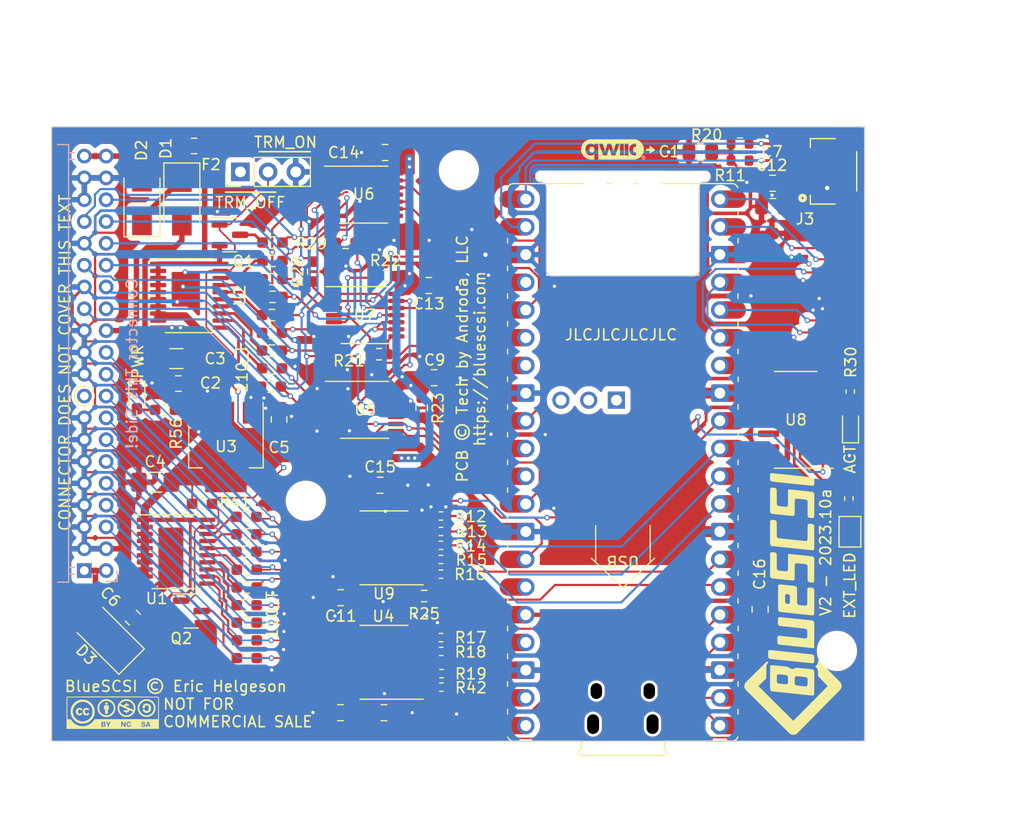
<source format=kicad_pcb>
(kicad_pcb (version 20221018) (generator pcbnew)
  (layers (0 "F.Cu" signal) (31 "B.Cu" signal) (34 "B.Paste" user) (35 "F.Paste" user) (36 "B.SilkS" user "B.Silkscreen") (37 "F.SilkS" user "F.Silkscreen") (38 "B.Mask" user) (39 "F.Mask" user) (44 "Edge.Cuts" user))
  (net 0 "")
  (net 1 "GND")
  (net 2 "+2V8")
  (net 3 "+5V")
  (net 4 "iATN")
  (net 5 "oIO")
  (net 6 "oREQ")
  (net 7 "oSEL")
  (net 8 "oBSY")
  (net 9 "SD_CLK")
  (net 10 "oCD_iSEL")
  (net 11 "ATN")
  (net 12 "BSY")
  (net 13 "DBP")
  (net 14 "ACK")
  (net 15 "RST")
  (net 16 "MSG")
  (net 17 "SEL")
  (net 18 "CD")
  (net 19 "REQ")
  (net 20 "IO")
  (net 21 "DB7")
  (net 22 "DB6")
  (net 23 "DB5")
  (net 24 "DB4")
  (net 25 "DB3")
  (net 26 "DB2")
  (net 27 "DB1")
  (net 28 "DB0")
  (net 29 "+3V3")
  (net 30 "SEL_BUFF")
  (net 31 "BSY_BUFF")
  (net 32 "+5VP")
  (net 33 "oMSG_iBSY")
  (net 34 "+5F")
  (net 35 "SD_CMD_MOSI")
  (net 36 "DB4T")
  (net 37 "DB5T")
  (net 38 "DB6T")
  (net 39 "DB7T")
  (net 40 "DBPT")
  (net 41 "DB0T")
  (net 42 "DB1T")
  (net 43 "DB3T")
  (net 44 "DB2T")
  (net 45 "SD_D0_MISO")
  (net 47 "DBPTr")
  (net 48 "SD_D1")
  (net 49 "SD_D2")
  (net 50 "SD_D3_CS")
  (net 51 "iRST")
  (net 53 "iACK")
  (net 57 "TRM_ON_J")
  (net 58 "Net-(R12-Pad1)")
  (net 59 "Net-(R13-Pad1)")
  (net 60 "Net-(R14-Pad1)")
  (net 61 "Net-(R15-Pad1)")
  (net 62 "Net-(R16-Pad1)")
  (net 63 "Net-(R17-Pad1)")
  (net 64 "Net-(R18-Pad1)")
  (net 65 "Net-(R19-Pad1)")
  (net 66 "Net-(R42-Pad1)")
  (net 68 "+5VD")
  (net 69 "+5VA")
  (net 70 "Net-(D4-Pad2)")
  (net 71 "Net-(D5-Pad2)")
  (net 72 "Net-(R30-Pad1)")
  (net 73 "Net-(JP1-Pad1)")
  (net 78 "Net-(R57-Pad1)")
  (net 94 "SDA")
  (net 95 "SCL")
  (net 96 "Net-(Q1-Pad3)")
  (net 97 "Net-(R2-Pad1)")
  (net 98 "Net-(R3-Pad1)")
  (net 99 "Net-(R7-Pad1)")
  (net 100 "Net-(R8-Pad1)")
  (net 101 "Net-(R4-Pad1)")
  (net 102 "Net-(R5-Pad1)")
  (net 103 "Net-(R35-Pad1)")
  (net 104 "Net-(Q2-Pad3)")
  (net 105 "Net-(R1-Pad1)")
  (net 106 "Net-(R33-Pad1)")
  (net 107 "Net-(R34-Pad1)")
  (net 108 "Net-(R9-Pad1)")
  (net 109 "Net-(R10-Pad1)")
  (net 110 "Net-(R37-Pad1)")
  (net 111 "Net-(R40-Pad1)")
  (net 112 "Net-(R38-Pad1)")
  (net 113 "Net-(R39-Pad1)")
  (footprint "Capacitor_SMD:C_1206_3216Metric_Pad1.42x1.75mm_HandSolder" (layer "F.Cu") (at 111.506 93.345 180)
    (fp_text reference "C3")
    (fp_text value "20uF")
  )
  (footprint "Capacitor_SMD:C_1206_3216Metric_Pad1.42x1.75mm_HandSolder" (layer "F.Cu") (at 109.5645 104.6734 180)
    (fp_text reference "C4")
    (fp_text value "20uF")
  )
  (footprint "Package_TO_SOT_SMD:SOT-223-3_TabPin2" (layer "F.Cu") (at 116.05012 101.44932 -90)
    (fp_text reference "U3")
    (fp_text value "AMS1117-2.85")
  )
  (footprint "Capacitor_SMD:C_0805_2012Metric_Pad1.15x1.40mm_HandSolder" (layer "F.Cu") (at 111.6928 95.631 180)
    (fp_text reference "C2")
    (fp_text value "0.1uF")
  )
  (footprint "Capacitor_SMD:C_0805_2012Metric_Pad1.15x1.40mm_HandSolder" (layer "F.Cu") (at 120.919 98.9166 90)
    (fp_text reference "C5")
    (fp_text value "0.1uF")
  )
  (footprint "Capacitor_SMD:C_0805_2012Metric_Pad1.15x1.40mm_HandSolder" (layer "F.Cu") (at 107.5182 117.094 135)
    (fp_text reference "C6")
    (fp_text value "4.7uF")
  )
  (footprint "Diode_SMD:D_SMA" (layer "F.Cu") (at 112.014 78.8096 -90)
    (fp_text reference "D1")
    (fp_text value "D")
  )
  (footprint "Connector_PinHeader_2.54mm:PinHeader_1x03_P2.54mm_Vertical" (layer "F.Cu") (at 117.3734 76.2254 90)
    (fp_text reference "J1" hide)
    (fp_text value "Conn_01x03_Male")
  )
  (footprint "Resistor_SMD:R_0402_1005Metric_Pad0.72x0.64mm_HandSolder" (layer "F.Cu") (at 135.7884 123.4694 180)
    (fp_text reference "R42")
    (fp_text value "1k")
  )
  (footprint "Resistor_SMD:R_0603_1608Metric_Pad0.98x0.95mm_HandSolder" (layer "F.Cu") (at 117.9519 115.951)
    (fp_text reference "R39" hide)
    (fp_text value "110")
  )
  (footprint "Resistor_SMD:R_0402_1005Metric_Pad0.72x0.64mm_HandSolder" (layer "F.Cu") (at 135.7521 113.1062 180)
    (fp_text reference "R16")
    (fp_text value "1k")
  )
  (footprint "Package_SO:TSSOP-20_4.4x6.5mm_P0.65mm" (layer "F.Cu") (at 112.6998 87.5792)
    (fp_text reference "U2")
    (fp_text value "LVT245")
  )
  (footprint "Resistor_SMD:R_0603_1608Metric_Pad0.98x0.95mm_HandSolder" (layer "F.Cu") (at 120.2671 92.6084)
    (fp_text reference "R4" hide)
    (fp_text value "110")
  )
  (footprint "Resistor_SMD:R_0603_1608Metric_Pad0.98x0.95mm_HandSolder" (layer "F.Cu") (at 117.9265 111.0488)
    (fp_text reference "R33" hide)
    (fp_text value "110")
  )
  (footprint "Resistor_SMD:R_0603_1608Metric_Pad0.98x0.95mm_HandSolder" (layer "F.Cu") (at 117.9576 120.8024)
    (fp_text reference "R36" hide)
    (fp_text value "110")
  )
  (footprint "MountingHole:MountingHole_3.2mm_M3" (layer "F.Cu") (at 123.3678 106.3752)
    (fp_text reference "H1" hide)
    (fp_text value "MountingHole")
  )
  (footprint "Capacitor_SMD:C_0805_2012Metric_Pad1.18x1.45mm_HandSolder" (layer "F.Cu") (at 166.1629 79.4004 180)
    (fp_text reference "C12")
    (fp_text value "0.1uF")
  )
  (footprint "Resistor_SMD:R_0603_1608Metric_Pad0.98x0.95mm_HandSolder" (layer "F.Cu") (at 120.2671 90.9828)
    (fp_text reference "R5" hide)
    (fp_text value "110")
  )
  (footprint "Resistor_SMD:R_0603_1608Metric_Pad0.98x0.95mm_HandSolder" (layer "F.Cu") (at 117.9303 107.8484)
    (fp_text reference "R35" hide)
    (fp_text value "110")
  )
  (footprint "Resistor_SMD:R_0603_1608Metric_Pad0.98x0.95mm_HandSolder" (layer "F.Cu") (at 117.9576 112.6998)
    (fp_text reference "R1" hide)
    (fp_text value "110")
  )
  (footprint "Capacitor_SMD:C_0805_2012Metric_Pad1.18x1.45mm_HandSolder" (layer "F.Cu") (at 159.5159 74.3966)
    (fp_text reference "C1")
    (fp_text value "0.1uF")
  )
  (footprint "Capacitor_SMD:C_0805_2012Metric_Pad1.18x1.45mm_HandSolder" (layer "F.Cu") (at 126.5467 125.8062 180)
    (fp_text reference "C8" hide)
    (fp_text value "0.1uF")
  )
  (footprint "Resistor_SMD:R_0603_1608Metric_Pad0.98x0.95mm_HandSolder" (layer "F.Cu") (at 117.9557 117.5512)
    (fp_text reference "R38" hide)
    (fp_text value "110")
  )
  (footprint "Resistor_SMD:R_0402_1005Metric_Pad0.72x0.64mm_HandSolder" (layer "F.Cu") (at 135.7509 118.9228 180)
    (fp_text reference "R17")
    (fp_text value "1k")
  )
  (footprint "Resistor_SMD:R_0603_1608Metric_Pad0.98x0.95mm_HandSolder" (layer "F.Cu") (at 120.3198 87.6808)
    (fp_text reference "R9" hide)
    (fp_text value "110")
  )
  (footprint "Resistor_SMD:R_0402_1005Metric_Pad0.72x0.64mm_HandSolder" (layer "F.Cu") (at 135.7521 109.1946 180)
    (fp_text reference "R13")
    (fp_text value "1k")
  )
  (footprint "Capacitor_SMD:C_0805_2012Metric_Pad1.18x1.45mm_HandSolder" (layer "F.Cu") (at 166.1453 77.2668 180)
    (fp_text reference "C7")
    (fp_text value "4.7uF")
  )
  (footprint "Resistor_SMD:R_0603_1608Metric_Pad0.98x0.95mm_HandSolder" (layer "F.Cu") (at 117.9557 114.3254)
    (fp_text reference "R40" hide)
    (fp_text value "110")
  )
  (footprint "Resistor_SMD:R_0402_1005Metric_Pad0.72x0.64mm_HandSolder" (layer "F.Cu") (at 173.1264 106.172 -90)
    (fp_text reference "R57" hide)
    (fp_text value "470")
  )
  (footprint "Package_SO:TSSOP-20_4.4x6.5mm_P0.65mm" (layer "F.Cu") (at 130.5306 121.1834 180)
    (fp_text reference "U4")
    (fp_text value "LVT245")
  )
  (footprint "Resistor_SMD:R_0402_1005Metric_Pad0.72x0.64mm_HandSolder" (layer "F.Cu") (at 135.7763 120.1928 180)
    (fp_text reference "R18")
    (fp_text value "1k")
  )
  (footprint "LED_SMD:LED_0603_1608Metric_Pad1.05x0.95mm_HandSolder" (layer "F.Cu") (at 107.8881 97.0674 -90)
    (fp_text reference "D5" hide)
    (fp_text value "LED")
  )
  (footprint "Resistor_SMD:R_0603_1608Metric" (layer "F.Cu") (at 163.1574 73.6346)
    (fp_text reference "R20")
    (fp_text value "4.7k")
  )
  (footprint "Package_TO_SOT_SMD:SOT-23" (layer "F.Cu") (at 116.4082 81.9912)
    (fp_text reference "Q1")
    (fp_text value "AO3401A")
  )
  (footprint "Capacitor_SMD:C_0805_2012Metric_Pad1.18x1.45mm_HandSolder" (layer "F.Cu") (at 130.175 104.9528)
    (fp_text reference "C15")
    (fp_text value "4.7uF")
  )
  (footprint "Resistor_SMD:R_0603_1608Metric_Pad0.98x0.95mm_HandSolder" (layer "F.Cu") (at 130.7084 85.7758)
    (fp_text reference "R22")
    (fp_text value "1k")
  )
  (footprint "Capacitor_SMD:C_0805_2012Metric_Pad1.18x1.45mm_HandSolder" (layer "F.Cu") (at 130.6322 74.4474)
    (fp_text reference "C14")
    (fp_text value "0.1uF")
  )
  (footprint "Package_SO:TSSOP-20_4.4x6.5mm_P0.65mm" (layer "F.Cu") (at 111.4806 111.0488)
    (fp_text reference "U1")
    (fp_text value "LVT245")
  )
  (footprint "Diode_SMD:D_SMA" (layer "F.Cu") (at 108.3564 78.7776 90)
    (fp_text reference "D2")
    (fp_text value "D")
  )
  (footprint "Resistor_SMD:R_0603_1608Metric_Pad0.98x0.95mm_HandSolder" (layer "F.Cu") (at 120.269 94.234)
    (fp_text reference "R3" hide)
    (fp_text value "110")
  )
  (footprint "Resistor_SMD:R_0402_1005Metric_Pad0.72x0.64mm_HandSolder" (layer "F.Cu") (at 135.7521 111.76 180)
    (fp_text reference "R15")
    (fp_text value "1k")
  )
  (footprint "LED_SMD:LED_0603_1608Metric_Pad1.05x0.95mm_HandSolder" (layer "F.Cu") (at 173.2788 99.4016 90)
    (fp_text reference "D4" hide)
    (fp_text value "LED")
  )
  (footprint "Capacitor_SMD:C_0805_2012Metric" (layer "F.Cu") (at 164.9984 116.332 -90)
    (fp_text reference "C16")
    (fp_text value "0.1uF")
  )
  (footprint "Resistor_SMD:R_0603_1608Metric" (layer "F.Cu") (at 163.1564 75.184 180)
    (fp_text reference "R11")
    (fp_text value "4.7k")
  )
  (footprint "Resistor_SMD:R_0603_1608Metric_Pad0.98x0.95mm_HandSolder" (layer "F.Cu") (at 110.4789 98.044 180)
    (fp_text reference "R56")
    (fp_text value "4.7k")
  )
  (footprint "MountingHole:MountingHole_3.2mm_M3" (layer "F.Cu") (at 137.3886 76.073)
    (fp_text reference "H5" hide)
    (fp_text value "MountingHole")
  )
  (footprint "Diode_SMD:D_SMA" (layer "F.Cu") (at 105.0036 118.7196 135)
    (fp_text reference "D3")
    (fp_text value "D")
  )
  (footprint "Resistor_SMD:R_0603_1608Metric_Pad0.98x0.95mm_HandSolder" (layer "F.Cu") (at 120.3179 84.3788)
    (fp_text reference "R7" hide)
    (fp_text value "110")
  )
  (footprint "Resistor_SMD:R_0402_1005Metric_Pad0.72x0.64mm_HandSolder" (layer "F.Cu") (at 173.2534 96.365 -90)
    (fp_text reference "R30")
    (fp_text value "470")
  )
  (footprint "Library:Raspberry_Pi_PicoW_SMT_THT" (layer "F.Cu") (at 152.4254 102.9462 180)
    (fp_text reference "RP1" hide)
    (fp_text value "Pico_Footprint")
    (fp_line (start -7 25.3) (end -6.99 17.69) (stroke (width 0.1)) (layer "Edge.Cuts"))
    (fp_line (start -6.49 17.19) (end 6.51 17.19) (stroke (width 0.1)) (layer "Edge.Cuts"))
    (fp_line (start 7.01 17.69) (end 7.01 25.3) (stroke (width 0.1)) (layer "Edge.Cuts"))
    (fp_line (start 7.5 26.81) (end -7.5 26.8) (stroke (width 0.1)) (layer "Edge.Cuts"))
    (fp_arc (start -8 26.3) (mid -7.87528 25.92472) (end -7.5 25.8) (stroke (width 0.1)) (layer "Edge.Cuts"))
    (fp_arc (start -7.5 26.8) (mid -7.875278 26.675278) (end -8 26.3) (stroke (width 0.1)) (layer "Edge.Cuts"))
    (fp_arc (start -7 25.3) (mid -7.12472 25.67528) (end -7.5 25.8) (stroke (width 0.1)) (layer "Edge.Cuts"))
    (fp_arc (start -6.99 17.69) (mid -6.843553 17.336447) (end -6.49 17.19) (stroke (width 0.1)) (layer "Edge.Cuts"))
    (fp_arc (start 6.51 17.19) (mid 6.863553 17.336447) (end 7.01 17.69) (stroke (width 0.1)) (layer "Edge.Cuts"))
    (fp_arc (start 7.5 25.81) (mid 7.152345 25.653627) (end 7.01 25.3) (stroke (width 0.1)) (layer "Edge.Cuts"))
    (fp_arc (start 7.5 25.81) (mid 7.875281 25.934719) (end 8 26.31) (stroke (width 0.1)) (layer "Edge.Cuts"))
    (fp_arc (start 8 26.31) (mid 7.875281 26.685281) (end 7.5 26.81) (stroke (width 0.1)) (layer "Edge.Cuts"))
  )
  (footprint "LOGO" (layer "F.Cu") (at 151.491141 74.115145)
    (fp_text reference "G***" hide)
    (fp_text value "LOGO" hide)
  )
  (footprint "Resistor_SMD:R_0603_1608Metric_Pad0.98x0.95mm_HandSolder" (layer "F.Cu") (at 120.3198 86.0552)
    (fp_text reference "R8" hide)
    (fp_text value "110")
  )
  (footprint "Resistor_SMD:R_0603_1608Metric_Pad0.98x0.95mm_HandSolder" (layer "F.Cu") (at 120.1674 95.9104)
    (fp_text reference "R2" hide)
    (fp_text value "110")
  )
  (footprint "Library:TF-06_MicroSD" (layer "F.Cu") (at 172.704 87.0966 -90)
    (fp_text reference "SD2" hide)
    (fp_text value "MicroSD-TF-06")
  )
  (footprint "Library:JST_SM04B-SRSS-TB(LF)(SN)" (layer "F.Cu") (at 169.2722 76.1746 90)
    (fp_text reference "J3")
    (fp_text value "SM04B-SRSS-TB(LF)(SN)")
  )
  (footprint "Resistor_SMD:R_0402_1005Metric_Pad0.72x0.64mm_HandSolder" (layer "F.Cu") (at 135.7509 107.7722 180)
    (fp_text reference "R12")
    (fp_text value "1k")
  )
  (footprint "Jumper:SolderJumper-2_P1.3mm_Open_Pad1.0x1.5mm" (layer "F.Cu") (at 173.228 109.22 -90)
    (fp_text reference "JP1" hide)
    (fp_text value "Jumper_2_Open")
  )
  (footprint "Resistor_SMD:R_0402_1005Metric_Pad0.72x0.64mm_HandSolder" (layer "F.Cu") (at 135.8017 122.2248 180)
    (fp_text reference "R19")
    (fp_text value "1k")
  )
  (footprint "Capacitor_SMD:C_0805_2012Metric_Pad1.18x1.45mm_HandSolder" (layer "F.Cu") (at 130.5267 125.8062)
    (fp_text reference "C10" hide)
    (fp_text value "4.7uF")
  )
  (footprint "Resistor_SMD:R_0603_1608Metric" (layer "F.Cu") (at 130.0734 92.9386 180)
    (fp_text reference "R21")
    (fp_text value "1k")
  )
  (footprint "Capacitor_SMD:C_0805_2012Metric_Pad1.18x1.45mm_HandSolder" (layer "F.Cu") (at 135.128 95.0976 180)
    (fp_text reference "C9")
    (fp_text value "0.1uF")
  )
  (footprint "Package_SO:SO-14_3.9x8.65mm_P1.27mm" (layer "F.Cu") (at 168.2496 98.9584 180)
    (fp_text reference "U8")
    (fp_text value "74HC14")
  )
  (footprint "Resistor_SMD:R_0603_1608Metric_Pad0.98x0.95mm_HandSolder" (layer "F.Cu") (at 120.269 89.3572)
    (fp_text reference "R10" hide)
    (fp_text value "110")
  )
  (footprint "Package_TO_SOT_SMD:SOT-23" (layer "F.Cu") (at 112.8776 116.4844)
    (fp_text reference "Q2")
    (fp_text value "AO3401A")
  )
  (footprint "Resistor_SMD:R_0603_1608Metric_Pad0.98x0.95mm_HandSolder" (layer "F.Cu") (at 117.9303 109.4486)
    (fp_text reference "R34" hide)
    (fp_text value "110")
  )
  (footprint "Resistor_SMD:R_0603_1608Metric_Pad0.98x0.95mm_HandSolder" (layer "F.Cu") (at 113.8663 106.6546 180)
    (fp_text reference "R41")
    (fp_text value "4.7k")
  )
  (footprint "Package_SO:TSSOP-14_4.4x5mm_P0.65mm" (layer "F.Cu") (at 128.8034 89.3572)
    (fp_text reference "U7")
    (fp_text value "LVT125")
  )
  (footprint "Resistor_SMD:R_0603_1608Metric_Pad0.98x0.95mm_HandSolder" (layer "F.Cu") (at 117.9557 119.1768)
    (fp_text reference "R37" hide)
    (fp_text value "110")
  )
  (footprint "Fuse:Fuse_0805_2012Metric_Pad1.15x1.40mm_HandSolder" (layer "F.Cu") (at 113.1316 73.85 180)
    (fp_text reference "F2")
    (fp_text value "Polyfuse")
  )
  (footprint "MountingHole:MountingHole_3.2mm_M3" (layer "F.Cu") (at 172.0342 120.142)
    (fp_text reference "H3" hide)
    (fp_text value "MountingHole")
  )
  (footprint "Resistor_SMD:R_0603_1608Metric_Pad0.98x0.95mm_HandSolder" (layer "F.Cu") (at 133.985 97.8389 90)
    (fp_text reference "R23")
    (fp_text value "1k")
  )
  (footprint "Resistor_SMD:R_0603_1608Metric_Pad0.98x0.95mm_HandSolder" (layer "F.Cu") (at 134.2117 115.1128)
    (fp_text reference "R25")
    (fp_text value "1k")
  )
  (footprint "Package_SO:TSSOP-14_4.4x5mm_P0.65mm" (layer "F.Cu") (at 128.7603 98.0394)
    (fp_text reference "U5")
    (fp_text value "LVT125")
  )
  (footprint "Resistor_SMD:R_0402_1005Metric_Pad0.72x0.64mm_HandSolder" (layer "F.Cu") (at 135.7521 110.4646 180)
    (fp_text reference "R14")
    (fp_text value "1k")
  )
  (footprint "Package_SO:TSSOP-20_4.4x6.5mm_P0.65mm" (layer "F.Cu") (at 130.5306 110.6932 180)
    (fp_text reference "U9")
    (fp_text value "LVT245")
  )
  (footprint "Library:cc_by_nc_sa_front_silk_screen" (layer "F.Cu") (at 105.68 125.81)
    (fp_text reference "G***" hide)
    (fp_text value "LOGO" hide)
  )
  (footprint "Package_SO:TSSOP-14_4.4x5mm_P0.65mm" (layer "F.Cu") (at 128.6764 78.3082)
    (fp_text reference "U6")
    (fp_text value "LVT125")
  )
  (footprint "Library:PowerBook_SCSI_40Pin_UpsideDown" (layer "F.Cu") (at 105.0732 112.7768 180)
    (fp_text reference "J2" hide)
    (fp_text value "PB_SCSI_HD_Pins" hide)
  )
  (footprint "Resistor_SMD:R_0603_1608Metric_Pad0.98x0.95mm_HandSolder" (layer "F.Cu") (at 120.3179 82.7024)
    (fp_text reference "R6" hide)
    (fp_text value "110")
  )
  (footprint "Capacitor_SMD:C_0805_2012Metric_Pad1.18x1.45mm_HandSolder" (layer "F.Cu") (at 126.5682 115.2652 180)
    (fp_text reference "C11")
    (fp_text value "0.1uF")
  )
  (footprint "Capacitor_SMD:C_0805_2012Metric_Pad1.18x1.45mm_HandSolder" (layer "F.Cu") (at 134.6415 86.6394 180)
    (fp_text reference "C13")
    (fp_text value "0.1uF")
  )
  (footprint "Resistor_SMD:R_0603_1608Metric_Pad0.98x0.95mm_HandSolder" (layer "F.Cu") (at 127.0254 82.7278)
    (fp_text reference "R29")
    (fp_text value "1k")
  )
  (footprint "Resistor_SMD:R_0603_1608Metric_Pad0.98x0.95mm_HandSolder" (layer "F.Cu") (at 124.0536 85.3675 90)
    (fp_text reference "R28")
    (fp_text value "1k")
  )
  (gr_poly (pts (xy 166.660358 114.147799) (xy 166.666265 114.136077) (xy 166.672858 114.124999) (xy 166.68011 114.114581) (xy 166.687996 114.104837) (xy 166.696489 114.095784) (xy 166.705564 114.087436) (xy 166.715196 114.079811) (xy 166.725357 114.072922) (xy 166.736023 114.066785) (xy 166.747167 114.061416) (xy 166.758764 114.056831) (xy 166.770788 114.053045) (xy 166.783213 114.050073) (xy 166.796013 114.047931) (xy 166.809163 114.046635) (xy 166.822635 114.046199) (xy 166.877989 114.050653) (xy 167.004052 114.062779) (xy 167.39343 114.102643) (xy 168.068647 114.173904) (xy 168.109689 114.178314) (xy 168.142719 114.182194) (xy 168.156661 114.184019) (xy 168.169118 114.18581) (xy 168.180263 114.187602) (xy 168.190267 114.189426) (xy 168.199304 114.191317) (xy 168.207546 114.193307) (xy 168.215166 114.195429) (xy 168.222337 114.197716) (xy 168.22923 114.200202) (xy 168.236019 114.20292) (xy 168.242876 114.205902) (xy 168.249975 114.209181) (xy 168.259148 114.213782) (xy 168.267895 114.218603) (xy 168.276237 114.223666) (xy 168.284194 114.228992) (xy 168.291788 114.234604) (xy 168.299038 114.240522) (xy 168.305966 114.246769) (xy 168.312593 114.253367) (xy 168.318938 114.260337) (xy 168.325023 114.2677) (xy 168.330867 114.275479) (xy 168.336493 114.283695) (xy 168.341921 114.29237) (xy 168.34717 114.301525) (xy 168.352263 114.311183) (xy 168.357219 114.321365) (xy 168.375564 114.360171) (xy 168.379091 115.069254) (xy 168.382619 115.778338) (xy 168.398141 115.811498) (xy 168.399865 115.815056) (xy 168.401848 115.818828) (xy 168.404066 115.82278) (xy 168.406498 115.826877) (xy 168.409119 115.831086) (xy 168.411908 115.835373) (xy 168.414841 115.839703) (xy 168.417897 115.844042) (xy 168.421051 115.848357) (xy 168.424282 115.852612) (xy 168.427567 115.856775) (xy 168.430883 115.86081) (xy 168.434207 115.864684) (xy 168.437517 115.868363) (xy 168.44079 115.871812) (xy 168.444002 115.874998) (xy 168.463908 115.894195) (xy 168.473369 115.902124) (xy 168.48326 115.909118) (xy 168.494146 115.915315) (xy 168.506597 115.92085) (xy 168.521178 115.925857) (xy 168.538458 115.930473) (xy 168.559004 115.934832) (xy 168.583384 115.93907) (xy 168.645912 115.947726) (xy 168.730583 115.957522) (xy 168.841936 115.969542) (xy 168.930574 115.978966) (xy 169.001237 115.986189) (xy 169.056322 115.991396) (xy 169.078773 115.993299) (xy 169.098229 115.994766) (xy 169.114989 115.99582) (xy 169.129353 115.996483) (xy 169.141621 115.996779) (xy 169.152093 115.996729) (xy 169.161069 115.996356) (xy 169.168847 115.995684) (xy 169.175729 115.994735) (xy 169.182013 115.993532) (xy 169.190947 115.991285) (xy 169.199743 115.988527) (xy 169.208377 115.985272) (xy 169.216828 115.981537) (xy 169.225072 115.97734) (xy 169.233086 115.972695) (xy 169.240848 115.967621) (xy 169.248336 115.962134) (xy 169.255525 115.95625) (xy 169.262394 115.949985) (xy 169.26892 115.943357) (xy 169.27508 115.936381) (xy 169.280852 115.929075) (xy 169.286212 115.921454) (xy 169.291138 115.913536) (xy 169.295608 115.905337) (xy 169.313952 115.870766) (xy 169.31748 115.160977) (xy 169.321008 114.451893) (xy 169.33653 114.422965) (xy 169.340516 114.415952) (xy 169.345031 114.408964) (xy 169.350029 114.402042) (xy 169.355459 114.395228) (xy 169.361274 114.388562) (xy 169.367424 114.382087) (xy 169.373862 114.375843) (xy 169.380539 114.369872) (xy 169.387406 114.364215) (xy 169.394415 114.358914) (xy 169.401516 114.354009) (xy 169.408662 114.349543) (xy 169.415804 114.345557) (xy 169.422893 114.342091) (xy 169.429881 114.339187) (xy 169.436719 114.336887) (xy 169.444055 114.334796) (xy 169.45185 114.333021) (xy 169.460215 114.331564) (xy 169.469263 114.330427) (xy 169.489851 114.329123) (xy 169.514507 114.329126) (xy 169.544123 114.330452) (xy 169.579594 114.333117) (xy 169.621812 114.337138) (xy 169.671669 114.342532) (xy 169.706185 114.346557) (xy 169.73507 114.35026) (xy 169.747626 114.352035) (xy 169.759044 114.353781) (xy 169.769414 114.355517) (xy 169.778825 114.357261) (xy 169.787369 114.359029) (xy 169.795134 114.360839) (xy 169.802211 114.36271) (xy 169.80869 114.364658) (xy 169.81466 114.366701) (xy 169.820212 114.368857) (xy 169.825435 114.371143) (xy 169.830419 114.373577) (xy 169.838452 114.377882) (xy 169.846399 114.382582) (xy 169.854238 114.387661) (xy 169.861948 114.3931) (xy 169.86951 114.398883) (xy 169.876903 114.404991) (xy 169.884105 114.411408) (xy 169.891097 114.418114) (xy 169.897857 114.425094) (xy 169.904364 114.432329) (xy 169.910599 114.439802) (xy 169.916541 114.447494) (xy 169.922168 114.455389) (xy 169.92746 114.46347) (xy 169.932397 114.471717) (xy 169.936958 114.480115) (xy 169.956008 114.515393) (xy 169.956008 116.752709) (xy 169.937664 116.787282) (xy 169.933553 116.794892) (xy 169.928917 116.802359) (xy 169.923796 116.809654) (xy 169.918228 116.816749) (xy 169.91225 116.823618) (xy 169.905901 116.830231) (xy 169.89922 116.836561) (xy 169.892243 116.842579) (xy 169.885011 116.848259) (xy 169.87756 116.853572) (xy 169.86993 116.85849) (xy 169.862158 116.862986) (xy 169.854283 116.86703) (xy 169.846342 116.870597) (xy 169.838375 116.873656) (xy 169.830419 116.876182) (xy 169.80675 116.881418) (xy 169.65747 116.869391) (xy 168.188592 116.716021) (xy 167.56844 116.650633) (xy 167.56844 115.830782) (xy 167.575119 115.83065) (xy 167.581248 115.830341) (xy 167.586929 115.829843) (xy 167.592262 115.829146) (xy 167.597349 115.828241) (xy 167.602292 115.827117) (xy 167.607191 115.825764) (xy 167.612148 115.82417) (xy 167.617265 115.822327) (xy 167.622642 115.820223) (xy 167.62838 115.817848) (xy 167.636099 115.814355) (xy 167.643399 115.810736) (xy 167.650309 115.806967) (xy 167.656856 115.803021) (xy 167.663068 115.798872) (xy 167.668973 115.794495) (xy 167.674599 115.789863) (xy 167.679974 115.784952) (xy 167.685125 115.779734) (xy 167.690082 115.774185) (xy 167.694871 115.768278) (xy 167.69952 115.761988) (xy 167.704058 115.755288) (xy 167.708512 115.748154) (xy 167.71291 115.740558) (xy 167.71728 115.732476) (xy 167.733508 115.700726) (xy 167.733508 115.108059) (xy 167.715163 115.069254) (xy 167.707057 115.053004) (xy 167.698332 115.037844) (xy 167.688966 115.023757) (xy 167.678937 115.010726) (xy 167.668222 114.998732) (xy 167.656798 114.987758) (xy 167.644642 114.977786) (xy 167.631731 114.9688) (xy 167.618044 114.960781) (xy 167.603556 114.953712) (xy 167.588246 114.947575) (xy 167.57209 114.942353) (xy 167.555066 114.938027) (xy 167.537151 114.934582) (xy 167.518323 114.931998) (xy 167.498558 114.930259) (xy 167.480484 114.929176) (xy 167.472482 114.928823) (xy 167.465088 114.928605) (xy 167.45824 114.928528) (xy 167.451875 114.928597) (xy 167.445933 114.92882) (xy 167.44035 114.929201) (xy 167.435064 114.929748) (xy 167.430014 114.930466) (xy 167.425138 114.931362) (xy 167.420373 114.932442) (xy 167.415659 114.933713) (xy 167.410931 114.935179) (xy 167.406129 114.936848) (xy 167.401191 114.938726) (xy 167.392966 114.942081) (xy 167.384966 114.945792) (xy 167.377202 114.949851) (xy 167.369684 114.954248) (xy 167.362422 114.958976) (xy 167.355426 114.964027) (xy 167.348708 114.969392) (xy 167.342277 114.975062) (xy 167.336144 114.981031) (xy 167.330318 114.987288) (xy 167.324812 114.993827) (xy 167.319633 115.000639) (xy 167.314794 115.007715) (xy 167.310304 115.015047) (xy 167.306174 115.022628) (xy 167.302413 115.030448) (xy 167.296824 115.042694) (xy 167.292624 115.055518) (xy 167.289614 115.072741) (xy 167.287597 115.098182) (xy 167.286373 115.135662) (xy 167.285745 115.189) (xy 167.28548 115.358532) (xy 167.28548 115.651337) (xy 167.305941 115.693671) (xy 167.308186 115.698138) (xy 167.310671 115.702782) (xy 167.31337 115.707567) (xy 167.31626 115.712456) (xy 167.319315 115.717411) (xy 167.322511 115.722394) (xy 167.325822 115.72737) (xy 167.329225 115.7323) (xy 167.332693 115.737147) (xy 167.336203 115.741874) (xy 167.339729 115.746445) (xy 167.343247 115.750821) (xy 167.346732 115.754965) (xy 167.35016 115.758841) (xy 167.353504 115.762411) (xy 167.356741 115.765637) (xy 167.365161 115.773389) (xy 167.373532 115.78052) (xy 167.381923 115.787056) (xy 167.390398 115.793021) (xy 167.399027 115.798441) (xy 167.407876 115.80334) (xy 167.417012 115.807743) (xy 167.426503 115.811675) (xy 167.436416 115.81516) (xy 167.446817 115.818223) (xy 167.457774 115.820889) (xy 167.469355 115.823184) (xy 167.481626 115.825131) (xy 167.494654 115.826756) (xy 167.508507 115.828083) (xy 167.523252 115.829137) (xy 167.544091 115.830215) (xy 167.553027 115.830554) (xy 167.56111 115.830747) (xy 167.56844 115.830782) (xy 167.56844 116.650633) (xy 167.44487 116.637604) (xy 167.200248 116.611357) (xy 167.024601 116.591931) (xy 166.906037 116.577962) (xy 166.864446 116.572597) (xy 166.832668 116.568085) (xy 166.809215 116.564256) (xy 166.792603 116.560938) (xy 166.781344 116.557961) (xy 166.773952 116.555154) (xy 166.765313 116.550847) (xy 166.756866 116.546135) (xy 166.748619 116.541023) (xy 166.740582 116.53552) (xy 166.732763 116.529632) (xy 166.725174 116.523367) (xy 166.717822 116.516732) (xy 166.710717 116.509734) (xy 166.703868 116.50238) (xy 166.697285 116.494679) (xy 166.690977 116.486636) (xy 166.684953 116.478259) (xy 166.679222 116.469556) (xy 166.673795 116.460533) (xy 166.668679 116.451199) (xy 166.663885 116.441559) (xy 166.643425 116.399226) (xy 166.643425 114.183782)) (stroke (width 0.004)) (fill solid) (layer "F.SilkS"))
  (gr_line (start 154.94 73.9394) (end 154.94 74.422) (stroke (width 0.15)) (layer "F.SilkS"))
  (gr_line (start 155.0162 74.0918) (end 155.0416 74.2696) (stroke (width 0.15)) (layer "F.SilkS"))
  (gr_poly (pts (xy 165.913175 121.562482) (xy 165.934341 121.527909) (xy 165.939238 121.520588) (xy 165.944642 121.513455) (xy 165.950515 121.506536) (xy 165.95682 121.499853) (xy 165.963517 121.49343) (xy 165.970568 121.487292) (xy 165.977936 121.481462) (xy 165.985582 121.475963) (xy 165.993468 121.47082) (xy 166.001555 121.466056) (xy 166.009806 121.461696) (xy 166.018181 121.457762) (xy 166.026643 121.454279) (xy 166.035154 121.45127) (xy 166.043676 121.448759) (xy 166.052169 121.44677) (xy 166.12066 121.449628) (xy 166.273471 121.462623) (xy 166.722447 121.507448) (xy 167.179889 121.558094) (xy 167.343283 121.578365) (xy 167.426591 121.591409) (xy 167.461563 121.601243) (xy 167.496948 121.612664) (xy 167.532433 121.625541) (xy 167.567702 121.63974) (xy 167.602442 121.65513) (xy 167.636339 121.671578) (xy 167.669079 121.688952) (xy 167.700347 121.707121) (xy 167.733028 121.726997) (xy 167.760451 121.743104) (xy 167.772573 121.749929) (xy 167.783839 121.756035) (xy 167.794403 121.761497) (xy 167.804416 121.766387) (xy 167.814033 121.770782) (xy 167.823406 121.774755) (xy 167.832688 121.77838) (xy 167.842031 121.781733) (xy 167.85159 121.784887) (xy 167.861517 121.787918) (xy 167.883086 121.793904) (xy 167.912871 121.800895) (xy 167.926125 121.803421) (xy 167.93867 121.805248) (xy 167.950794 121.806335) (xy 167.962783 121.806641) (xy 167.974925 121.806127) (xy 167.987508 121.804752) (xy 168.000818 121.802476) (xy 168.015143 121.799258) (xy 168.03077 121.795058) (xy 168.047987 121.789836) (xy 168.067081 121.783552) (xy 168.088339 121.776165) (xy 168.138496 121.757921) (xy 168.188601 121.739797) (xy 168.210686 121.732149) (xy 168.23109 121.725377) (xy 168.250034 121.719432) (xy 168.267741 121.714264) (xy 168.284434 121.709824) (xy 168.300333 121.706062) (xy 168.315663 121.702929) (xy 168.330643 121.700374) (xy 168.345498 121.698348) (xy 168.360449 121.696802) (xy 168.375718 121.695686) (xy 168.391528 121.69495) (xy 168.4081 121.694545) (xy 168.425658 121.694421) (xy 168.66289 121.714882) (xy 169.121247 121.760743) (xy 169.57471 121.808721) (xy 169.797258 121.835532) (xy 169.809247 121.839311) (xy 169.821105 121.844004) (xy 169.832783 121.849565) (xy 169.844232 121.855949) (xy 169.855405 121.86311) (xy 169.866252 121.871003) (xy 169.876725 121.879582) (xy 169.886775 121.888801) (xy 169.896354 121.898616) (xy 169.905413 121.908981) (xy 169.913904 121.91985) (xy 169.921777 121.931179) (xy 169.928985 121.94292) (xy 169.935479 121.95503) (xy 169.94121 121.967462) (xy 169.94613 121.98017) (xy 169.950552 121.995891) (xy 169.953858 122.022327) (xy 169.957684 122.154443) (xy 169.958125 123.065315) (xy 169.956008 124.110949) (xy 169.940485 124.139876) (xy 169.936913 124.146261) (xy 169.932842 124.152688) (xy 169.928317 124.159117) (xy 169.923387 124.165508) (xy 169.918097 124.17182) (xy 169.912494 124.178013) (xy 169.906624 124.184048) (xy 169.900534 124.189883) (xy 169.89427 124.195478) (xy 169.887879 124.200792) (xy 169.881408 124.205787) (xy 169.874902 124.210421) (xy 169.868409 124.214654) (xy 169.861975 124.218445) (xy 169.855646 124.221755) (xy 169.849469 124.224543) (xy 169.846763 124.225584) (xy 169.843694 124.226588) (xy 169.840296 124.22755) (xy 169.836604 124.228467) (xy 169.828472 124.230149) (xy 169.819571 124.231598) (xy 169.810174 124.232784) (xy 169.800554 124.233671) (xy 169.790983 124.234228) (xy 169.781735 124.234421) (xy 169.211911 124.177712) (xy 169.169314 124.173259) (xy 169.169314 123.39481) (xy 169.17877 123.394634) (xy 169.187845 123.394099) (xy 169.196574 123.393191) (xy 169.204988 123.391899) (xy 169.213121 123.39021) (xy 169.221006 123.388112) (xy 169.228676 123.385593) (xy 169.236165 123.382639) (xy 169.243504 123.379238) (xy 169.250728 123.375379) (xy 169.257869 123.371049) (xy 169.26496 123.366235) (xy 169.272035 123.360924) (xy 169.279126 123.355106) (xy 169.286267 123.348766) (xy 169.293491 123.341893) (xy 169.310982 123.323748) (xy 169.318071 123.315146) (xy 169.32415 123.306141) (xy 169.32929 123.296198) (xy 169.333563 123.28478) (xy 169.33704 123.271351) (xy 169.339793 123.255374) (xy 169.341893 123.236313) (xy 169.34341 123.213632) (xy 169.344986 123.155262) (xy 169.345089 123.075974) (xy 169.344291 122.971476) (xy 169.342174 122.699837) (xy 169.321008 122.662443) (xy 169.315839 122.65337) (xy 169.310152 122.644433) (xy 169.303989 122.635668) (xy 169.297394 122.62711) (xy 169.29041 122.618796) (xy 169.283082 122.610762) (xy 169.275451 122.603045) (xy 169.267562 122.59568) (xy 169.259458 122.588703) (xy 169.251183 122.582152) (xy 169.242779 122.576061) (xy 169.234291 122.570467) (xy 169.225761 122.565407) (xy 169.217233 122.560916) (xy 169.208751 122.557031) (xy 169.200358 122.553787) (xy 169.152223 122.545037) (xy 169.051684 122.531672) (xy 168.762913 122.498577) (xy 168.473084 122.469451) (xy 168.371223 122.461048) (xy 168.321236 122.459243) (xy 168.309621 122.460911) (xy 168.298334 122.463264) (xy 168.287388 122.46629) (xy 168.276796 122.46998) (xy 168.266573 122.474324) (xy 168.256731 122.47931) (xy 168.247284 122.484928) (xy 168.238244 122.491169) (xy 168.229627 122.498022) (xy 168.221445 122.505476) (xy 168.213711 122.513521) (xy 168.206439 122.522148) (xy 168.199643 122.531344) (xy 168.193336 122.541101) (xy 168.18753 122.551408) (xy 168.182241 122.562254) (xy 168.177553 122.573409) (xy 168.173973 122.586144) (xy 168.171352 122.603492) (xy 168.169541 122.628488) (xy 168.168392 122.664167) (xy 168.167755 122.713562) (xy 168.167425 122.865643) (xy 168.167425 123.137282) (xy 168.187885 123.180321) (xy 168.192664 123.190069) (xy 168.197736 123.199467) (xy 168.203097 123.208514) (xy 168.208743 123.217208) (xy 168.214671 123.225546) (xy 168.220876 123.233527) (xy 168.227353 123.241148) (xy 168.234099 123.248407) (xy 168.24111 123.255302) (xy 168.248381 123.261832) (xy 168.255909 123.267993) (xy 168.263689 123.273785) (xy 168.271716 123.279204) (xy 168.279988 123.284249) (xy 168.288499 123.288919) (xy 168.297246 123.293209) (xy 168.310779 123.298274) (xy 168.329702 123.303164) (xy 168.357224 123.308303) (xy 168.396554 123.314112) (xy 168.523465 123.329425) (xy 168.736102 123.352476) (xy 168.895271 123.368914) (xy 169.029966 123.382374) (xy 169.126032 123.391469) (xy 169.155156 123.393946) (xy 169.169314 123.39481) (xy 169.169314 124.173259) (xy 167.904958 124.041099) (xy 167.36803 123.98455) (xy 167.36803 123.205015) (xy 167.379404 123.204955) (xy 167.390262 123.204502) (xy 167.400634 123.203645) (xy 167.410551 123.202369) (xy 167.420042 123.200664) (xy 167.429136 123.198516) (xy 167.437865 123.195914) (xy 167.446259 123.192844) (xy 167.454346 123.189295) (xy 167.462157 123.185254) (xy 167.469722 123.180709) (xy 167.477071 123.175646) (xy 167.484235 123.170055) (xy 167.491242 123.163922) (xy 167.498123 123.157235) (xy 167.504908 123.149982) (xy 167.521206 123.131304) (xy 167.527792 123.122464) (xy 167.533428 123.113271) (xy 167.538183 123.103209) (xy 167.542127 123.091765) (xy 167.545329 123.078423) (xy 167.547858 123.062669) (xy 167.549784 123.043988) (xy 167.551175 123.021865) (xy 167.552632 122.965236) (xy 167.552782 122.888664) (xy 167.55218 122.788032) (xy 167.550063 122.516393) (xy 167.524663 122.470532) (xy 167.518903 122.460637) (xy 167.512747 122.451074) (xy 167.506213 122.441858) (xy 167.499319 122.433005) (xy 167.492081 122.424533) (xy 167.484517 122.416458) (xy 167.476645 122.408796) (xy 167.468484 122.401564) (xy 167.460049 122.394778) (xy 167.451359 122.388456) (xy 167.442431 122.382613) (xy 167.433283 122.377266) (xy 167.423932 122.372432) (xy 167.414397 122.368127) (xy 167.404694 122.364368) (xy 167.394841 122.361171) (xy 167.356326 122.354544) (xy 167.279207 122.344535) (xy 167.058732 122.319631) (xy 166.832569 122.296976) (xy 166.748339 122.289779) (xy 166.699869 122.287088) (xy 166.693772 122.287146) (xy 166.687903 122.287323) (xy 166.682244 122.287622) (xy 166.676773 122.288047) (xy 166.671472 122.288599) (xy 166.666321 122.289283) (xy 166.661299 122.290101) (xy 166.656389 122.291056) (xy 166.651569 122.292152) (xy 166.646821 122.293392) (xy 166.642125 122.294779) (xy 166.63746 122.296315) (xy 166.632808 122.298004) (xy 166.628149 122.299849) (xy 166.623463 122.301854) (xy 166.61873 122.304021) (xy 166.61106 122.30773) (xy 166.603901 122.311473) (xy 166.59722 122.315282) (xy 166.590982 122.31919) (xy 166.585153 122.323231) (xy 166.5797 122.327436) (xy 166.574588 122.331841) (xy 166.569782 122.336476) (xy 166.56525 122.341377) (xy 166.560956 122.346574) (xy 166.556867 122.352103) (xy 166.552948 122.357996) (xy 166.549166 122.364285) (xy 166.545486 122.371004) (xy 166.541874 122.378187) (xy 166.538297 122.385865) (xy 166.533609 122.397027) (xy 166.530028 122.40981) (xy 166.527407 122.427289) (xy 166.525597 122.45254) (xy 166.524447 122.488639) (xy 166.523811 122.538662) (xy 166.52348 122.692782) (xy 166.52348 122.967949) (xy 166.541824 123.006754) (xy 166.546106 123.015765) (xy 166.55074 123.024536) (xy 166.555718 123.033059) (xy 166.561029 123.041326) (xy 166.566662 123.049329) (xy 166.572607 123.057058) (xy 166.578854 123.064506) (xy 166.585393 123.071665) (xy 166.592212 123.078526) (xy 166.599303 123.085082) (xy 166.606653 123.091323) (xy 166.614254 123.097242) (xy 166.622095 123.102829) (xy 166.630165 123.108078) (xy 166.638454 123.11298) (xy 166.646952 123.117526) (xy 166.659506 123.123358) (xy 166.674888 123.128462) (xy 166.69619 123.133302) (xy 166.726504 123.13834) (xy 166.768922 123.14404) (xy 166.826538 123.150864) (xy 166.99973 123.169737) (xy 167.126829 123.183187) (xy 167.238649 123.194255) (xy 167.323084 123.201884) (xy 167.35125 123.204078) (xy 167.36803 123.205015) (xy 167.36803 123.98455) (xy 167.312196 123.978669) (xy 166.862797 123.931131) (xy 166.536347 123.896177) (xy 166.412848 123.882698) (xy 166.312431 123.871501) (xy 166.232544 123.862295) (xy 166.170635 123.854795) (xy 166.124152 123.84871) (xy 166.105899 123.846108) (xy 166.090545 123.843752) (xy 166.077771 123.841606) (xy 166.06726 123.839634) (xy 166.058691 123.8378) (xy 166.051746 123.836067) (xy 166.046106 123.8344) (xy 166.041451 123.832762) (xy 166.037464 123.831118) (xy 166.033824 123.829432) (xy 166.025015 123.82479) (xy 166.016334 123.819619) (xy 166.00781 123.813949) (xy 165.999473 123.807813) (xy 165.99135 123.801243) (xy 165.983471 123.794271) (xy 165.975865 123.786929) (xy 165.968561 123.779249) (xy 165.961587 123.771263) (xy 165.954973 123.763003) (xy 165.948748 123.754502) (xy 165.94294 123.74579) (xy 165.937579 123.736901) (xy 165.932693 123.727866) (xy 165.928312 123.718717) (xy 165.924463 123.709487) (xy 165.919808 123.694999) (xy 165.916327 123.66991) (xy 165.912292 123.539448) (xy 165.911763 122.617993)) (stroke (width 0.004)) (fill solid) (layer "F.SilkS"))
  (gr_line (start 155.2702 74.2188) (end 155.0162 74.0918) (stroke (width 0.15)) (layer "F.SilkS"))
  (gr_poly (pts (xy 165.91 108.762998) (xy 165.91054 108.578308) (xy 165.911411 108.44197) (xy 165.912678 108.346775) (xy 165.914409 108.285513) (xy 165.915469 108.265354) (xy 165.916669 108.250974) (xy 165.918018 108.241473) (xy 165.919524 108.235949) (xy 165.925535 108.222861) (xy 165.932186 108.210587) (xy 165.939474 108.199132) (xy 165.947394 108.1885) (xy 165.955943 108.178695) (xy 165.965115 108.16972) (xy 165.974909 108.161581) (xy 165.985318 108.15428) (xy 165.996338 108.147824) (xy 166.007967 108.142214) (xy 166.020199 108.137456) (xy 166.033031 108.133555) (xy 166.046458 108.130512) (xy 166.060476 108.128334) (xy 166.075081 108.127025) (xy 166.090269 108.126587) (xy 166.121113 108.127461) (xy 166.158829 108.129872) (xy 166.200563 108.133508) (xy 166.243463 108.138052) (xy 166.284676 108.143192) (xy 166.321349 108.148613) (xy 166.350631 108.154001) (xy 166.361609 108.156585) (xy 166.369669 108.159042) (xy 166.380678 108.163221) (xy 166.391464 108.168069) (xy 166.402002 108.173556) (xy 166.412267 108.179658) (xy 166.422234 108.186347) (xy 166.431879 108.193596) (xy 166.441177 108.201378) (xy 166.450102 108.209666) (xy 166.458631 108.218434) (xy 166.466738 108.227655) (xy 166.474398 108.237302) (xy 166.481588 108.247347) (xy 166.488281 108.257765) (xy 166.494453 108.268528) (xy 166.500079 108.279609) (xy 166.505135 108.290982) (xy 166.510033 108.304597) (xy 166.513757 108.323305) (xy 166.516521 108.355176) (xy 166.518541 108.40828) (xy 166.521209 108.610466) (xy 166.52348 108.99442) (xy 166.527008 109.661171) (xy 166.543236 109.694331) (xy 166.548035 109.703258) (xy 166.553648 109.712266) (xy 166.559997 109.721289) (xy 166.567004 109.730259) (xy 166.574589 109.73911) (xy 166.582675 109.747773) (xy 166.591182 109.756182) (xy 166.600033 109.764269) (xy 166.609148 109.771968) (xy 166.618449 109.779212) (xy 166.627857 109.785932) (xy 166.637295 109.792062) (xy 166.646683 109.797535) (xy 166.655943 109.802283) (xy 166.664996 109.80624) (xy 166.673763 109.809337) (xy 167.071289 109.855739) (xy 167.911925 109.946127) (xy 169.172841 110.073921) (xy 169.182103 110.073731) (xy 169.19111 110.073158) (xy 169.199871 110.0722) (xy 169.208395 110.070856) (xy 169.216691 110.069124) (xy 169.22477 110.067) (xy 169.232639 110.064484) (xy 169.24031 110.061574) (xy 169.24779 110.058266) (xy 169.255089 110.054559) (xy 169.262217 110.050452) (xy 169.269182 110.045941) (xy 169.275995 110.041025) (xy 169.282664 110.035702) (xy 169.289198 110.02997) (xy 169.295608 110.023826) (xy 169.311766 110.008316) (xy 169.318208 110.000688) (xy 169.323675 109.991426) (xy 169.328259 109.979241) (xy 169.332046 109.962844) (xy 169.337588 109.91226) (xy 169.341014 109.829364) (xy 169.343034 109.703846) (xy 169.345702 109.283699) (xy 169.34923 108.616948) (xy 169.36828 108.58026) (xy 169.374519 108.569439) (xy 169.381316 108.559212) (xy 169.388651 108.549592) (xy 169.396502 108.540594) (xy 169.40485 108.532233) (xy 169.413672 108.524524) (xy 169.42295 108.517479) (xy 169.432662 108.511115) (xy 169.442787 108.505446) (xy 169.453305 108.500485) (xy 169.464195 108.496248) (xy 169.475436 108.492749) (xy 169.487008 108.490002) (xy 169.49889 108.488022) (xy 169.511062 108.486824) (xy 169.523502 108.486421) (xy 169.552212 108.487354) (xy 169.589141 108.489916) (xy 169.63113 108.493751) (xy 169.67502 108.498503) (xy 169.717654 108.503818) (xy 169.755873 108.50934) (xy 169.786517 108.514713) (xy 169.798013 108.517232) (xy 169.80643 108.519581) (xy 169.815778 108.522786) (xy 169.825021 108.526565) (xy 169.834139 108.530899) (xy 169.843108 108.535765) (xy 169.851908 108.541144) (xy 169.860517 108.547015) (xy 169.868913 108.553358) (xy 169.877074 108.560151) (xy 169.884979 108.567374) (xy 169.892606 108.575006) (xy 169.899933 108.583027) (xy 169.906939 108.591415) (xy 169.913601 108.600151) (xy 169.919899 108.609214) (xy 169.925811 108.618582) (xy 169.931314 108.628236) (xy 169.956008 108.673393) (xy 169.958125 109.720437) (xy 169.958845 110.102682) (xy 169.959032 110.255272) (xy 169.958996 110.384839) (xy 169.958658 110.493385) (xy 169.957939 110.582909) (xy 169.957411 110.621162) (xy 169.956758 110.65541) (xy 169.955971 110.685903) (xy 169.955038 110.712889) (xy 169.95395 110.736621) (xy 169.952697 110.757346) (xy 169.951269 110.775316) (xy 169.949657 110.79078) (xy 169.947849 110.803989) (xy 169.945837 110.815191) (xy 169.944751 110.820119) (xy 169.94361 110.824639) (xy 169.942413 110.828782) (xy 169.941158 110.83258) (xy 169.939845 110.836064) (xy 169.938472 110.839266) (xy 169.937038 110.842216) (xy 169.935541 110.844945) (xy 169.932356 110.84987) (xy 169.928906 110.854288) (xy 169.925182 110.858451) (xy 169.921173 110.862607) (xy 169.912263 110.871903) (xy 169.906498 110.878147) (xy 169.900834 110.883921) (xy 169.895257 110.889234) (xy 169.889752 110.894096) (xy 169.884305 110.898514) (xy 169.878901 110.9025) (xy 169.873526 110.906062) (xy 169.868166 110.90921) (xy 169.862806 110.911953) (xy 169.857431 110.914299) (xy 169.852027 110.916259) (xy 169.84658 110.917842) (xy 169.841076 110.919057) (xy 169.835498 110.919913) (xy 169.829834 110.92042) (xy 169.824069 110.920587) (xy 166.086036 110.528297) (xy 166.079426 110.527027) (xy 166.072833 110.52547) (xy 166.059723 110.521522) (xy 166.046767 110.516505) (xy 166.034023 110.510471) (xy 166.021552 110.503475) (xy 166.009414 110.495568) (xy 165.997669 110.486803) (xy 165.986376 110.477233) (xy 165.975596 110.466911) (xy 165.965388 110.455889) (xy 165.955813 110.44422) (xy 165.946931 110.431956) (xy 165.938801 110.419151) (xy 165.931483 110.405857) (xy 165.925038 110.392127) (xy 165.919524 110.378014) (xy 165.916901 110.36041) (xy 165.914806 110.319597) (xy 165.91194 110.148268) (xy 165.909647 109.306276)) (stroke (width 0.004)) (fill solid) (layer "F.SilkS"))
  (gr_poly (pts (xy 166.573033 119.056433) (xy 166.573311 119.020669) (xy 166.573784 118.98942) (xy 166.574501 118.962275) (xy 166.575511 118.938828) (xy 166.57614 118.928363) (xy 166.576861 118.918669) (xy 166.57768 118.909695) (xy 166.578602 118.90139) (xy 166.579633 118.893704) (xy 166.58078 118.886584) (xy 166.582049 118.879981) (xy 166.583445 118.873842) (xy 166.584976 118.868117) (xy 166.586646 118.862756) (xy 166.588462 118.857706) (xy 166.590431 118.852916) (xy 166.592557 118.848337) (xy 166.594848 118.843917) (xy 166.597309 118.839604) (xy 166.599946 118.835348) (xy 166.602766 118.831097) (xy 166.605774 118.826802) (xy 166.61238 118.81787) (xy 166.617401 118.811747) (xy 166.622911 118.805825) (xy 166.628872 118.800124) (xy 166.635244 118.794664) (xy 166.641989 118.789465) (xy 166.649066 118.784546) (xy 166.656437 118.779926) (xy 166.664062 118.775626) (xy 166.671902 118.771664) (xy 166.679918 118.768062) (xy 166.68807 118.764837) (xy 166.696319 118.762011) (xy 166.704626 118.759602) (xy 166.712952 118.75763) (xy 166.721257 118.756115) (xy 166.729502 118.755076) (xy 166.826086 118.761823) (xy 167.070903 118.785239) (xy 167.945174 118.875726) (xy 168.427797 118.926141) (xy 168.807363 118.964715) (xy 169.059401 118.989133) (xy 169.129948 118.995311) (xy 169.159436 118.997081) (xy 169.170803 118.995577) (xy 169.181878 118.993449) (xy 169.192652 118.9907) (xy 169.203114 118.987336) (xy 169.213253 118.98336) (xy 169.22306 118.978776) (xy 169.232523 118.973588) (xy 169.241633 118.967801) (xy 169.250379 118.961419) (xy 169.258751 118.954445) (xy 169.266738 118.946884) (xy 169.274331 118.938741) (xy 169.281518 118.930019) (xy 169.28829 118.920722) (xy 169.294636 118.910854) (xy 169.300547 118.900421) (xy 169.304773 118.891349) (xy 169.308032 118.879177) (xy 169.310481 118.861068) (xy 169.312277 118.834187) (xy 169.313576 118.795697) (xy 169.314537 118.742762) (xy 169.316069 118.582215) (xy 169.31671 118.488034) (xy 169.316962 118.41588) (xy 169.316904 118.386968) (xy 169.316701 118.362247) (xy 169.31634 118.34128) (xy 169.315804 118.323629) (xy 169.315078 118.308855) (xy 169.314147 118.29652) (xy 169.313599 118.29113) (xy 169.312994 118.286186) (xy 169.312329 118.281633) (xy 169.311604 118.277415) (xy 169.310816 118.273478) (xy 169.309962 118.269768) (xy 169.308053 118.262808) (xy 169.30586 118.256095) (xy 169.303369 118.249193) (xy 169.299457 118.239519) (xy 169.294894 118.229844) (xy 169.289723 118.220216) (xy 169.283988 118.210685) (xy 169.277732 118.201298) (xy 169.270999 118.192105) (xy 169.263831 118.183153) (xy 169.256273 118.174492) (xy 169.248368 118.16617) (xy 169.240158 118.158235) (xy 169.231689 118.150737) (xy 169.223002 118.143723) (xy 169.214141 118.137243) (xy 169.205151 118.131344) (xy 169.196073 118.126076) (xy 169.186952 118.121487) (xy 169.170226 118.115306) (xy 169.1386 118.108556) (xy 168.983223 118.087885) (xy 167.971986 117.979671) (xy 167.33789 117.912488) (xy 167.128949 117.889852) (xy 166.978563 117.872955) (xy 166.922161 117.866291) (xy 166.876597 117.860622) (xy 166.840603 117.855799) (xy 166.812912 117.851678) (xy 166.792258 117.848111) (xy 166.777373 117.844951) (xy 166.766989 117.842051) (xy 166.759841 117.839265) (xy 166.751086 117.834959) (xy 166.742552 117.830247) (xy 166.734246 117.825139) (xy 166.726173 117.819642) (xy 166.71834 117.813765) (xy 166.710753 117.807515) (xy 166.703418 117.800902) (xy 166.696341 117.793933) (xy 166.689529 117.786617) (xy 166.682988 117.778962) (xy 166.676724 117.770977) (xy 166.670743 117.762668) (xy 166.665051 117.754046) (xy 166.659655 117.745117) (xy 166.654561 117.735891) (xy 166.649774 117.726376) (xy 166.629314 117.683338) (xy 166.629314 117.432865) (xy 166.629347 117.350727) (xy 166.629425 117.317289) (xy 166.629578 117.288392) (xy 166.62983 117.263624) (xy 166.630207 117.242576) (xy 166.630732 117.224837) (xy 166.631058 117.217081) (xy 166.63143 117.209998) (xy 166.631852 117.203537) (xy 166.632327 117.197647) (xy 166.632858 117.192277) (xy 166.633448 117.187375) (xy 166.634099 117.18289) (xy 166.634816 117.17877) (xy 166.635601 117.174965) (xy 166.636457 117.171424) (xy 166.637388 117.168094) (xy 166.638396 117.164925) (xy 166.639485 117.161865) (xy 166.640657 117.158863) (xy 166.643266 117.152828) (xy 166.646247 117.14641) (xy 166.652154 117.134805) (xy 166.658743 117.123813) (xy 166.665985 117.113454) (xy 166.673852 117.103746) (xy 166.682313 117.094708) (xy 166.691342 117.086358) (xy 166.700907 117.078715) (xy 166.710981 117.071798) (xy 166.721535 117.065624) (xy 166.732539 117.060214) (xy 166.743965 117.055584) (xy 166.755784 117.051755) (xy 166.767967 117.048744) (xy 166.780484 117.046571) (xy 166.793307 117.045253) (xy 166.806408 117.04481) (xy 168.31418 117.200032) (xy 169.136659 117.286881) (xy 169.39946 117.315101) (xy 169.500312 117.326169) (xy 169.583298 117.335499) (xy 169.650294 117.343307) (xy 169.703174 117.349811) (xy 169.743812 117.355228) (xy 169.774085 117.359774) (xy 169.795866 117.363668) (xy 169.804158 117.365437) (xy 169.81103 117.367125) (xy 169.816717 117.368758) (xy 169.821452 117.370363) (xy 169.829008 117.373599) (xy 169.838012 117.378188) (xy 169.847004 117.383454) (xy 169.855935 117.389349) (xy 169.86476 117.395823) (xy 169.873432 117.402827) (xy 169.881904 117.410309) (xy 169.89013 117.418222) (xy 169.898064 117.426515) (xy 169.905659 117.435139) (xy 169.912868 117.444044) (xy 169.919646 117.45318) (xy 169.925945 117.462498) (xy 169.931718 117.471949) (xy 169.936921 117.481482) (xy 169.941505 117.491049) (xy 169.945424 117.500598) (xy 169.950078 117.515918) (xy 169.953549 117.541399) (xy 169.957507 117.677781) (xy 169.957418 118.676759) (xy 169.956694 119.066783) (xy 169.956312 119.224279) (xy 169.955853 119.359208) (xy 169.955271 119.4734) (xy 169.954918 119.523292) (xy 169.954517 119.568686) (xy 169.95406 119.609813) (xy 169.953544 119.646899) (xy 169.95296 119.680175) (xy 169.952304 119.709869) (xy 169.951569 119.736211) (xy 169.95075 119.759428) (xy 169.94984 119.779751) (xy 169.948834 119.797408) (xy 169.947725 119.812627) (xy 169.946509 119.825639) (xy 169.945858 119.831388) (xy 169.945178 119.836671) (xy 169.944468 119.841517) (xy 169.943727 119.845953) (xy 169.942954 119.850009) (xy 169.94215 119.853714) (xy 169.941312 119.857095) (xy 169.940441 119.860182) (xy 169.939535 119.863003) (xy 169.938594 119.865587) (xy 169.937616 119.867962) (xy 169.936602 119.870157) (xy 169.935551 119.872201) (xy 169.934462 119.874122) (xy 169.932165 119.877709) (xy 169.929706 119.881149) (xy 169.92708 119.884671) (xy 169.91991 119.888712) (xy 169.893798 119.889621) (xy 169.712679 119.875057) (xy 168.330408 119.731565) (xy 167.505261 119.644186) (xy 167.22521 119.614065) (xy 167.01878 119.591336) (xy 166.874924 119.574758) (xy 166.782595 119.563092) (xy 166.752302 119.558713) (xy 166.730748 119.555096) (xy 166.716553 119.552088) (xy 166.708336 119.549532) (xy 166.699455 119.545331) (xy 166.690569 119.540434) (xy 166.681722 119.534888) (xy 166.672959 119.52874) (xy 166.664324 119.522038) (xy 166.655861 119.51483) (xy 166.647616 119.507163) (xy 166.639632 119.499084) (xy 166.631954 119.490642) (xy 166.624627 119.481884) (xy 166.617694 119.472857) (xy 166.611201 119.463608) (xy 166.605191 119.454186) (xy 166.599709 119.444638) (xy 166.5948 119.435012) (xy 166.590508 119.425354) (xy 166.584888 119.411057) (xy 166.580608 119.397231) (xy 166.577485 119.380644) (xy 166.575338 119.358062) (xy 166.573985 119.326252) (xy 166.573244 119.281983) (xy 166.572869 119.143132)) (stroke (width 0.004)) (fill solid) (layer "F.SilkS"))
  (gr_poly (pts (xy 165.92658 105.272616) (xy 165.930369 105.264866) (xy 165.934336 105.257484) (xy 165.938492 105.250454) (xy 165.942852 105.243765) (xy 165.947426 105.237402) (xy 165.952228 105.231353) (xy 165.95727 105.225603) (xy 165.962563 105.22014) (xy 165.968122 105.214949) (xy 165.973957 105.210018) (xy 165.980082 105.205333) (xy 165.986508 105.20088) (xy 165.993249 105.196646) (xy 166.000316 105.192618) (xy 166.007723 105.188783) (xy 166.01548 105.185126) (xy 166.022884 105.181901) (xy 166.030392 105.179104) (xy 166.038175 105.176733) (xy 166.046403 105.174785) (xy 166.055248 105.173259) (xy 166.064879 105.172153) (xy 166.075467 105.171464) (xy 166.087182 105.171191) (xy 166.100196 105.171331) (xy 166.114678 105.171883) (xy 166.148731 105.174212) (xy 166.190704 105.178161) (xy 166.241963 105.183715) (xy 166.264997 105.186438) (xy 166.285806 105.189093) (xy 166.304578 105.191747) (xy 166.321504 105.194464) (xy 166.336772 105.197308) (xy 166.350571 105.200346) (xy 166.36309 105.203643) (xy 166.368929 105.205408) (xy 166.37452 105.207263) (xy 166.379884 105.209214) (xy 166.385048 105.211271) (xy 166.390033 105.213442) (xy 166.394864 105.215733) (xy 166.399564 105.218155) (xy 166.404157 105.220714) (xy 166.408666 105.22342) (xy 166.413116 105.226279) (xy 166.42193 105.232493) (xy 166.430789 105.239421) (xy 166.439882 105.247128) (xy 166.449397 105.25568) (xy 166.452618 105.25876) (xy 166.455919 105.262159) (xy 166.45928 105.26585) (xy 166.462681 105.269804) (xy 166.466103 105.273993) (xy 166.469526 105.27839) (xy 166.47293 105.282967) (xy 166.476296 105.287696) (xy 166.479604 105.292549) (xy 166.482835 105.297498) (xy 166.485968 105.302515) (xy 166.488985 105.307573) (xy 166.491865 105.312643) (xy 166.494589 105.317697) (xy 166.497138 105.322708) (xy 166.499491 105.327648) (xy 166.519952 105.371393) (xy 166.52348 106.041671) (xy 166.5247 106.253702) (xy 166.525828 106.416066) (xy 166.526413 106.480796) (xy 166.52704 106.535717) (xy 166.52773 106.581698) (xy 166.528507 106.619608) (xy 166.529391 106.650316) (xy 166.530405 106.674692) (xy 166.530966 106.684777) (xy 166.531569 106.693605) (xy 166.532214 106.701284) (xy 166.532906 106.707923) (xy 166.533646 106.713632) (xy 166.534437 106.718517) (xy 166.535282 106.722689) (xy 166.536184 106.726256) (xy 166.537145 106.729326) (xy 166.538169 106.732007) (xy 166.539257 106.73441) (xy 166.540413 106.736642) (xy 166.545408 106.745729) (xy 166.550602 106.754471) (xy 166.556 106.76287) (xy 166.561602 106.770928) (xy 166.567411 106.778647) (xy 166.573428 106.786029) (xy 166.579657 106.793076) (xy 166.586098 106.79979) (xy 166.592754 106.806173) (xy 166.599628 106.812228) (xy 166.60672 106.817956) (xy 166.614034 106.82336) (xy 166.621571 106.82844) (xy 166.629333 106.833201) (xy 166.637322 106.837643) (xy 166.645541 106.841769) (xy 166.660671 106.848885) (xy 166.677016 106.854778) (xy 166.698636 106.860075) (xy 166.72959 106.865405) (xy 166.77394 106.871397) (xy 166.835744 106.878679) (xy 167.027953 106.899625) (xy 167.165844 106.913516) (xy 167.280189 106.923967) (xy 167.325636 106.927655) (xy 167.361724 106.930185) (xy 167.387295 106.931459) (xy 167.395775 106.931593) (xy 167.401191 106.931376) (xy 167.408939 106.930322) (xy 167.416807 106.928764) (xy 167.424749 106.92673) (xy 167.432721 106.924243) (xy 167.440675 106.921331) (xy 167.448568 106.918018) (xy 167.456353 106.914332) (xy 167.463986 106.910297) (xy 167.471419 106.90594) (xy 167.478609 106.901286) (xy 167.48551 106.896361) (xy 167.492075 106.891192) (xy 167.498261 106.885803) (xy 167.50402 106.880221) (xy 167.509308 106.874472) (xy 167.51408 106.86858) (xy 167.527527 106.850718) (xy 167.532922 106.841534) (xy 167.537518 106.830458) (xy 167.541377 106.8162) (xy 167.544565 106.797466) (xy 167.549181 106.741405) (xy 167.55188 106.65194) (xy 167.553172 106.518736) (xy 167.553591 106.079769) (xy 167.55367 105.87343) (xy 167.553955 105.71083) (xy 167.554521 105.586826) (xy 167.555443 105.496276) (xy 167.556061 105.461938) (xy 167.556795 105.434036) (xy 167.557656 105.411925) (xy 167.558651 105.394963) (xy 167.559792 105.382507) (xy 167.561087 105.373915) (xy 167.561794 105.370866) (xy 167.562544 105.368543) (xy 167.563337 105.366864) (xy 167.564175 105.365748) (xy 167.567197 105.36313) (xy 167.571185 105.360575) (xy 167.576064 105.358099) (xy 167.581758 105.355716) (xy 167.588193 105.353441) (xy 167.595292 105.351287) (xy 167.60298 105.34927) (xy 167.611182 105.347404) (xy 167.619822 105.345703) (xy 167.628825 105.344182) (xy 167.638115 105.342855) (xy 167.647617 105.341737) (xy 167.657256 105.340842) (xy 167.666955 105.340185) (xy 167.67664 105.339781) (xy 167.686236 105.339643) (xy 168.017141 105.371481) (xy 168.756563 105.448297) (xy 169.299984 105.505603) (xy 169.482733 105.525416) (xy 169.616724 105.54055) (xy 169.709869 105.551914) (xy 169.743598 105.556466) (xy 169.770083 105.560416) (xy 169.790313 105.563879) (xy 169.805277 105.566967) (xy 169.815964 105.569796) (xy 169.823363 105.572477) (xy 169.832648 105.576842) (xy 169.841946 105.581961) (xy 169.851205 105.587778) (xy 169.860372 105.594239) (xy 169.869394 105.601286) (xy 169.878219 105.608865) (xy 169.886793 105.616919) (xy 169.895065 105.625393) (xy 169.902982 105.634231) (xy 169.91049 105.643376) (xy 169.917537 105.652774) (xy 169.92407 105.662368) (xy 169.930037 105.672103) (xy 169.935385 105.681923) (xy 169.940062 105.691771) (xy 169.944013 105.701593) (xy 169.959536 105.742514) (xy 169.959536 106.77827) (xy 169.959605 107.159092) (xy 169.959545 107.31057) (xy 169.959293 107.438825) (xy 169.958752 107.545905) (xy 169.957824 107.633859) (xy 169.957185 107.671303) (xy 169.956413 107.704734) (xy 169.955495 107.734408) (xy 169.954421 107.76058) (xy 169.953176 107.783507) (xy 169.95175 107.803445) (xy 169.950131 107.82065) (xy 169.948305 107.835377) (xy 169.946261 107.847884) (xy 169.943987 107.858425) (xy 169.941471 107.867258) (xy 169.940118 107.871113) (xy 169.9387 107.874637) (xy 169.937215 107.877862) (xy 169.935663 107.88082) (xy 169.932346 107.886062) (xy 169.928739 107.890619) (xy 169.924829 107.894748) (xy 169.905914 107.912097) (xy 169.901843 107.916084) (xy 169.897818 107.919849) (xy 169.89382 107.923401) (xy 169.889829 107.926749) (xy 169.885826 107.929903) (xy 169.881791 107.932872) (xy 169.877704 107.935665) (xy 169.873546 107.938291) (xy 169.869297 107.940761) (xy 169.864937 107.943083) (xy 169.860448 107.945266) (xy 169.855808 107.947321) (xy 169.850999 107.949255) (xy 169.846 107.951079) (xy 169.840793 107.952801) (xy 169.835358 107.954431) (xy 169.822127 107.957897) (xy 169.809815 107.960329) (xy 169.803442 107.961144) (xy 169.796625 107.961686) (xy 169.789141 107.961949) (xy 169.780765 107.961927) (xy 169.760441 107.961011) (xy 169.733857 107.958896) (xy 169.69922 107.95554) (xy 169.654735 107.950904) (xy 169.620484 107.947231) (xy 169.590144 107.943616) (xy 169.563591 107.940051) (xy 169.5407 107.936528) (xy 169.521348 107.933037) (xy 169.512961 107.931301) (xy 169.505411 107.929571) (xy 169.498685 107.927845) (xy 169.492765 107.926122) (xy 169.487637 107.924401) (xy 169.483286 107.922681) (xy 169.475041 107.918669) (xy 169.466741 107.914068) (xy 169.458428 107.908918) (xy 169.450147 107.903256) (xy 169.441939 107.897124) (xy 169.43385 107.890559) (xy 169.425922 107.883602) (xy 169.418198 107.876291) (xy 169.410723 107.868666) (xy 169.403539 107.860766) (xy 169.396689 107.85263) (xy 169.390219 107.844298) (xy 169.384169 107.835809) (xy 169.378585 107.827202) (xy 169.37351 107.818516) (xy 169.368986 107.809791) (xy 169.34923 107.770282) (xy 169.345702 107.100004) (xy 169.344507 106.878897) (xy 169.343964 106.789291) (xy 169.34342 106.712279) (xy 169.342847 106.646834) (xy 169.342217 106.591929) (xy 169.341502 106.546537) (xy 169.341105 106.527087) (xy 169.340675 106.50963) (xy 169.34021 106.494037) (xy 169.339707 106.480181) (xy 169.339162 106.467932) (xy 169.338571 106.457163) (xy 169.337931 106.447744) (xy 169.337238 106.439548) (xy 169.336489 106.432445) (xy 169.335681 106.426309) (xy 169.33481 106.421009) (xy 169.333872 106.416419) (xy 169.332864 106.412408) (xy 169.331783 106.40885) (xy 169.330624 106.405615) (xy 169.329386 106.402575) (xy 169.326652 106.396566) (xy 169.322633 106.388462) (xy 169.318013 106.380318) (xy 169.312838 106.372175) (xy 169.30715 106.364077) (xy 169.300996 106.356066) (xy 169.294419 106.348184) (xy 169.287463 106.340474) (xy 169.280174 106.332977) (xy 169.272595 106.325737) (xy 169.264771 106.318796) (xy 169.256747 106.312195) (xy 169.248567 106.305978) (xy 169.240275 106.300187) (xy 169.231916 106.294864) (xy 169.223535 106.290052) (xy 169.215175 106.285792) (xy 169.202042 106.280557) (xy 169.183799 106.275661) (xy 169.157256 106.270649) (xy 169.119219 106.265066) (xy 168.995901 106.250371) (xy 168.788313 106.227936) (xy 168.632386 106.211908) (xy 168.497095 106.198657) (xy 168.396995 106.189639) (xy 168.364688 106.187173) (xy 168.346635 106.18631) (xy 168.332526 106.18666) (xy 168.319022 106.187718) (xy 168.31249 106.188518) (xy 168.306101 106.189501) (xy 168.299852 106.190667) (xy 168.293741 106.192021) (xy 168.287763 106.193562) (xy 168.281918 106.195293) (xy 168.2762 106.197216) (xy 168.270609 106.199333) (xy 168.265141 106.201644) (xy 168.259792 106.204153) (xy 168.254561 106.206861) (xy 168.249445 106.20977) (xy 168.24444 106.212881) (xy 168.239544 106.216197) (xy 168.234754 106.219718) (xy 168.230067 106.223448) (xy 168.22548 106.227388) (xy 168.220991 106.231539) (xy 168.216596 106.235903) (xy 168.212293 106.240483) (xy 168.208079 106.24528) (xy 168.203951 106.250296) (xy 168.199906 106.255532) (xy 168.195941 106.260991) (xy 168.188242 106.272583) (xy 168.18083 106.285087) (xy 168.177939 106.296009) (xy 168.17556 106.320343) (xy 168.172011 106.425316) (xy 168.169519 106.632154) (xy 168.167425 106.973004) (xy 168.163897 107.643283) (xy 168.14273 107.682086) (xy 168.137709 107.690681) (xy 168.13219 107.698987) (xy 168.126206 107.706978) (xy 168.119789 107.71463) (xy 168.11297 107.721919) (xy 168.105783 107.728818) (xy 168.098259 107.735305) (xy 168.090431 107.741353) (xy 168.082329 107.746938) (xy 168.073987 107.752035) (xy 168.065435 107.75662) (xy 168.056707 107.760667) (xy 168.047835 107.764152) (xy 168.038849 107.76705) (xy 168.029784 107.769336) (xy 168.020669 107.770985) (xy 167.951238 107.767513) (xy 167.77055 107.751142) (xy 167.03148 107.675736) (xy 166.551008 107.624639) (xy 166.382279 107.606272) (xy 166.254223 107.591864) (xy 166.161587 107.580797) (xy 166.099122 107.57245) (xy 166.077562 107.569103) (xy 166.061577 107.566204) (xy 166.050509 107.563674) (xy 166.043702 107.561437) (xy 166.035365 107.557432) (xy 166.027043 107.552848) (xy 166.018769 107.547715) (xy 166.010574 107.542067) (xy 166.002491 107.535935) (xy 165.994552 107.529352) (xy 165.986788 107.522349) (xy 165.979232 107.514958) (xy 165.971916 107.507212) (xy 165.964872 107.499142) (xy 165.958131 107.490781) (xy 165.951726 107.482161) (xy 165.94569 107.473313) (xy 165.940053 107.46427) (xy 165.934848 107.455064) (xy 165.930108 107.445726) (xy 165.909647 107.403393) (xy 165.909647 105.307892)) (stroke (width 0.004)) (fill solid) (layer "F.SilkS"))
  (gr_line (start 155.2448 74.1934) (end 154.94 73.9394) (stroke (width 0.15)) (layer "F.SilkS"))
  (gr_poly (pts (xy 163.556266 123.353446) (xy 163.557845 123.319372) (xy 163.560698 123.286893) (xy 163.562586 123.271761) (xy 163.564774 123.257638) (xy 163.567256 123.244729) (xy 163.570025 123.233237) (xy 163.573405 123.221795) (xy 163.577426 123.209763) (xy 163.582032 123.197244) (xy 163.587167 123.184345) (xy 163.592778 123.171168) (xy 163.59881 123.157819) (xy 163.605208 123.144401) (xy 163.611917 123.13102) (xy 163.618882 123.117779) (xy 163.626048 123.104783) (xy 163.633362 123.092137) (xy 163.640767 123.079944) (xy 163.64821 123.068309) (xy 163.655635 123.057337) (xy 163.662988 123.047132) (xy 163.670213 123.037798) (xy 163.746005 122.959878) (xy 163.926771 122.779036) (xy 164.495008 122.216532) (xy 165.101345 121.619191) (xy 165.448919 121.275321) (xy 165.476938 121.247572) (xy 165.50162 121.223193) (xy 165.523203 121.201984) (xy 165.54192 121.183741) (xy 165.550278 121.17567) (xy 165.558008 121.168265) (xy 165.565139 121.161501) (xy 165.571702 121.155352) (xy 165.577725 121.149795) (xy 165.583238 121.144803) (xy 165.588271 121.140351) (xy 165.592852 121.136414) (xy 165.597012 121.132967) (xy 165.600779 121.129985) (xy 165.604184 121.127442) (xy 165.607255 121.125314) (xy 165.610023 121.123575) (xy 165.611302 121.122843) (xy 165.612516 121.1222) (xy 165.613669 121.121641) (xy 165.614764 121.121163) (xy 165.615806 121.120764) (xy 165.616797 121.12044) (xy 165.617742 121.120188) (xy 165.618644 121.120005) (xy 165.619506 121.119888) (xy 165.620334 121.119834) (xy 165.621129 121.119839) (xy 165.621897 121.1199) (xy 165.62264 121.120015) (xy 165.623362 121.12018) (xy 165.624067 121.120391) (xy 165.624759 121.120647) (xy 165.626117 121.121276) (xy 165.627466 121.122042) (xy 165.628835 121.122921) (xy 165.640312 121.129436) (xy 165.659263 121.139589) (xy 165.683108 121.151992) (xy 165.709269 121.165254) (xy 165.773474 121.198415) (xy 165.731846 121.235104) (xy 165.720315 121.245998) (xy 165.709014 121.2575) (xy 165.697959 121.269589) (xy 165.687165 121.282244) (xy 165.676648 121.295445) (xy 165.666424 121.309171) (xy 165.656508 121.323401) (xy 165.646915 121.338115) (xy 165.637662 121.353292) (xy 165.628763 121.368911) (xy 165.620233 121.384953) (xy 165.61209 121.401395) (xy 165.604347 121.418217) (xy 165.597021 121.435399) (xy 165.590126 121.45292) (xy 165.58368 121.470759) (xy 165.578552 121.486424) (xy 165.574673 121.505718) (xy 165.571836 121.535512) (xy 165.569833 121.582678) (xy 165.567507 121.756609) (xy 165.566041 122.082476) (xy 165.563219 122.651154) (xy 165.201974 123.006754) (xy 164.946211 123.259519) (xy 164.868004 123.337351) (xy 164.846471 123.359036) (xy 164.838613 123.367293) (xy 166.435374 124.963965) (xy 168.039013 126.554287) (xy 169.052897 125.529115) (xy 169.774856 124.799041) (xy 170.001627 124.571257) (xy 170.093592 124.480659) (xy 170.100949 124.474461) (xy 170.109588 124.466659) (xy 170.119202 124.457566) (xy 170.129487 124.447498) (xy 170.140135 124.436769) (xy 170.150841 124.425692) (xy 170.161299 124.414583) (xy 170.171203 124.403754) (xy 170.230579 124.339626) (xy 170.345651 124.220398) (xy 170.840775 123.715837) (xy 170.97515 123.578783) (xy 171.084985 123.465542) (xy 171.158969 123.388019) (xy 171.178983 123.366372) (xy 171.184126 123.360479) (xy 171.185792 123.358121) (xy 171.150348 123.320616) (xy 171.055704 123.223183) (xy 170.74623 122.907271) (xy 170.308786 122.462771) (xy 170.304553 122.20736) (xy 170.302801 122.114371) (xy 170.301891 122.07611) (xy 170.300859 122.042624) (xy 170.299634 122.013374) (xy 170.29814 121.987826) (xy 170.296306 121.965442) (xy 170.294057 121.945687) (xy 170.291321 121.928023) (xy 170.288023 121.911915) (xy 170.28409 121.896826) (xy 170.27945 121.88222) (xy 170.274028 121.86756) (xy 170.267752 121.85231) (xy 170.260547 121.835933) (xy 170.252342 121.817893) (xy 170.244397 121.801101) (xy 170.235912 121.784597) (xy 170.226895 121.768386) (xy 170.21735 121.752475) (xy 170.207284 121.73687) (xy 170.196704 121.721576) (xy 170.185615 121.706602) (xy 170.174024 121.691951) (xy 170.161937 121.677632) (xy 170.14936 121.663649) (xy 170.1363 121.65001) (xy 170.122761 121.63672) (xy 170.108752 121.623785) (xy 170.094277 121.611212) (xy 170.079344 121.599007) (xy 170.063958 121.587176) (xy 170.030797 121.562482) (xy 170.075247 121.533554) (xy 170.092381 121.521688) (xy 170.109103 121.508872) (xy 170.125377 121.495149) (xy 170.141172 121.48056) (xy 170.156455 121.465149) (xy 170.171191 121.448958) (xy 170.185349 121.432028) (xy 170.198896 121.414403) (xy 170.211797 121.396125) (xy 170.22402 121.377236) (xy 170.235532 121.357779) (xy 170.2463 121.337796) (xy 170.256291 121.317328) (xy 170.265471 121.29642) (xy 170.273808 121.275113) (xy 170.281269 121.253449) (xy 170.286553 121.236288) (xy 170.29086 121.220012) (xy 170.294341 121.203455) (xy 170.297144 121.185451) (xy 170.299418 121.164834) (xy 170.301312 121.140438) (xy 170.302974 121.111098) (xy 170.304553 121.075648) (xy 170.308786 120.954293) (xy 171.296563 121.956182) (xy 172.007411 122.678318) (xy 172.233784 122.909872) (xy 172.328792 123.00887) (xy 172.340155 123.022312) (xy 172.351203 123.036397) (xy 172.361901 123.051059) (xy 172.372216 123.06623) (xy 172.382114 123.081844) (xy 172.39156 123.097833) (xy 172.40052 123.11413) (xy 172.40896 123.130667) (xy 172.416846 123.147379) (xy 172.424145 123.164196) (xy 172.430821 123.181053) (xy 172.43684 123.197882) (xy 172.44217 123.214616) (xy 172.446775 123.231188) (xy 172.450621 123.247531) (xy 172.453675 123.263576) (xy 172.458073 123.291096) (xy 172.459801 123.303658) (xy 172.461215 123.315589) (xy 172.462315 123.327016) (xy 172.4631 123.338065) (xy 172.463572 123.348861) (xy 172.463729 123.359532) (xy 172.463572 123.370202) (xy 172.4631 123.380999) (xy 172.462315 123.392048) (xy 172.461215 123.403475) (xy 172.459801 123.415406) (xy 172.458073 123.427968) (xy 172.453675 123.455487) (xy 172.45099 123.469521) (xy 172.447473 123.484281) (xy 172.443188 123.499635) (xy 172.438197 123.515448) (xy 172.43256 123.531589) (xy 172.42634 123.547922) (xy 172.419599 123.564315) (xy 172.4124 123.580635) (xy 172.404803 123.596748) (xy 172.396872 123.612522) (xy 172.388667 123.627822) (xy 172.380252 123.642515) (xy 172.371689 123.656468) (xy 172.363038 123.669548) (xy 172.354362 123.681621) (xy 172.345724 123.692554) (xy 168.449647 127.64931) (xy 168.430463 127.668283) (xy 168.411504 127.686067) (xy 168.392712 127.702699) (xy 168.374031 127.718212) (xy 168.355404 127.732641) (xy 168.336773 127.746023) (xy 168.318082 127.758392) (xy 168.299275 127.769783) (xy 168.280294 127.780232) (xy 168.261083 127.789773) (xy 168.241584 127.798442) (xy 168.221741 127.806274) (xy 168.201498 127.813303) (xy 168.180796 127.819566) (xy 168.159579 127.825097) (xy 168.137791 127.829932) (xy 168.11274 127.834259) (xy 168.087369 127.837194) (xy 168.061737 127.838753) (xy 168.035905 127.83895) (xy 168.009932 127.837799) (xy 167.983878 127.835314) (xy 167.957804 127.831511) (xy 167.931769 127.826404) (xy 167.905833 127.820007) (xy 167.880057 127.812334) (xy 167.854499 127.803401) (xy 167.829221 127.793221) (xy 167.804281 127.781809) (xy 167.779741 127.76918) (xy 167.755659 127.755347) (xy 167.732097 127.740326) (xy 167.649128 127.66234) (xy 167.448816 127.466218) (xy 166.816286 126.838626) (xy 164.801925 124.82991) (xy 164.326314 124.354839) (xy 163.964606 123.991621) (xy 163.731751 123.755271) (xy 163.668314 123.689364) (xy 163.642696 123.660804) (xy 163.636499 123.65124) (xy 163.630359 123.641107) (xy 163.624299 123.630465) (xy 163.618344 123.619375) (xy 163.612517 123.607896) (xy 163.606842 123.596089) (xy 163.596042 123.571728) (xy 163.586135 123.546771) (xy 163.577312 123.521699) (xy 163.573365 123.50927) (xy 163.569761 123.496991) (xy 163.566523 123.484923) (xy 163.563675 123.473126) (xy 163.561482 123.461758) (xy 163.559664 123.448957) (xy 163.558214 123.434925) (xy 163.557126 123.419868) (xy 163.556393 123.403987) (xy 163.55601 123.387488)) (stroke (width 0.004)) (fill solid) (layer "F.SilkS"))
  (gr_poly (pts (xy 165.913175 111.204927) (xy 165.934341 111.170353) (xy 165.939464 111.162683) (xy 165.945028 111.155294) (xy 165.951012 111.148203) (xy 165.957393 111.141426) (xy 165.964151 111.134979) (xy 165.971263 111.12888) (xy 165.978708 111.123145) (xy 165.986464 111.11779) (xy 165.99451 111.112832) (xy 166.002823 111.108287) (xy 166.011382 111.104172) (xy 166.020165 111.100504) (xy 166.029151 111.097298) (xy 166.038318 111.094572) (xy 166.047644 111.092342) (xy 166.057108 111.090625) (xy 166.069947 111.089301) (xy 166.086169 111.088732) (xy 166.105271 111.088861) (xy 166.126748 111.089633) (xy 166.174819 111.092883) (xy 166.226353 111.098034) (xy 166.277325 111.10464) (xy 166.323709 111.112255) (xy 166.343921 111.116302) (xy 166.361476 111.120433) (xy 166.375871 111.124593) (xy 166.386602 111.128726) (xy 166.39542 111.132963) (xy 166.404131 111.137719) (xy 166.412709 111.142967) (xy 166.42113 111.14868) (xy 166.42937 111.154831) (xy 166.437402 111.161394) (xy 166.445203 111.168341) (xy 166.452748 111.175646) (xy 166.460012 111.183281) (xy 166.466969 111.19122) (xy 166.473596 111.199437) (xy 166.479868 111.207903) (xy 166.485759 111.216593) (xy 166.491245 111.225478) (xy 166.496301 111.234534) (xy 166.500902 111.243732) (xy 166.519952 111.283948) (xy 166.52348 111.954226) (xy 166.527008 112.624505) (xy 166.543941 112.658371) (xy 166.548732 112.667289) (xy 166.554323 112.676276) (xy 166.560638 112.685264) (xy 166.567599 112.694189) (xy 166.575131 112.702986) (xy 166.583157 112.711589) (xy 166.591601 112.719935) (xy 166.600386 112.727956) (xy 166.609435 112.73559) (xy 166.618672 112.742769) (xy 166.628021 112.74943) (xy 166.637405 112.755506) (xy 166.646748 112.760934) (xy 166.655973 112.765647) (xy 166.665003 112.769581) (xy 166.673763 112.772671) (xy 166.712056 112.779156) (xy 166.789474 112.789229) (xy 167.011548 112.814651) (xy 167.239707 112.837956) (xy 167.324732 112.845383) (xy 167.373675 112.848164) (xy 167.380248 112.848129) (xy 167.386736 112.847893) (xy 167.393139 112.847455) (xy 167.399455 112.846818) (xy 167.405682 112.845982) (xy 167.411818 112.844948) (xy 167.417862 112.843717) (xy 167.423813 112.842289) (xy 167.429669 112.840666) (xy 167.435428 112.838849) (xy 167.441089 112.836838) (xy 167.44665 112.834634) (xy 167.45211 112.832239) (xy 167.457467 112.829653) (xy 167.46272 112.826877) (xy 167.467866 112.823912) (xy 167.472906 112.820758) (xy 167.477836 112.817418) (xy 167.482655 112.813892) (xy 167.487363 112.810179) (xy 167.491957 112.806283) (xy 167.496435 112.802203) (xy 167.500797 112.79794) (xy 167.50504 112.793496) (xy 167.509164 112.78887) (xy 167.513166 112.784065) (xy 167.517045 112.77908) (xy 167.520799 112.773918) (xy 167.524428 112.768578) (xy 167.527929 112.763062) (xy 167.5313 112.75737) (xy 167.534541 112.751504) (xy 167.550063 112.723281) (xy 167.557119 111.283948) (xy 167.578286 111.273366) (xy 167.599954 111.265441) (xy 167.634554 111.261304) (xy 167.693628 111.261831) (xy 167.788718 111.267897) (xy 168.133117 111.300154) (xy 168.760091 111.365087) (xy 169.26894 111.419073) (xy 169.449004 111.438646) (xy 169.586562 111.454075) (xy 169.686912 111.465966) (xy 169.755355 111.474922) (xy 169.797191 111.481547) (xy 169.809787 111.484173) (xy 169.817719 111.486443) (xy 169.826524 111.49013) (xy 169.835438 111.494541) (xy 169.844406 111.499625) (xy 169.853372 111.505327) (xy 169.86228 111.511596) (xy 169.871074 111.518378) (xy 169.879699 111.525622) (xy 169.888098 111.533273) (xy 169.896216 111.541281) (xy 169.903998 111.549591) (xy 169.911387 111.558151) (xy 169.918327 111.566908) (xy 169.924763 111.575811) (xy 169.930638 111.584805) (xy 169.935898 111.593839) (xy 169.940485 111.602859) (xy 169.956008 111.636726) (xy 169.956008 113.753393) (xy 169.940485 113.781615) (xy 169.933678 113.793614) (xy 169.926474 113.80475) (xy 169.918856 113.815033) (xy 169.910808 113.824478) (xy 169.902314 113.833095) (xy 169.893357 113.840898) (xy 169.88392 113.8479) (xy 169.873987 113.854111) (xy 169.863542 113.859545) (xy 169.852567 113.864215) (xy 169.841046 113.868132) (xy 169.828964 113.871309) (xy 169.816302 113.873759) (xy 169.803046 113.875493) (xy 169.789177 113.876524) (xy 169.77468 113.876865) (xy 169.755856 113.876467) (xy 169.735575 113.875568) (xy 169.691898 113.872444) (xy 169.646154 113.867848) (xy 169.600849 113.862136) (xy 169.558487 113.855663) (xy 169.521573 113.848785) (xy 169.505943 113.845306) (xy 169.492614 113.841858) (xy 169.4819 113.838486) (xy 169.474113 113.835236) (xy 169.466065 113.830875) (xy 169.458076 113.826016) (xy 169.450174 113.820687) (xy 169.442385 113.814919) (xy 169.434738 113.808742) (xy 169.427257 113.802185) (xy 169.419971 113.795279) (xy 169.412906 113.788053) (xy 169.40609 113.780538) (xy 169.399548 113.772764) (xy 169.393308 113.76476) (xy 169.387396 113.756557) (xy 169.38184 113.748184) (xy 169.376667 113.739671) (xy 169.371903 113.731049) (xy 169.367575 113.722348) (xy 169.34923 113.682837) (xy 169.345702 113.01256) (xy 169.342174 112.342282) (xy 169.325947 112.311942) (xy 169.320873 112.302908) (xy 169.315453 112.294076) (xy 169.309705 112.285465) (xy 169.303645 112.277095) (xy 169.297291 112.268985) (xy 169.290662 112.261155) (xy 169.283775 112.253625) (xy 169.276646 112.246415) (xy 169.269294 112.239543) (xy 169.261737 112.23303) (xy 169.253992 112.226895) (xy 169.246076 112.221158) (xy 169.238007 112.215839) (xy 169.229802 112.210956) (xy 169.22148 112.206531) (xy 169.213058 112.202582) (xy 169.198392 112.196906) (xy 169.179335 112.191701) (xy 169.152026 112.186446) (xy 169.112605 112.180621) (xy 168.981978 112.165176) (xy 168.756563 112.141199) (xy 168.633092 112.128223) (xy 168.535559 112.118224) (xy 168.460532 112.110937) (xy 168.430386 112.108227) (xy 168.404579 112.106097) (xy 168.382684 112.104512) (xy 168.36427 112.10344) (xy 168.34891 112.102848) (xy 168.336173 112.102701) (xy 168.325632 112.102969) (xy 168.316858 112.103616) (xy 168.30942 112.104611) (xy 168.302891 112.105921) (xy 168.294306 112.108049) (xy 168.285768 112.110716) (xy 168.277308 112.113895) (xy 168.268959 112.117562) (xy 168.260749 112.121692) (xy 168.252712 112.12626) (xy 168.244876 112.131241) (xy 168.237275 112.136612) (xy 168.229938 112.142346) (xy 168.222896 112.148419) (xy 168.216181 112.154806) (xy 168.209824 112.161483) (xy 168.203856 112.168424) (xy 168.198307 112.175605) (xy 168.193208 112.183001) (xy 168.188592 112.190587) (xy 168.170952 112.222338) (xy 168.167425 112.892615) (xy 168.163897 113.562893) (xy 168.148374 113.59182) (xy 168.143898 113.599679) (xy 168.138955 113.607364) (xy 168.133577 113.614851) (xy 168.127792 113.622115) (xy 168.121631 113.62913) (xy 168.115124 113.635873) (xy 168.1083 113.642318) (xy 168.10119 113.648441) (xy 168.093824 113.654216) (xy 168.086232 113.65962) (xy 168.078443 113.664626) (xy 168.070488 113.669211) (xy 168.062396 113.673349) (xy 168.054198 113.677016) (xy 168.045923 113.680187) (xy 168.037602 113.682837) (xy 168.022646 113.686278) (xy 167.998389 113.687478) (xy 167.953676 113.685454) (xy 167.877353 113.679221) (xy 167.032891 113.592526) (xy 166.715557 113.558921) (xy 166.476076 113.53337) (xy 166.381933 113.523175) (xy 166.302939 113.514466) (xy 166.237653 113.507067) (xy 166.184637 113.500804) (xy 166.162281 113.498043) (xy 166.142452 113.495499) (xy 166.124972 113.493152) (xy 166.109661 113.490978) (xy 166.096337 113.488956) (xy 166.084823 113.487065) (xy 166.074937 113.485281) (xy 166.0665 113.483583) (xy 166.059333 113.48195) (xy 166.053255 113.480358) (xy 166.048086 113.478787) (xy 166.043647 113.477214) (xy 166.039758 113.475617) (xy 166.036239 113.473974) (xy 166.029591 113.470464) (xy 166.021047 113.465467) (xy 166.01263 113.460018) (xy 166.004371 113.454145) (xy 165.996298 113.447876) (xy 165.98844 113.44124) (xy 165.980825 113.434263) (xy 165.973484 113.426974) (xy 165.966444 113.419401) (xy 165.959735 113.411571) (xy 165.953386 113.403513) (xy 165.947425 113.395255) (xy 165.941882 113.386824) (xy 165.936785 113.378248) (xy 165.932164 113.369555) (xy 165.928047 113.360774) (xy 165.924463 113.351931) (xy 165.919808 113.337442) (xy 165.916327 113.312354) (xy 165.912292 113.181892) (xy 165.911763 112.260437)) (stroke (width 0.004)) (fill solid) (layer "F.SilkS"))
  (gr_line (start 154.6352 74.1934) (end 155.2448 74.1934) (stroke (width 0.2)) (layer "F.SilkS"))
  (gr_poly (pts (xy 165.728318 120.438532) (xy 165.72973 120.18806) (xy 165.748074 120.152782) (xy 165.750063 120.149016) (xy 165.752305 120.145145) (xy 165.754775 120.141195) (xy 165.757445 120.137193) (xy 165.760289 120.133167) (xy 165.76328 120.129143) (xy 165.76639 120.125147) (xy 165.769594 120.121208) (xy 165.772864 120.117351) (xy 165.776173 120.113604) (xy 165.779494 120.109993) (xy 165.782801 120.106545) (xy 165.786067 120.103288) (xy 165.789264 120.100248) (xy 165.792366 120.097451) (xy 165.795347 120.094926) (xy 165.81263 120.079189) (xy 165.838364 120.069041) (xy 165.902428 120.066897) (xy 166.034706 120.07517) (xy 166.623426 120.132629) (xy 167.843574 120.260731) (xy 168.870974 120.369144) (xy 169.214356 120.405913) (xy 169.464059 120.43324) (xy 169.634983 120.452761) (xy 169.742026 120.466114) (xy 169.776249 120.47099) (xy 169.800088 120.474937) (xy 169.815408 120.47816) (xy 169.824069 120.480865) (xy 169.833229 120.48523) (xy 169.842419 120.490349) (xy 169.851583 120.496167) (xy 169.86067 120.502627) (xy 169.869623 120.509675) (xy 169.878391 120.517254) (xy 169.886919 120.525308) (xy 169.895154 120.533782) (xy 169.903041 120.54262) (xy 169.910527 120.551765) (xy 169.917558 120.561163) (xy 169.924081 120.570757) (xy 169.930042 120.580492) (xy 169.935387 120.590311) (xy 169.940062 120.60016) (xy 169.944013 120.609981) (xy 169.948934 120.62381) (xy 169.95269 120.63806) (xy 169.955436 120.655535) (xy 169.957331 120.679038) (xy 169.958531 120.711371) (xy 169.959194 120.755337) (xy 169.959536 120.889382) (xy 169.959372 120.975382) (xy 169.959094 121.010863) (xy 169.958621 121.04187) (xy 169.957904 121.068809) (xy 169.956894 121.092085) (xy 169.956264 121.102477) (xy 169.955543 121.112104) (xy 169.954725 121.121019) (xy 169.953803 121.12927) (xy 169.952771 121.13691) (xy 169.951624 121.143989) (xy 169.950356 121.150557) (xy 169.948959 121.156666) (xy 169.947429 121.162365) (xy 169.945758 121.167705) (xy 169.943942 121.172738) (xy 169.941974 121.177513) (xy 169.939847 121.182081) (xy 169.937557 121.186494) (xy 169.935096 121.190801) (xy 169.932458 121.195053) (xy 169.926631 121.203595) (xy 169.920025 121.212526) (xy 169.91512 121.21865) (xy 169.909696 121.224572) (xy 169.903795 121.230273) (xy 169.897458 121.235732) (xy 169.890729 121.240932) (xy 169.883649 121.245851) (xy 169.876261 121.250471) (xy 169.868607 121.254771) (xy 169.860731 121.258733) (xy 169.852673 121.262335) (xy 169.844477 121.26556) (xy 169.836185 121.268386) (xy 169.827839 121.270795) (xy 169.819482 121.272767) (xy 169.811155 121.274282) (xy 169.802902 121.275321) (xy 167.862713 121.079264) (xy 165.897652 120.86892) (xy 165.884217 120.865424) (xy 165.870938 120.86079) (xy 165.857869 120.855073) (xy 165.845066 120.848327) (xy 165.832587 120.840605) (xy 165.820485 120.831962) (xy 165.808817 120.82245) (xy 165.79764 120.812123) (xy 165.787008 120.801036) (xy 165.776978 120.789243) (xy 165.767605 120.776796) (xy 165.758945 120.763749) (xy 165.751054 120.750157) (xy 165.743987 120.736073) (xy 165.737802 120.72155) (xy 165.732552 120.706643) (xy 165.731531 120.69793) (xy 165.730601 120.679931) (xy 165.729113 120.620477) (xy 165.728286 120.537078)) (stroke (width 0.004)) (fill solid) (layer "F.SilkS"))
  (gr_line (start 154.94 74.422) (end 155.2702 74.2188) (stroke (width 0.15)) (layer "F.SilkS"))
  (gr_poly (pts (xy 165.903153 104.078726) (xy 165.903337 104.055992) (xy 165.903656 104.036624) (xy 165.904135 104.020249) (xy 165.904441 104.013067) (xy 165.904796 104.006494) (xy 165.905203 104.000484) (xy 165.905664 103.994989) (xy 165.906183 103.989964) (xy 165.906762 103.985361) (xy 165.907406 103.981134) (xy 165.908115 103.977237) (xy 165.908894 103.973624) (xy 165.909746 103.970247) (xy 165.910673 103.96706) (xy 165.911678 103.964017) (xy 165.912765 103.961071) (xy 165.913937 103.958176) (xy 165.916544 103.952351) (xy 165.919524 103.946171) (xy 165.92543 103.934798) (xy 165.932009 103.923977) (xy 165.939226 103.913734) (xy 165.947041 103.90409) (xy 165.955419 103.895072) (xy 165.964322 103.886701) (xy 165.973712 103.879002) (xy 165.983554 103.871998) (xy 165.993808 103.865714) (xy 166.004439 103.860174) (xy 166.015409 103.8554) (xy 166.026681 103.851417) (xy 166.038217 103.848248) (xy 166.04998 103.845917) (xy 166.061934 103.844449) (xy 166.074041 103.843866) (xy 169.765508 104.229098) (xy 169.772832 104.23036) (xy 169.780117 104.231893) (xy 169.794535 104.23575) (xy 169.808705 104.240622) (xy 169.82257 104.246462) (xy 169.83607 104.253224) (xy 169.849149 104.260861) (xy 169.861749 104.269327) (xy 169.873811 104.278576) (xy 169.885277 104.28856) (xy 169.896091 104.299234) (xy 169.906193 104.31055) (xy 169.915527 104.322463) (xy 169.924033 104.334926) (xy 169.931655 104.347892) (xy 169.938334 104.361315) (xy 169.941303 104.368183) (xy 169.944013 104.375148) (xy 169.948934 104.388948) (xy 169.95269 104.402996) (xy 169.955436 104.419921) (xy 169.957331 104.442353) (xy 169.958531 104.472921) (xy 169.959194 104.514254) (xy 169.959536 104.639733) (xy 169.959474 104.712846) (xy 169.959364 104.742672) (xy 169.959172 104.768496) (xy 169.958877 104.790682) (xy 169.958457 104.809594) (xy 169.95789 104.825596) (xy 169.957545 104.832619) (xy 169.957154 104.839051) (xy 169.956717 104.844937) (xy 169.956229 104.850323) (xy 169.955688 104.855255) (xy 169.955091 104.859777) (xy 169.954437 104.863935) (xy 169.953721 104.867775) (xy 169.952941 104.871342) (xy 169.952094 104.874682) (xy 169.951179 104.877839) (xy 169.950191 104.880861) (xy 169.949129 104.883791) (xy 169.947989 104.886676) (xy 169.945467 104.892492) (xy 169.942602 104.898671) (xy 169.936003 104.911586) (xy 169.9289 104.923614) (xy 169.921287 104.93476) (xy 169.913156 104.945027) (xy 169.9045 104.954423) (xy 169.895312 104.962951) (xy 169.885585 104.970618) (xy 169.87531 104.977428) (xy 169.864482 104.983386) (xy 169.853092 104.988497) (xy 169.841134 104.992768) (xy 169.8286 104.996202) (xy 169.815484 104.998805) (xy 169.801777 105.000583) (xy 169.787473 105.00154) (xy 169.772564 105.001681) (xy 169.199564 104.944708) (xy 167.891552 104.808358) (xy 166.05993 104.615038) (xy 166.022536 104.594577) (xy 166.013999 104.589579) (xy 166.005604 104.58413) (xy 165.997376 104.578256) (xy 165.989341 104.571987) (xy 165.981526 104.565351) (xy 165.973956 104.558374) (xy 165.966656 104.551085) (xy 165.959653 104.543511) (xy 165.952972 104.535682) (xy 165.94664 104.527624) (xy 165.940682 104.519365) (xy 165.935124 104.510934) (xy 165.929992 104.502358) (xy 165.925311 104.493665) (xy 165.921108 104.484884) (xy 165.917408 104.476041) (xy 165.913155 104.463775) (xy 165.909845 104.450268) (xy 165.907362 104.433155) (xy 165.90559 104.410073) (xy 165.904413 104.378657) (xy 165.903716 104.336541) (xy 165.903297 104.210753) (xy 165.903097 104.135777) (xy 165.903081 104.105197)) (stroke (width 0.004)) (fill solid) (layer "F.SilkS"))
  (gr_poly (pts (xy 167.922627 121.438037) (xy 167.922732 121.437765) (xy 167.922912 121.437502) (xy 167.923167 121.437245) (xy 167.923496 121.436995) (xy 167.923898 121.43675) (xy 167.924372 121.436507) (xy 167.924918 121.436266) (xy 167.925534 121.436025) (xy 167.926221 121.435784) (xy 167.927801 121.435291) (xy 167.929652 121.434776) (xy 167.931212 121.434536) (xy 167.932969 121.434346) (xy 167.937005 121.434115) (xy 167.941621 121.434082) (xy 167.946674 121.434247) (xy 167.952025 121.434611) (xy 167.957533 121.435173) (xy 167.963057 121.435934) (xy 167.968458 121.436893) (xy 167.994564 121.442537) (xy 167.974808 121.448888) (xy 167.972078 121.449871) (xy 167.969436 121.450707) (xy 167.966873 121.451393) (xy 167.964379 121.45193) (xy 167.961942 121.452319) (xy 167.959553 121.452558) (xy 167.957201 121.452649) (xy 167.954876 121.452591) (xy 167.952567 121.452385) (xy 167.950265 121.452029) (xy 167.947959 121.451525) (xy 167.945638 121.450871) (xy 167.943292 121.450069) (xy 167.940911 121.449118) (xy 167.938485 121.448019) (xy 167.936002 121.44677) (xy 167.933141 121.445388) (xy 167.930636 121.444142) (xy 167.928483 121.443023) (xy 167.926676 121.442019) (xy 167.925899 121.441556) (xy 167.925207 121.441118) (xy 167.924598 121.440703) (xy 167.924071 121.440309) (xy 167.923626 121.439935) (xy 167.923262 121.439581) (xy 167.922978 121.439243) (xy 167.922773 121.438921) (xy 167.922647 121.438614) (xy 167.922598 121.43832)) (stroke (width 0.004)) (fill solid) (layer "F.SilkS"))
  (gr_line (start 116.01069 78.0796) (end 120.61571 78.0796) (stroke (width 0.15)) (layer "F.SilkS"))
  (gr_line (start 119.10314 74.3712) (end 123.77166 74.3712) (stroke (width 0.15)) (layer "F.SilkS"))
  (gr_line (start 100.076 128.4224) (end 100.076 72.0852) (stroke (width 0.1)) (layer "Edge.Cuts"))
  (gr_line (start 174.5742 128.4224) (end 100.076 128.4224) (stroke (width 0.1)) (layer "Edge.Cuts"))
  (gr_line (start 174.5742 72.0852) (end 174.5742 128.4224) (stroke (width 0.1)) (layer "Edge.Cuts"))
  (gr_line (start 100.076 72.0852) (end 174.5742 72.0852) (stroke (width 0.1)) (layer "Edge.Cuts"))
  (gr_text "Connector This Side!" (at 107.442 93.7768 90) (layer "B.SilkS") (effects (font (size 1 1)) (justify mirror)))
  (gr_text "TRM_ON" (at 121.5136 73.51014) (layer "F.SilkS") (effects (font (size 1 1))))
  (gr_text "JLCJLCJLCJLC" (at 152.2476 91.1606) (layer "F.SilkS") (effects (font (size 1 1))))
  (gr_text "CONNECTOR DOES NOT COVER THIS TEXT" (at 101.2952 93.726 90) (layer "F.SilkS") (effects (font (size 1 1))))
  (gr_text "ACT" (at 173.228 102.5652 90) (layer "F.SilkS") (effects (font (size 1 1))))
  (gr_text "PCB © Tech by Androda, LLC\nhttps://bluescsi.com" (at 138.51 93.36 90) (layer "F.SilkS") (effects (font (size 1 1))))
  (gr_text "V2 - 2023.10a" (at 171 111.1 90) (layer "F.SilkS") (effects (font (size 1 1))))
  (gr_text "NOT FOR\nCOMMERCIAL SALE" (at 110.2 127.22) (layer "F.SilkS") (effects (font (size 1 1)) (justify left bottom)))
  (gr_text "110_T" (at 120.2982 116.84 90) (layer "F.SilkS") (effects (font (size 1 1))))
  (gr_text "EXT_LED" (at 173.2026 114.1476 90) (layer "F.SilkS") (effects (font (size 1 1))))
  (gr_text "110_T" (at 117.5239 94.2848 90) (layer "F.SilkS") (effects (font (size 1 1))))
  (gr_text "PWR" (at 107.97292 93.62572 90) (layer "F.SilkS") (effects (font (size 1 1))))
  (gr_text "BlueSCSI © Eric Helgeson" (at 111.45 123.39) (layer "F.SilkS") (effects (font (size 1 1))))
  (gr_text "TRM_OFF" (at 118.27891 79.03718) (layer "F.SilkS") (effects (font (size 1 1))))
  (segment (start 163.7792 77.1906) (end 163.3474 77.1906) (width 0.4) (layer "F.Cu") (net 1))
  (segment (start 138.8618 106.4006) (end 137.541 105.0798) (width 0.2) (layer "F.Cu") (net 1))
  (segment (start 173.763992 86.083192) (end 173.77792 86.069263) (width 0.15) (layer "F.Cu") (net 1))
  (segment (start 161.3054 121.9062) (end 164.4788 121.9062) (width 1) (layer "F.Cu") (net 1))
  (segment (start 122.3772 99.949) (end 122.3772 100.6094) (width 0.33) (layer "F.Cu") (net 1))
  (segment (start 106.102489 95.751311) (end 106.1212 95.7326) (width 0.2) (layer "F.Cu") (net 1))
  (segment (start 130.1242 83.8708) (end 130.1242 83.3628) (width 0.33) (layer "F.Cu") (net 1))
  (segment (start 131.445 82.4992) (end 134.6708 82.4992) (width 0.33) (layer "F.Cu") (net 1))
  (segment (start 138.303 85.6996) (end 140.1064 85.6996) (width 0.33) (layer "F.Cu") (net 1))
  (segment (start 165.6334 72.9488) (end 167.2336 72.9488) (width 0.45) (layer "F.Cu") (net 1))
  (segment (start 160.2232 83.8708) (end 160.1216 83.9724) (width 0.45) (layer "F.Cu") (net 1))
  (segment (start 144.6276 100.3554) (end 144.5768 100.3046) (width 0.4) (layer "F.Cu") (net 1))
  (segment (start 123.0376 101.2698) (end 123.444 101.6762) (width 0.33) (layer "F.Cu") (net 1))
  (segment (start 164.1094 98.3488) (end 164.1094 95.2754) (width 0.33) (layer "F.Cu") (net 1))
  (segment (start 125.8139 80.2582) (end 126.9804 80.2582) (width 0.4) (layer "F.Cu") (net 1))
  (segment (start 165.7746 96.4184) (end 165.2524 96.4184) (width 0.25) (layer "F.Cu") (net 1))
  (segment (start 106.0196 87.7824) (end 106.0704 87.7316) (width 0.2) (layer "F.Cu") (net 1))
  (segment (start 161.163 75.9206) (end 160.8836 75.6412) (width 0.4) (layer "F.Cu") (net 1))
  (segment (start 118.35012 97.37208) (end 118.491 97.2312) (width 0.4) (layer "F.Cu") (net 1))
  (segment (start 109.8373 90.5042) (end 111.0956 90.5042) (width 0.4) (layer "F.Cu") (net 1))
  (segment (start 144.3228 100.3046) (end 140.7414 100.3046) (width 0.4) (layer "F.Cu") (net 1))
  (segment (start 119.4816 96.901) (end 119.5324 96.9518) (width 0.4) (layer "F.Cu") (net 1))
  (segment (start 130.3274 84.074) (end 130.1242 83.8708) (width 0.33) (layer "F.Cu") (net 1))
  (segment (start 132.573479 93.101878) (end 132.660557 93.0148) (width 0.33) (layer "F.Cu") (net 1))
  (segment (start 163.9062 79.8322) (end 163.9062 79.7814) (width 0.33) (layer "F.Cu") (net 1))
  (segment (start 126.3506 123.4584) (end 126.0602 123.7488) (width 0.4) (layer "F.Cu") (net 1))
  (segment (start 127.2632 96.7394) (end 127.2794 96.7232) (width 0.25) (layer "F.Cu") (net 1))
  (segment (start 160.1216 85.2678) (end 160.1216 85.5726) (width 0.45) (layer "F.Cu") (net 1))
  (segment (start 114.3508 92.696241) (end 114.3508 92.837) (width 0.4) (layer "F.Cu") (net 1))
  (segment (start 127.0508 84.8614) (end 126.6444 85.2678) (width 0.33) (layer "F.Cu") (net 1))
  (segment (start 125.8139 76.3582) (end 127.3106 76.3582) (width 0.4) (layer "F.Cu") (net 1))
  (segment (start 127.2852 91.3072) (end 127.3106 91.3072) (width 0.4) (layer "F.Cu") (net 1))
  (segment (start 166.074 92.3216) (end 166.074 90.5344) (width 0.45) (layer "F.Cu") (net 1))
  (segment (start 161.2392 76.708) (end 161.2646 76.708) (width 0.4) (layer "F.Cu") (net 1))
  (segment (start 133.5532 97.8662) (end 135.1534 97.8662) (width 0.25) (layer "F.Cu") (net 1))
  (segment (start 133.5532 97.8662) (end 135.0518 97.8662) (width 0.2) (layer "F.Cu") (net 1))
  (segment (start 129.6416 84.074) (end 130.3274 84.074) (width 0.33) (layer "F.Cu") (net 1))
  (segment (start 159.2442 96.5062) (end 159.1818 96.4438) (width 1) (layer "F.Cu") (net 1))
  (segment (start 143.5254 109.2062) (end 140.1688 109.2062) (width 1) (layer "F.Cu") (net 1))
  (segment (start 130.1242 83.2612) (end 130.8862 82.4992) (width 0.33) (layer "F.Cu") (net 1))
  (segment (start 129.7432 77.4954) (end 129.7432 76.3016) (width 0.4) (layer "F.Cu") (net 1))
  (segment (start 103.0732 91.7702) (end 103.0732 90.7768) (width 0.2) (layer "F.Cu") (net 1))
  (segment (start 169.1132 97.5106) (end 169.291 97.6884) (width 0.25) (layer "F.Cu") (net 1))
  (segment (start 129.413 94.8182) (end 130.857157 94.8182) (width 0.33) (layer "F.Cu") (net 1))
  (segment (start 165.1078 77.2668) (end 165.1078 77.3762) (width 0.45) (layer "F.Cu") (net 1))
  (segment (start 164.1856 101.6) (end 164.1856 99.0092) (width 0.33) (layer "F.Cu") (net 1))
  (segment (start 157.7594 75.6412) (end 144.0434 75.6412) (width 0.4) (layer "F.Cu") (net 1))
  (segment (start 159.475 109.2062) (end 159.385 109.2962) (width 1) (layer "F.Cu") (net 1))
  (segment (start 164.1348 79.4004) (end 164.1094 79.375) (width 0.33) (layer "F.Cu") (net 1))
  (segment (start 161.3054 83.8062) (end 160.2878 83.8062) (width 0.45) (layer "F.Cu") (net 1))
  (segment (start 138.8618 106.807) (end 138.8618 106.4006) (width 0.2) (layer "F.Cu") (net 1))
  (segment (start 124.9992 80.2582) (end 124.4854 80.772) (width 0.4) (layer "F.Cu") (net 1))
  (segment (start 126.690028 78.3082) (end 126.909739 78.088489) (width 0.15) (layer "F.Cu") (net 1))
  (segment (start 104.047711 97.802289) (end 106.158889 97.802289) (width 0.2) (layer "F.Cu") (net 1))
  (segment (start 127.6681 123.4584) (end 124.0172 123.4584) (width 0.4) (layer "F.Cu") (net 1))
  (segment (start 125.0696 85.3694) (end 125.095 85.344) (width 0.25) (layer "F.Cu") (net 1))
  (segment (start 169.1132 95.6056) (end 169.1132 97.5106) (width 0.25) (layer "F.Cu") (net 1))
  (segment (start 103.0732 86.7768) (end 101.981 87.869) (width 0.25) (layer "F.Cu") (net 1))
  (segment (start 124.4854 80.772) (end 123.6726 80.772) (width 0.4) (layer "F.Cu") (net 1))
  (segment (start 106.158889 97.802289) (end 106.2228 97.8662) (width 0.2) (layer "F.Cu") (net 1))
  (segment (start 127.3106 91.3072) (end 127.3302 91.2876) (width 0.4) (layer "F.Cu") (net 1))
  (segment (start 125.8978 96.7394) (end 127.2632 96.7394) (width 0.25) (layer "F.Cu") (net 1))
  (segment (start 134.8486 84.6074) (end 130.8608 84.6074) (width 0.33) (layer "F.Cu") (net 1))
  (segment (start 127.3106 76.3582) (end 127.3302 76.3778) (width 0.4) (layer "F.Cu") (net 1))
  (segment (start 165.7096 90.17) (end 163.957 90.17) (width 0.45) (layer "F.Cu") (net 1))
  (segment (start 122.3772 98.9584) (end 122.3772 99.949) (width 0.33) (layer "F.Cu") (net 1))
  (segment (start 166.074 90.5344) (end 165.7096 90.17) (width 0.45) (layer "F.Cu") (net 1))
  (segment (start 144.3736 128.1684) (end 141.3764 128.1684) (width 0.15) (layer "F.Cu") (net 1))
  (segment (start 160.401 95.1738) (end 163.7284 95.1738) (width 0.33) (layer "F.Cu") (net 1))
  (segment (start 119.6848 97.8916) (end 118.75784 97.8916) (width 0.75) (layer "F.Cu") (net 1))
  (segment (start 160.08088 80.02532) (end 163.64212 80.02532) (width 0.33) (layer "F.Cu") (net 1))
  (segment (start 165.354 72.6694) (end 161.3662 72.6694) (width 0.45) (layer "F.Cu") (net 1))
  (segment (start 136.1948 106.934) (end 136.4742 106.934) (width 0.4) (layer "F.Cu") (net 1))
  (segment (start 100.9396 120.0658) (end 100.9396 90.197477) (width 0.15) (layer "F.Cu") (net 1))
  (segment (start 140.8684 127.6604) (end 108.5342 127.6604) (width 0.15) (layer "F.Cu") (net 1))
  (segment (start 160.528 97.8154) (end 163.576 97.8154) (width 0.33) (layer "F.Cu") (net 1))
  (segment (start 158.6484 75.6412) (end 157.7594 75.6412) (width 0.4) (layer "F.Cu") (net 1))
  (segment (start 164.1094 79.5782) (end 164.1094 79.375) (width 0.33) (layer "F.Cu") (net 1))
  (segment (start 152.0444 107.061) (end 160.0454 99.06) (width 0.25) (layer "F.Cu") (net 1))
  (segment (start 163.576 97.8154) (end 164.0078 98.2472) (width 0.25) (layer "F.Cu") (net 1))
  (segment (start 140.753 109.2062) (end 139.573 108.0262) (width 0.2) (layer "F.Cu") (net 1))
  (segment (start 123.2408 85.3694) (end 123.444 85.3694) (width 0.25) (layer "F.Cu") (net 1))
  (segment (start 118.75784 97.8916) (end 118.35012 98.29932) (width 0.75) (layer "F.Cu") (net 1))
  (segment (start 134.08952 103.10152) (end 134.1374 103.1494) (width 0.33) (layer "F.Cu") (net 1))
  (segment (start 139.573 108.0262) (end 138.8618 107.315) (width 0.2) (layer "F.Cu") (net 1))
  (segment (start 125.9409 91.3072) (end 127.2852 91.3072) (width 0.4) (layer "F.Cu") (net 1))
  (segment (start 164.5412 98.9584) (end 165.7746 98.9584) (width 0.25) (layer "F.Cu") (net 1))
  (segment (start 144.5768 100.3046) (end 144.3228 100.3046) (width 0.4) (layer "F.Cu") (net 1))
  (segment (start 125.5307 113.6611) (end 125.5307 115.2652) (width 0.4) (layer "F.Cu") (net 1))
  (segment (start 111.0956 90.5042) (end 111.883 90.5042) (width 0.4) (layer "F.Cu") (net 1))
  (segment (start 162.2044 76.962) (end 161.163 75.9206) (width 0.4) (layer "F.Cu") (net 1))
  (segment (start 103.0732 101.7524) (end 106.0196 101.7524) (width 0.2) (layer "F.Cu") (net 1))
  (segment (start 104.061 89.789) (end 105.9688 89.789) (width 0.2) (layer "F.Cu") (net 1))
  (segment (start 163.3474 77.1906) (end 163.2204 77.0636) (width 0.4) (layer "F.Cu") (net 1))
  (segment (start 161.3054 96.5062) (end 159.2442 96.5062) (width 1) (layer "F.Cu") (net 1))
  (segment (start 135.679 85.4378) (end 134.8486 84.6074) (width 0.33) (layer "F.Cu") (net 1))
  (segment (start 165.1254 79.3242) (end 166.0906 78.359) (width 0.45) (layer "F.Cu") (net 1))
  (segment (start 144.0434 75.6412) (end 143.5608 76.1238) (width 0.4) (layer "F.Cu") (net 1))
  (segment (start 174.09884 92.202) (end 174.09884 86.41804) (width 0.15) (layer "F.Cu") (net 1))
  (segment (start 125.857 113.3348) (end 125.5307 113.6611) (width 0.4) (layer "F.Cu") (net 1))
  (segment (start 124.6632 78.3082) (end 123.4948 79.4766) (width 0.15) (layer "F.Cu") (net 1))
  (segment (start 106.0912 83.7646) (end 106.1212 83.7946) (width 0.2) (layer "F.Cu") (net 1))
  (segment (start 123.4948 79.4766) (end 123.4948 80.5942) (width 0.15) (layer "F.Cu") (net 1))
  (segment (start 123.0376 85.1662) (end 123.2408 85.3694) (width 0.25) (layer "F.Cu") (net 1))
  (segment (start 173.3042 94.1324) (end 174.09884 93.33776) (width 0.15) (layer "F.Cu") (net 1))
  (segment (start 103.0732 105.7656) (end 103.0732 103.759) (width 0.2) (layer "F.Cu") (net 1))
  (segment (start 137.348689 107.122689) (end 138.059889 107.122689) (width 0.4) (layer "F.Cu") (net 1))
  (segment (start 167.6594 73.3746) (end 173.1472 73.3746) (width 0.45) (layer "F.Cu") (net 1))
  (segment (start 160.1216 83.9724) (end 160.1216 85.2678) (width 0.45) (layer "F.Cu") (net 1))
  (segment (start 125.9409 91.3072) (end 124.7706 91.3072) (width 0.4) (layer "F.Cu") (net 1))
  (segment (start 126.9804 80.2582) (end 127.8382 79.4004) (width 0.4) (layer "F.Cu") (net 1))
  (segment (start 127.8382 79.4004) (end 128.3208 78.9178) (width 0.4) (layer "F.Cu") (net 1))
  (segment (start 160.08088 77.86632) (end 160.1216 77.8256) (width 0.45) (layer "F.Cu") (net 1))
  (segment (start 101.981 87.869) (end 101.981 89.6846) (width 0.25) (layer "F.Cu") (net 1))
  (segment (start 100.88196 73.966457) (end 102.052017 72.7964) (width 0.15) (layer "F.Cu") (net 1))
  (segment (start 163.1188 76.962) (end 162.2552 76.962) (width 0.4) (layer "F.Cu") (net 1))
  (segment (start 127.4572 85.2678) (end 128.4478 85.2678) (width 0.33) (layer "F.Cu") (net 1))
  (segment (start 146.1008 107.061) (end 152.0444 107.061) (width 0.25) (layer "F.Cu") (net 1))
  (segment (start 104.047711 95.751311) (end 103.0732 94.7768) (width 0.2) (layer "F.Cu") (net 1))
  (segment (start 137.541 105.0798) (end 137.3124 104.8512) (width 0.2) (layer "F.Cu") (net 1))
  (segment (start 104.047711 95.751311) (end 106.102489 95.751311) (width 0.2) (layer "F.Cu") (net 1))
  (segment (start 136.1948 106.934) (end 137.16 106.934) (width 0.4) (layer "F.Cu") (net 1))
  (segment (start 100.88196 90.139836) (end 100.88196 73.966457) (width 0.15) (layer "F.Cu") (net 1))
  (segment (start 103.0732 86.7768) (end 104.0788 87.7824) (width 0.2) (layer "F.Cu") (net 1))
  (segment (start 133.608439 101.6762) (end 134.08952 102.157281) (width 0.33) (layer "F.Cu") (net 1))
  (segment (start 158.4784 75.4712) (end 158.6484 75.6412) (width 0.4) (layer "F.Cu") (net 1))
  (segment (start 163.576 97.8154) (end 164.4396 98.679) (width 0.33) (layer "F.Cu") (net 1))
  (segment (start 127.6681 112.9682) (end 126.2236 112.9682) (width 0.4) (layer "F.Cu") (net 1))
  (segment (start 164.4396 98.679) (end 164.4396 98.8568) (width 0.25) (layer "F.Cu") (net 1))
  (segment (start 164.2872 101.4984) (end 164.1856 101.6) (width 0.33) (layer "F.Cu") (net 1))
  (segment (start 168.1226 99.0092) (end 168.1226 103.1748) (width 0.25) (layer "F.Cu") (net 1))
  (segment (start 165.7746 101.4984) (end 164.846 101.4984) (width 0.25) (layer "F.Cu") (net 1))
  (segment (start 154.18154 121.74574) (end 145.64006 121.74574) (width 0.4) (layer "F.Cu") (net 1))
  (segment (start 118.35012 98.29932) (end 118.35012 97.37208) (width 0.4) (layer "F.Cu") (net 1))
  (segment (start 135.679 86.6394) (end 135.679 85.4378) (width 0.33) (layer "F.Cu") (net 1))
  (segment (start 127.3706 99.9894) (end 127.381 99.9998) (width 0.4) (layer "F.Cu") (net 1))
  (segment (start 124.0172 123.4584) (end 123.952 123.3932) (width 0.4) (layer "F.Cu") (net 1))
  (segment (start 137.16 106.934) (end 137.348689 107.122689) (width 0.4) (layer "F.Cu") (net 1))
  (segment (start 141.3764 128.1684) (end 140.8684 127.6604) (width 0.15) (layer "F.Cu") (net 1))
  (segment (start 106.0704 99.7712) (end 106.0958 99.7458) (width 0.2) (layer "F.Cu") (net 1))
  (segment (start 114.3508 92.837) (end 114.3508 96.3168) (width 0.4) (layer "F.Cu") (net 1))
  (segment (start 135.1026 82.4992) (end 138.303 85.6996) (width 0.33) (layer "F.Cu") (net 1))
  (segment (start 163.2204 77.0636) (end 163.1188 76.962) (width 0.4) (layer "F.Cu") (net 1))
  (segment (start 145.3896 100.4062) (end 144.6784 100.4062) (width 0.4) (layer "F.Cu") (net 1))
  (segment (start 127.1016 78.0542) (end 127.143511 78.0542) (width 0.15) (layer "F.Cu") (net 1))
  (segment (start 133.6802 107.442) (end 133.7564 107.5182) (width 0.4) (layer "F.Cu") (net 1))
  (segment (start 162.9054 121.9062) (end 163.1812 121.9062) (width 0.15) (layer "F.Cu") (net 1))
  (segment (start 134.0104 107.2388) (end 133.8834 107.2388) (width 0.4) (layer "F.Cu") (net 1))
  (segment (start 169.4434 97.6884) (end 168.1226 99.0092) (width 0.25) (layer "F.Cu") (net 1))
  (segment (start 130.8608 84.6074) (end 130.3274 84.074) (width 0.33) (layer "F.Cu") (net 1))
  (segment (start 134.84282 106.934) (end 136.1948 106.934) (width 0.4) (layer "F.Cu") (net 1))
  (segment (start 161.3054 121.9062) (end 161.14494 121.74574) (width 0.4) (layer "F.Cu") (net 1))
  (segment (start 111.883 90.5042) (end 112.158759 90.5042) (width 0.4) (layer "F.Cu") (net 1))
  (segment (start 173.77792 84.7344) (end 173.77792 81.32192) (width 0.15) (layer "F.Cu") (net 1))
  (segment (start 114.3508 96.3168) (end 114.3508 96.3422) (width 0.4) (layer "F.Cu") (net 1))
  (segment (start 164.7952 123.5202) (end 164.7952 127.2032) (width 0.15) (layer "F.Cu") (net 1))
  (segment (start 103.0732 98.7768) (end 104.047711 97.802289) (width 0.2) (layer "F.Cu") (net 1))
  (segment (start 103.0732 109.7788) (end 103.0732 107.7722) (width 0.2) (layer "F.Cu") (net 1))
  (segment (start 133.3931 118.2584) (end 134.624 118.2584) (width 0.4) (layer "F.Cu") (net 1))
  (segment (start 132.969 97.2312) (end 132.969 97.282) (width 0.25) (layer "F.Cu") (net 1))
  (segment (start 169.291 97.6884) (end 170.7246 97.6884) (width 0.25) (layer "F.Cu") (net 1))
  (segment (start 128.4478 85.2678) (end 129.6416 84.074) (width 0.33) (layer "F.Cu") (net 1))
  (segment (start 170.7246 95.1484) (end 172.2882 95.1484) (width 0.15) (layer "F.Cu") (net 1))
  (segment (start 124.1102 91.3072) (end 124.1044 91.313) (width 0.4) (layer "F.Cu") (net 1))
  (segment (start 160.08088 83.93168) (end 160.08088 80.02532) (width 0.45) (layer "F.Cu") (net 1))
  (segment (start 119.5324 97.7392) (end 119.6848 97.8916) (width 0.4) (layer "F.Cu") (net 1))
  (segment (start 165.0884 83.8062) (end 165.1762 83.7184) (width 0.45) (layer "F.Cu") (net 1))
  (segment (start 118.491 97.2312) (end 119.2276 97.2312) (width 0.4) (layer "F.Cu") (net 1))
  (segment (start 163.1812 121.9062) (end 164.7952 123.5202) (width 0.15) (layer "F.Cu") (net 1))
  (segment (start 130.857157 94.8182) (end 132.573479 93.101878) (width 0.33) (layer "F.Cu") (net 1))
  (segment (start 160.3756 95.1484) (end 160.401 95.1738) (width 0.33) (layer "F.Cu") (net 1))
  (segment (start 125.8978 96.7394) (end 124.7556 96.7394) (width 0.25) (layer "F.Cu") (net 1))
  (segment (start 104.047711 97.802289) (end 104.047711 95.751311) (width 0.2) (layer "F.Cu") (net 1))
  (segment (start 112.158759 90.5042) (end 114.3508 92.696241) (width 0.4) (layer "F.Cu") (net 1))
  (segment (start 126.909739 78.088489) (end 127.067311 78.088489) (width 0.15) (layer "F.Cu") (net 1))
  (segment (start 138.8618 107.315) (end 138.8618 106.807) (width 0.2) (layer "F.Cu") (net 1))
  (segment (start 160.147 128.0922) (end 157.5054 125.4506) (width 0.15) (layer "F.Cu") (net 1))
  (segment (start 106.0196 105.7656) (end 106.045 105.791) (width 0.2) (layer "F.Cu") (net 1))
  (segment (start 124.7556 96.7394) (end 124.4346 96.4184) (width 0.25) (layer "F.Cu") (net 1))
  (segment (start 165.7746 101.4984) (end 164.2872 101.4984) (width 0.33) (layer "F.Cu") (net 1))
  (segment (start 132.969 97.282) (end 133.5532 97.8662) (width 0.25) (layer "F.Cu") (net 1))
  (segment (start 158.4784 74.3966) (end 158.4784 75.4712) (width 0.4) (layer "F.Cu") (net 1))
  (segment (start 102.052017 72.7964) (end 132.88126 72.7964) (width 0.15) (layer "F.Cu") (net 1))
  (segment (start 160.0454 98.3742) (end 160.0454 98.298) (width 0.33) (layer "F.Cu") (net 1))
  (segment (start 163.9062 128.0922) (end 160.147 128.0922) (width 0.15) (layer "F.Cu") (net 1))
  (segment (start 126.4666 101.6762) (end 133.608439 101.6762) (width 0.33) (layer "F.Cu") (net 1))
  (segment (start 144.6784 100.4062) (end 144.6276 100.3554) (width 0.4) (layer "F.Cu") (net 1))
  (segment (start 163.957 90.17) (end 160.3248 90.17) (width 0.45) (layer "F.Cu") (net 1))
  (segment (start 164.2364 98.9584) (end 164.1856 99.0092) (width 0.33) (layer "F.Cu") (net 1))
  (segment (start 127.143511 78.0542) (end 127.1778 78.088489) (width 0.15) (layer "F.Cu") (net 1))
  (segment (start 173.77792 86.069263) (end 173.77792 84.7344) (width 0.15) (layer "F.Cu") (net 1))
  (segment (start 161.3662 72.6694) (end 161.2138 72.8218) (width 0.45) (layer "F.Cu") (net 1))
  (segment (start 126.0348 116.9416) (end 125.1712 116.9416) (width 0.2) (layer "F.Cu") (net 1))
  (segment (start 103.0732 99.7712) (end 106.0704 99.7712) (width 0.2) (layer "F.Cu") (net 1))
  (segment (start 134.6708 82.4992) (end 135.1026 82.4992) (width 0.33) (layer "F.Cu") (net 1))
  (segment (start 134.00862 107.7682) (end 134.556389 107.220431) (width 0.4) (layer "F.Cu") (net 1))
  (segment (start 157.5054 125.4506) (end 147.0914 125.4506) (width 0.15) (layer "F.Cu") (net 1))
  (segment (start 160.1216 85.5726) (end 159.1056 86.5886) (width 0.45) (layer "F.Cu") (net 1))
  (segment (start 145.64006 121.74574) (end 145.5674 121.8184) (width 0.4) (layer "F.Cu") (net 1))
  (segment (start 124.7706 91.3072) (end 124.1102 91.3072) (width 0.4) (layer "F.Cu") (net 1))
  (segment (start 130.8862 82.4992) (end 131.445 82.4992) (width 0.33) (layer "F.Cu") (net 1))
  (segment (start 133.3931 107.2973) (end 133.6548 107.0356) (width 0.4) (layer "F.Cu") (net 1))
  (segment (start 106.1212 91.7702) (end 106.1466 91.7448) (width 0.2) (layer "F.Cu") (net 1))
  (segment (start 118.3386 96.901) (end 119.4816 96.901) (width 0.4) (layer "F.Cu") (net 1))
  (segment (start 164.7952 127.2032) (end 163.9062 128.0922) (width 0.15) (layer "F.Cu") (net 1))
  (segment (start 173.77792 81.32192) (end 173.5836 81.1276) (width 0.15) (layer "F.Cu") (net 1))
  (segment (start 128.3208 78.9178) (end 129.7432 77.4954) (width 0.4) (layer "F.Cu") (net 1))
  (segment (start 133.3931 107.7682) (end 134.00862 107.7682) (width 0.4) (layer "F.Cu") (net 1))
  (segment (start 103.0732 107.7722) (end 106.0196 107.7722) (width 0.2) (layer "F.Cu") (net 1))
  (segment (start 127.0508 84.8614) (end 127.4572 85.2678) (width 0.33) (layer "F.Cu") (net 1))
  (segment (start 104.0788 87.7824) (end 106.0196 87.7824) (width 0.2) (layer "F.Cu") (net 1))
  (segment (start 123.4948 80.5942) (end 123.6726 80.772) (width 0.15) (layer "F.Cu") (net 1))
  (segment (start 143.5254 96.5062) (end 140.3212 96.5062) (width 1) (layer "F.Cu") (net 1))
  (segment (start 127.366992 99.960001) (end 127.3706 99.9894) (width 0.4) (layer "F.Cu") (net 1))
  (segment (start 134.08952 102.362) (end 134.08952 103.10152) (width 0.33) (layer "F.Cu") (net 1))
  (segment (start 103.0732 103.759) (end 103.0732 101.7524) (width 0.2) (layer "F.Cu") (net 1))
  (segment (start 160.2878 83.8062) (end 160.2232 83.8708) (width 0.45) (layer "F.Cu") (net 1))
  (segment (start 174.09884 93.33776) (end 174.09884 92.202) (width 0.15) (layer "F.Cu") (net 1))
  (segment (start 100.9396 90.197477) (end 100.88196 90.139836) (width 0.15) (layer "F.Cu") (net 1))
  (segment (start 165.1254 79.4004) (end 164.1348 79.4004) (width 0.33) (layer "F.Cu") (net 1))
  (segment (start 133.7818 106.9086) (end 134.5438 106.9086) (width 0.4) (layer "F.Cu") (net 1))
  (segment (start 160.08088 80.02532) (end 160.08088 77.86632) (width 0.45) (layer "F.Cu") (net 1))
  (segment (start 169.5704 95.1484) (end 169.1132 95.6056) (width 0.25) (layer "F.Cu") (net 1))
  (segment (start 164.1094 77.8764) (end 163.8046 77.5716) (width 0.33) (layer "F.Cu") (net 1))
  (segment (start 101.981 89.6846) (end 103.0732 90.7768) (width 0.25) (layer "F.Cu") (net 1))
  (segment (start 162.2552 76.962) (end 162.2044 76.962) (width 0.4) (layer "F.Cu") (net 1))
  (segment (start 106.172 103.759) (end 106.2228 103.8098) (width 0.2) (layer "F.Cu") (net 1))
  (segment (start 106.0196 107.7722) (end 106.0704 107.823) (width 0.2) (layer "F.Cu") (net 1))
  (segment (start 134.624 118.2584) (end 134.9756 117.9068) (width 0.4) (layer "F.Cu") (net 1))
  (segment (start 160.8836 75.6412) (end 158.6484 75.6412) (width 0.4) (layer "F.Cu") (net 1))
  (segment (start 172.2882 95.1484) (end 173.3042 94.1324) (width 0.15) (layer "F.Cu") (net 1))
  (segment (start 122.0597 98.6409) (end 122.3264 98.9076) (width 0.75) (layer "F.Cu") (net 1))
  (segment (start 123.444 101.6762) (end 126.4666 101.6762) (width 0.33) (layer "F.Cu") (net 1))
  (segment (start 164.4788 121.9062) (end 164.4904 121.8946) (width 1) (layer "F.Cu") (net 1))
  (segment (start 164.4396 98.8568) (end 164.5412 98.9584) (width 0.25) (layer "F.Cu") (net 1))
  (segment (start 138.059889 107.122689) (end 138.2522 107.315) (width 0.4) (layer "F.Cu") (net 1))
  (segment (start 165.6334 72.9488) (end 165.354 72.6694) (width 0.45) (layer "F.Cu") (net 1))
  (segment (start 122.0597 98.6409) (end 122.3772 98.9584) (width 0.33) (layer "F.Cu") (net 1))
  (segment (start 119.2276 97.2312) (end 119.2276 97.5106) (width 0.4) (layer "F.Cu") (net 1))
  (segment (start 165.2524 96.4184) (end 164.1094 95.2754) (width 0.25) (layer "F.Cu") (net 1))
  (segment (start 147.0914 125.4506) (end 144.3736 128.1684) (width 0.15) (layer "F.Cu") (net 1))
  (segment (start 134.08952 102.157281) (end 134.08952 102.362) (width 0.33) (layer "F.Cu") (net 1))
  (segment (start 103.0732 99.7712) (end 103.0732 98.7768) (width 0.2) (layer "F.Cu") (net 1))
  (segment (start 133.7564 107.5182) (end 133.9596 107.5182) (width 0.4) (layer "F.Cu") (net 1))
  (segment (start 164.1856 98.425) (end 164.0078 98.2472) (width 0.33) (layer "F.Cu") (net 1))
  (segment (start 160.0454 99.06) (end 160.0454 98.3742) (width 0.25) (layer "F.Cu") (net 1))
  (segment (start 103.0732 103.759) (end 106.172 103.759) (width 0.2) (layer "F.Cu") (net 1))
  (segment (start 127.6681 123.4584) (end 126.3506 123.4584) (width 0.4) (layer "F.Cu") (net 1))
  (segment (start 165.1078 77.3762) (end 166.0906 78.359) (width 0.45) (layer "F.Cu") (net 1))
  (segment (start 140.1688 109.2062) (end 140.1318 109.1692) (width 1) (layer "F.Cu") (net 1))
  (segment (start 161.14494 121.74574) (end 154.18154 121.74574) (width 0.4) (layer "F.Cu") (net 1))
  (segment (start 133.8834 107.2388) (end 133.6802 107.442) (width 0.4) (layer "F.Cu") (net 1))
  (segment (start 164.0078 98.2472) (end 164.4396 98.679) (width 0.25) (layer "F.Cu") (net 1))
  (segment (start 119.5324 96.9518) (end 119.5324 97.7392) (width 0.4) (layer "F.Cu") (net 1))
  (segment (start 103.0732 91.7702) (end 106.1212 91.7702) (width 0.2) (layer "F.Cu") (net 1))
  (segment (start 124.3942 99.9894) (end 124.348 99.9894) (width 0.4) (layer "F.Cu") (net 1))
  (segment (start 123.6726 80.772) (end 123.6472 80.7466) (width 0.4) (layer "F.Cu") (net 1))
  (segment (start 103.0732 109.7788) (end 105.9688 109.7788) (width 0.2) (layer "F.Cu") (net 1))
  (segment (start 174.09884 86.41804) (end 173.763992 86.083192) (width 0.15) (layer "F.Cu") (net 1))
  (segment (start 134.2136 107.2388) (end 134.0104 107.2388) (width 0.4) (layer "F.Cu") (net 1))
  (segment (start 160.6804 77.2668) (end 161.2392 76.708) (width 0.4) (layer "F.Cu") (net 1))
  (segment (start 160.3248 90.17) (end 160.274 90.2208) (width 0.45) (layer "F.Cu") (net 1))
  (segment (start 106.0196 101.7524) (end 106.045 101.7778) (width 0.2) (layer "F.Cu") (net 1))
  (segment (start 163.64212 80.02532) (end 163.6776 80.0608) (width 0.33) (layer "F.Cu") (net 1))
  (segment (start 103.0732 82.7768) (end 104.061 83.7646) (width 0.2) (layer "F.Cu") (net 1))
  (segment (start 125.8978 99.9894) (end 127.366992 99.960001) (width 0.4) (layer "F.Cu") (net 1))
  (segment (start 160.1216 83.9724) (end 160.08088 83.93168) (width 0.45) (layer "F.Cu") (net 1))
  (segment (start 121.3104 97.8916) (end 122.0597 98.6409) (width 0.75) (layer "F.Cu") (net 1))
  (segment (start 137.3124 104.8512) (end 135.382 104.8512) (width 0.2) (layer "F.Cu") (net 1))
  (segment (start 126.2236 112.9682) (end 125.857 113.3348) (width 0.4) (layer "F.Cu") (net 1))
  (segment (start 165.1254 79.4004) (end 165.1254 79.3242) (width 0.45) (layer "F.Cu") (net 1))
  (segment (start 164.1602 87.6046) (end 160.3248 87.6046) (width 0.45) (layer "F.Cu") (net 1))
  (segment (start 162.9802 109.2062) (end 164.1856 108.0008) (width 0.33) (layer "F.Cu") (net 1))
  (segment (start 140.3212 96.5062) (end 140.2842 96.4692) (width 1) (layer "F.Cu") (net 1))
  (segment (start 160.1216 77.8256) (end 160.6804 77.2668) (width 0.4) (layer "F.Cu") (net 1))
  (segment (start 103.0732 93.8022) (end 106.0958 93.8022) (width 0.2) (layer "F.Cu") (net 1))
  (segment (start 103.0732 101.7524) (end 103.0732 99.7712) (width 0.2) (layer "F.Cu") (net 1))
  (segment (start 126.6444 85.2678) (end 125.3998 85.2678) (width 0.33) (layer "F.Cu") (net 1))
  (segment (start 103.0732 94.7768) (end 103.0732 93.8022) (width 0.2) (layer "F.Cu") (net 1))
  (segment (start 132.660557 93.0148) (end 133.223 93.0148) (width 0.33) (layer "F.Cu") (net 1))
  (segment (start 105.9688 109.7788) (end 105.9942 109.8042) (width 0.2) (layer "F.Cu") (net 1))
  (segment (start 103.0732 90.7768) (end 104.061 89.789) (width 0.2) (layer "F.Cu") (net 1))
  (segment (start 104.061 83.7646) (end 104.061 89.789) (width 0.2) (layer "F.Cu") (net 1))
  (segment (start 161.3054 109.2062) (end 159.475 109.2062) (width 1) (layer "F.Cu") (net 1))
  (segment (start 134.5438 106.9086) (end 134.2136 107.2388) (width 0.4) (layer "F.Cu") (net 1))
  (segment (start 163.6776 80.0608) (end 163.9062 79.8322) (width 0.33) (layer "F.Cu") (net 1))
  (segment (start 133.3931 107.7682) (end 133.3931 107.2973) (width 0.4) (layer "F.Cu") (net 1))
  (segment (start 143.5254 109.2062) (end 140.753 109.2062) (width 0.2) (layer "F.Cu") (net 1))
  (segment (start 125.8978 99.9894) (end 124.3942 99.9894) (width 0.4) (layer "F.Cu") (net 1))
  (segment (start 122.3772 100.6094) (end 123.0376 101.2698) (width 0.33) (layer "F.Cu") (net 1))
  (segment (start 124.348 99.9894) (end 124.333 99.9744) (width 0.4) (layer "F.Cu") (net 1))
  (segment (start 125.8139 78.3082) (end 126.690028 78.3082) (width 0.15) (layer "F.Cu") (net 1))
  (segment (start 103.0732 82.7768) (end 104.047711 81.802289) (width 0.2) (layer "F.Cu") (net 1))
  (segment (start 120.919 97.8916) (end 121.3104 97.8916) (width 0.75) (layer "F.Cu") (net 1))
  (segment (start 170.7246 97.6884) (end 169.4434 97.6884) (width 0.25) (layer "F.Cu") (net 1))
  (segment (start 162.9054 83.8062) (end 165.0884 83.8062) (width 0.45) (layer "F.Cu") (net 1))
  (segment (start 125.8139 78.3082) (end 124.6632 78.3082) (width 0.15) (layer "F.Cu") (net 1))
  (segment (start 104.047711 81.802289) (end 105.954511 81.802289) (width 0.2) (layer "F.Cu") (net 1))
  (segment (start 108.5342 127.6604) (end 100.9396 120.0658) (width 0.15) (layer "F.Cu") (net 1))
  (segment (start 130.1242 83.3628) (end 130.1242 83.2612) (width 0.33) (layer "F.Cu") (net 1))
  (segment (start 165.7746 98.9584) (end 164.2364 98.9584) (width 0.33) (layer "F.Cu") (net 1))
  (segment (start 134.556389 107.220431) (end 134.84282 106.934) (width 0.4) (layer "F.Cu") (net 1))
  (segment (start 103.0732 105.7656) (end 106.0196 105.7656) (width 0.2) (layer "F.Cu") (net 1))
  (segment (start 133.6548 107.0356) (end 133.7818 106.9086) (width 0.4) (layer "F.Cu") (net 1))
  (segment (start 125.8139 80.2582) (end 124.9992 80.2582) (width 0.4) (layer "F.Cu") (net 1))
  (segment (start 103.0732 93.8022) (end 103.0732 91.7702) (width 0.2) (layer "F.Cu") (net 1))
  (segment (start 127.067311 78.088489) (end 127.1016 78.0542) (width 0.15) (layer "F.Cu") (net 1))
  (segment (start 104.061 83.7646) (end 106.0912 83.7646) (width 0.2) (layer "F.Cu") (net 1))
  (segment (start 105.954511 81.802289) (end 105.9688 81.788) (width 0.2) (layer "F.Cu") (net 1))
  (segment (start 167.2336 72.9488) (end 167.6594 73.3746) (width 0.45) (layer "F.Cu") (net 1))
  (segment (start 120.919 97.8916) (end 119.6848 97.8916) (width 0.75) (layer "F.Cu") (net 1))
  (segment (start 163.9062 79.7814) (end 164.1094 79.5782) (width 0.33) (layer "F.Cu") (net 1))
  (segment (start 164.1856 99.0092) (end 164.1856 98.425) (width 0.33) (layer "F.Cu") (net 1))
  (segment (start 170.7246 95.1484) (end 169.5704 95.1484) (width 0.25) (layer "F.Cu") (net 1))
  (segment (start 162.9054 109.2062) (end 162.9802 109.2062) (width 0.33) (layer "F.Cu") (net 1))
  (segment (start 164.1856 98.425) (end 164.1094 98.3488) (width 0.33) (layer "F.Cu") (net 1))
  (segment (start 160.0454 98.298) (end 160.528 97.8154) (width 0.33) (layer "F.Cu") (net 1))
  (segment (start 125.8139 76.3582) (end 124.1748 76.3582) (width 0.4) (layer "F.Cu") (net 1))
  (segment (start 163.7284 95.1738) (end 163.83 95.2754) (width 0.33) (layer "F.Cu") (net 1))
  (segment (start 123.444 85.3694) (end 125.0696 85.3694) (width 0.25) (layer "F.Cu") (net 1))
  (segment (start 168.1226 103.1748) (end 167.6146 103.6828) (width 0.25) (layer "F.Cu") (net 1))
  (segment (start 163.83 95.2754) (end 164.1094 95.2754) (width 0.33) (layer "F.Cu") (net 1))
  (segment (start 164.1094 79.375) (end 164.1094 77.8764) (width 0.33) (layer "F.Cu") (net 1))
  (segment (start 103.0732 107.7722) (end 103.0732 105.7656) (width 0.2) (layer "F.Cu") (net 1))
  (segment (start 103.0732 110.7768) (end 103.0732 109.7788) (width 0.2) (layer "F.Cu") (net 1))
  (segment (start 125.1712 116.9416) (end 124.3838 116.1542) (width 0.2) (layer "F.Cu") (net 1))
  (segment (start 164.1856 108.0008) (end 164.1856 101.6) (width 0.33) (layer "F.Cu") (net 1))
  (via (at 121.4628 111.8362) (size 0.5) (drill 0.3) (layers "F.Cu" "B.Cu") (net 1))
  (via (at 137.2362 86.8172) (size 0.5) (drill 0.3) (layers "F.Cu" "B.Cu") (net 1))
  (via (at 121.3358 120.015) (size 0.5) (drill 0.3) (layers "F.Cu" "B.Cu") (net 1))
  (via (at 138.5824 81.5086) (size 0.5) (drill 0.3) (layers "F.Cu" "B.Cu") (net 1))
  (via (at 137.1854 125.9332) (size 0.5) (drill 0.3) (layers "F.Cu" "B.Cu") (net 1))
  (via (at 121.3866 116.7384) (size 0.5) (drill 0.3) (layers "F.Cu" "B.Cu") (net 1))
  (via (at 169.4688 84.6582) (size 0.5) (drill 0.3) (layers "F.Cu" "B.Cu") (net 1))
  (via (at 115.2652 79.8576) (size 0.5) (drill 0.3) (layers "F.Cu" "B.Cu") (net 1))
  (via (at 128.3208 78.9178) (size 0.5) (drill 0.3) (layers "F.Cu" "B.Cu") (net 1))
  (via (at 120.2436 121.8946) (size 0.5) (drill 0.3) (layers "F.Cu" "B.Cu") (net 1))
  (via (at 122.0597 98.6409) (size 0.5) (drill 0.3) (layers "F.Cu" "B.Cu") (net 1))
  (via (at 111.883 90.5042) (size 0.5) (drill 0.3) (layers "F.Cu" "B.Cu") (net 1))
  (via (at 114.3508 96.3168) (size 0.5) (drill 0.3) (layers "F.Cu" "B.Cu") (net 1))
  (via (at 124.0282 125.7808) (size 0.5) (drill 0.3) (layers "F.Cu" "B.Cu") (net 1))
  (via (at 168.9354 86.1822) (size 0.5) (drill 0.3) (layers "F.Cu" "B.Cu") (net 1))
  (via (at 124.3942 99.9894) (size 0.5) (drill 0.3) (layers "F.Cu" "B.Cu") (net 1))
  (via (at 130.6576 107.3404) (size 0.5) (drill 0.3) (layers "F.Cu" "B.Cu") (net 1))
  (via (at 118.3386 96.901) (size 0.5) (drill 0.3) (layers "F.Cu" "B.Cu") (net 1))
  (via (at 108.3564 93.3196) (size 0.5) (drill 0.3) (layers "F.Cu" "B.Cu") (net 1))
  (via (at 134.0104 107.2388) (size 0.5) (drill 0.3) (layers "F.Cu" "B.Cu") (net 1))
  (via (at 133.8072 93.1418) (size 0.5) (drill 0.3) (layers "F.Cu" "B.Cu") (net 1))
  (via (at 134.6708 82.4992) (size 0.5) (drill 0.3) (layers "F.Cu" "B.Cu") (net 1))
  (via (at 140.335 100.2792) (size 0.5) (drill 0.3) (layers "F.Cu" "B.Cu") (net 1))
  (via (at 119.6848 97.8916) (size 0.5) (drill 0.3) (layers "F.Cu" "B.Cu") (net 1))
  (via (at 127.41 104.13) (size 0.5) (drill 0.3) (layers "F.Cu" "B.Cu") (net 1))
  (via (at 111.0956 90.5042) (size 0.5) (drill 0.3) (layers "F.Cu" "B.Cu") (net 1))
  (via (at 137.5156 95.123) (size 0.5) (drill 0.3) (layers "F.Cu" "B.Cu") (net 1))
  (via (at 111.5822 88.138) (size 0.5) (drill 0.3) (layers "F.Cu" "B.Cu") (net 1))
  (via (at 126.0348 116.9416) (size 0.5) (drill 0.3) (layers "F.Cu" "B.Cu") (net 1))
  (via (at 173.1772 102.235) (size 0.5) (drill 0.3) (layers "F.Cu" "B.Cu") (net 1))
  (via (at 168.0718 91.3892) (size 0.5) (drill 0.3) (layers "F.Cu" "B.Cu") (net 1))
  (via (at 127.1778 94.361) (size 0.5) (drill 0.3) (layers "F.Cu" "B.Cu") (net 1))
  (via (at 166.0906 78.359) (size 0.5) (drill 0.3) (layers "F.Cu" "B.Cu") (net 1))
  (via (at 130.4544 115.6208) (size 0.5) (drill 0.3) (layers "F.Cu" "B.Cu") (net 1))
  (via (at 120.3452 114.808) (size 0.5) (drill 0.3) (layers "F.Cu" "B.Cu") (net 1))
  (via (at 140.1064 85.6996) (size 0.5) (drill 0.3) (layers "F.Cu" "B.Cu") (net 1))
  (via (at 139.827 83.82) (size 0.8) (drill 0.4) (layers "F.Cu" "B.Cu") (net 1))
  (via (at 132.715 104.9528) (size 0.5) (drill 0.3) (layers "F.Cu" "B.Cu") (net 1))
  (via (at 135.4328 117.5512) (size 0.5) (drill 0.3) (layers "F.Cu" "B.Cu") (net 1))
  (via (at 124.0536 115.2398) (size 0.5) (drill 0.3) (layers "F.Cu" "B.Cu") (net 1))
  (via (at 163.7792 77.1906) (size 0.5) (drill 0.3) (layers "F.Cu" "B.Cu") (net 1))
  (via (at 130.1242 83.3628) (size 0.5) (drill 0.3) (layers "F.Cu" "B.Cu") (net 1))
  (via (at 124.4092 96.0882) (size 0.5) (drill 0.3) (layers "F.Cu" "B.Cu") (net 1))
  (via (at 127.2286 96.1136) (size 0.5) (drill 0.3) (layers "F.Cu" "B.Cu") (net 1))
  (via (at 138.4808 110.4646) (size 0.5) (drill 0.3) (layers "F.Cu" "B.Cu") (net 1))
  (via (at 131.445 82.4992) (size 0.5) (drill 0.3) (layers "F.Cu" "B.Cu") (net 1))
  (via (at 133.1214 125.8062) (size 0.5) (drill 0.3) (layers "F.Cu" "B.Cu") (net 1))
  (via (at 134.5946 104.9274) (size 0.5) (drill 0.3) (layers "F.Cu" "B.Cu") (net 1))
  (via (at 122.3518 91.6432) (size 0.5) (drill 0.3) (layers "F.Cu" "B.Cu") (net 1))
  (via (at 146.1008 107.061) (size 0.5) (drill 0.3) (layers "F.Cu" "B.Cu") (net 1))
  (via (at 170.7134 88.773) (size 0.5) (drill 0.3) (layers "F.Cu" "B.Cu") (net 1))
  (via (at 124.1044 91.313) (size 0.5) (drill 0.3) (layers "F.Cu" "B.Cu") (net 1))
  (via (at 165.6334 72.9488) (size 0.5) (drill 0.3) (layers "F.Cu" "B.Cu") (net 1))
  (via (at 169.8498 88.9) (size 0.5) (drill 0.3) (layers "F.Cu" "B.Cu") (net 1))
  (via (at 109.2708 95.5802) (size 0.5) (drill 0.3) (layers "F.Cu" "B.Cu") (net 1))
  (via (at 112.3188 85.4202) (size 0.5) (drill 0.3) (layers "F.Cu" "B.Cu") (net 1))
  (via (at 133.3754 116.967) (size 0.5) (drill 0.3) (layers "F.Cu" "B.Cu") (net 1))
  (via (at 112.1156 86.741) (size 0.5) (drill 0.3) (layers "F.Cu" "B.Cu") (net 1))
  (via (at 167.8686 84.0486) (size 0.5) (drill 0.3) (layers "F.Cu" "B.Cu") (net 1))
  (via (at 127.0508 84.8614) (size 0.5) (drill 0.3) (layers "F.Cu" "B.Cu") (net 1))
  (via (at 129.413 94.8182) (size 0.5) (drill 0.3) (layers "F.Cu" "B.Cu") (net 1))
  (via (at 123.6726 80.772) (size 0.5) (drill 0.3) (layers "F.Cu" "B.Cu") (net 1))
  (via (at 136.1948 106.934) (size 0.5) (drill 0.3) (layers "F.Cu" "B.Cu") (net 1))
  (via (at 122.3772 94.0562) (size 0.5) (drill 0.3) (layers "F.Cu" "B.Cu") (net 1))
  (via (at 134.84282 106.934) (size 0.5) (drill 0.3) (layers "F.Cu" "B.Cu") (net 1))
  (via (at 130.5814 124.0536) (size 0.5) (drill 0.3) (layers "F.Cu" "B.Cu") (net 1))
  (via (at 171.1452 77.6986) (size 0.8) (drill 0.4) (layers "F.Cu" "B.Cu") (net 1))
  (via (at 170.4086 87.8332) (size 0.5) (drill 0.3) (layers "F.Cu" "B.Cu") (net 1))
  (via (at 121.3612 118.364) (size 0.5) (drill 0.3) (layers "F.Cu" "B.Cu") (net 1))
  (via (at 164.1602 87.6046) (size 0.5) (drill 0.3) (layers "F.Cu" "B.Cu") (net 1))
  (via (at 134.4422 116.9416) (size 0.5) (drill 0.3) (layers "F.Cu" "B.Cu") (net 1))
  (via (at 119.5324 96.9518) (size 0.5) (drill 0.3) (layers "F.Cu" "B.Cu") (net 1))
  (via (at 146.1516 86.7156) (size 0.5) (drill 0.3) (layers "F.Cu" "B.Cu") (net 1))
  (via (at 123.0376 85.1662) (size 0.5) (drill 0.3) (layers "F.Cu" "B.Cu") (net 1))
  (via (at 127.2852 91.3072) (size 0.5) (drill 0.3) (layers "F.Cu" "B.Cu") (net 1))
  (via (at 125.857 113.3348) (size 0.5) (drill 0.3) (layers "F.Cu" "B.Cu") (net 1))
  (via (at 128.4732 74.4474) (size 0.5) (drill 0.3) (layers "F.Cu" "B.Cu") (net 1))
  (via (at 132.969 97.2312) (size 0.5) (drill 0.3) (layers "F.Cu" "B.Cu") (net 1))
  (via (at 145.3134 100.3046) (size 0.5) (drill 0.3) (layers "F.Cu" "B.Cu") (net 1))
  (via (at 156.6164 74.3966) (size 0.5) (drill 0.3) (layers "F.Cu" "B.Cu") (net 1))
  (via (at 113.5634 100.0506) (size 0.5) (drill 0.3) (layers "F.Cu" "B.Cu") (net 1))
  (via (at 127.366992 99.960001) (size 0.5) (drill 0.3) (layers "F.Cu" "B.Cu") (net 1))
  (segment (start 106.1974 106.487477) (end 106.1974 106.7816) (width 0.25) (layer "B.Cu") (net 1))
  (segment (start 126.3396 88.9508) (end 126.61168 89.22288) (width 0.33) (layer "B.Cu") (net 1))
  (segment (start 127.8636 89.1032) (end 128.016 89.2556) (width 0.15) (layer "B.Cu") (net 1))
  (segment (start 104.072711 87.776311) (end 105.911911 87.776311) (width 0.25) (layer "B.Cu") (net 1))
  (segment (start 120.7008 111.887) (end 121.1072 111.887) (width 0.25) (layer "B.Cu") (net 1))
  (segment (start 127.8636 89.0524) (end 127.6604 89.2556) (width 0.15) (layer "B.Cu") (net 1))
  (segment (start 106.045 96.3168) (end 106.3244 96.5962) (width 0.25) (layer "B.Cu") (net 1))
  (segment (start 142.0876 78.0288) (end 142.0876 76.962) (width 0.25) (layer "B.Cu") (net 1))
  (segment (start 106.172 100.7618) (end 118.446211 113.036011) (width 0.25) (layer "B.Cu") (net 1))
  (segment (start 127.0508 84.8614) (end 127.0508 84.8868) (width 0.15) (layer "B.Cu") (net 1))
  (segment (start 159.974102 78.227098) (end 161.0106 77.1906) (width 0.25) (layer "B.Cu") (net 1))
  (segment (start 122.3518 95.5802) (end 122.2756 95.6564) (width 0.15) (layer "B.Cu") (net 1))
  (segment (start 160.62232 75.60852) (end 161.036 76.0222) (width 0.25) (layer "B.Cu") (net 1))
  (segment (start 105.487212 99.777289) (end 106.172 100.462077) (width 0.25) (layer "B.Cu") (net 1))
  (segment (start 160.401 120.6246) (end 160.274 120.4976) (width 0.4) (layer "B.Cu") (net 1))
  (segment (start 119.1768 111.887) (end 120.7008 111.887) (width 0.25) (layer "B.Cu") (net 1))
  (segment (start 115.08 76.7768) (end 115.9256 77.6224) (width 0.25) (layer "B.Cu") (net 1))
  (segment (start 130.186911 90.132689) (end 130.517111 90.132689) (width 0.15) (layer "B.Cu") (net 1))
  (segment (start 105.487212 107.777289) (end 106.1974 108.487477) (width 0.25) (layer "B.Cu") (net 1))
  (segment (start 144.9324 78.1812) (end 143.94992 77.19872) (width 0.25) (layer "B.Cu") (net 1))
  (segment (start 142.206511 120.565711) (end 142.1892 120.5484) (width 0.4) (layer "B.Cu") (net 1))
  (segment (start 128.940089 89.245911) (end 127.822489 89.245911) (width 0.25) (layer "B.Cu") (net 1))
  (segment (start 145.4404 125.0188) (end 144.78 125.6792) (width 0.4) (layer "B.Cu") (net 1))
  (segment (start 145.4404 123.2408) (end 145.4404 125.0188) (width 0.4) (layer "B.Cu") (net 1))
  (segment (start 104.072711 103.777289) (end 105.487212 103.777289) (width 0.25) (layer "B.Cu") (net 1))
  (segment (start 117.8306 118.4148) (end 120.8024 118.4148) (width 0.25) (layer "B.Cu") (net 1))
  (segment (start 142.24 79.6544) (end 142.0876 79.502) (width 0.25) (layer "B.Cu") (net 1))
  (segment (start 126.634711 89.245911) (end 126.3396 88.9508) (width 0.25) (layer "B.Cu") (net 1))
  (segment (start 104.072711 81.777289) (end 104.072711 80.280489) (width 0.25) (layer "B.Cu") (net 1))
  (segment (start 103.0732 106.7768) (end 104.072711 105.777289) (width 0.25) (layer "B.Cu") (net 1))
  (segment (start 131.8514 86.2584) (end 131.8514 82.8294) (width 0.25) (layer "B.Cu") (net 1))
  (segment (start 104.072711 95.776311) (end 105.504511 95.776311) (width 0.25) (layer "B.Cu") (net 1))
  (segment (start 142.0876 79.502) (end 142.0876 78.0288) (width 0.25) (layer "B.Cu") (net 1))
  (segment (start 132.969 97.2312) (end 133.6548 97.917) (width 0.25) (layer "B.Cu") (net 1))
  (segment (start 118.446211 113.036011) (end 121.087811 113.036011) (width 0.25) (layer "B.Cu") (net 1))
  (segment (start 143.5254 121.9062) (end 145.2002 121.9062) (width 0.4) (layer "B.Cu") (net 1))
  (segment (start 130.7084 89.9922) (end 130.7592 89.9414) (width 0.25) (layer "B.Cu") (net 1))
  (segment (start 142.9766 76.073) (end 142.9766 75.7682) (width 0.25) (layer "B.Cu") (net 1))
  (segment (start 103.0732 102.7768) (end 104.072711 101.777289) (width 0.25) (layer "B.Cu") (net 1))
  (segment (start 128.905 88.1126) (end 128.905 87.7062) (width 0.15) (layer "B.Cu") (net 1))
  (segment (start 163.3082 121.9062) (end 163.6141 122.2121) (width 0.4) (layer "B.Cu") (net 1))
  (segment (start 142.9766 75.752038) (end 144.281238 74.4474) (width 0.25) (layer "B.Cu") (net 1))
  (segment (start 104.072711 93.776311) (end 105.507705 93.776311) (width 0.25) (layer "B.Cu") (net 1))
  (segment (start 122.2756 95.6564) (end 121.8946 95.6564) (width 0.15) (layer "B.Cu") (net 1))
  (segment (start 127.8636 89.2048) (end 127.822489 89.245911) (width 0.25) (layer "B.Cu") (net 1))
  (segment (start 123.616889 89.07726) (end 124.251349 88.4428) (width 0.33) (layer "B.Cu") (net 1))
  (segment (start 127.822489 89.245911) (end 126.634711 89.245911) (width 0.25) (layer "B.Cu") (net 1))
  (segment (start 103.0732 94.7768) (end 104.072711 95.776311) (width 0.25) (layer "B.Cu") (net 1))
  (segment (start 106.3244 97.1804) (end 119.38 110.236) (width 0.25) (layer "B.Cu") (net 1))
  (segment (start 105.504511 95.776311) (end 106.045 96.3168) (width 0.25) (layer "B.Cu") (net 1))
  (segment (start 144.78 125.6792) (end 144.7546 125.7046) (width 0.4) (layer "B.Cu") (net 1))
  (segment (start 106.4006 95.1738) (end 119.634 108.4072) (width 0.25) (layer "B.Cu") (net 1))
  (segment (start 129.032 88.2396) (end 128.905 88.1126) (width 0.15) (layer "B.Cu") (net 1))
  (segment (start 122.3772 94.0562) (end 122.61228 94.29128) (width 0.15) (layer "B.Cu") (net 1))
  (segment (start 144.9324 80.3402) (end 144.9324 78.1812) (width 0.25) (layer "B.Cu") (net 1))
  (segment (start 144.320842 75.60852) (end 160.62232 75.60852) (width 0.25) (layer "B.Cu") (net 1))
  (segment (start 106.1974 98.9076) (end 118.7196 111.4298) (width 0.25) (layer "B.Cu") (net 1))
  (segment (start 127.8636 87.6808) (end 127.8636 89.0524) (width 0.15) (layer "B.Cu") (net 1))
  (segment (start 162.6616 120.523) (end 162.56 120.6246) (width 0.4) (layer "B.Cu") (net 1))
  (segment (start 127.0508 84.8868) (end 127.1778 85.0138) (width 0.15) (layer "B.Cu") (net 1))
  (segment (start 130.506036 87.707036) (end 131.02408 87.188992) (width 0.15) (layer "B.Cu") (net 1))
  (segment (start 122.7582 91.8464) (end 122.7582 93.6752) (width 0.33) (layer "B.Cu") (net 1))
  (segment (start 106.6292 79.8576) (end 115.2652 79.8576) (width 0.25) (layer "B.Cu") (net 1))
  (segment (start 136.285511 107.024711) (end 137.885711 107.024711) (width 0.4) (layer "B.Cu") (net 1))
  (segment (start 104.072711 83.776311) (end 119.336311 83.776311) (width 0.25) (layer "B.Cu") (net 1))
  (segment (start 164.3126 125.6792) (end 164.3126 126.5174) (width 0.4) (layer "B.Cu") (net 1))
  (segment (start 106.1974 108.839) (end 117.3734 120.015) (width 0.25) (layer "B.Cu") (net 1))
  (segment (start 128.1176 90.4748) (end 128.2954 90.4748) (width 0.15) (layer "B.Cu") (net 1))
  (segment (start 122.3518 91.6432) (end 122.1232 91.6432) (width 0.25) (layer "B.Cu") (net 1))
  (segment (start 112.1918 86.8172) (end 114.9096 86.8172) (width 0.25) (layer "B.Cu") (net 1))
  (segment (start 143.5254 83.8062) (end 144.9324 82.3992) (width 0.4) (layer "B.Cu") (net 1))
  (segment (start 128.905 88.1126) (end 128.9685 88.1761) (width 0.25) (layer "B.Cu") (net 1))
  (segment (start 144.9324 80.3402) (end 144.5768 79.9846) (width 0.4) (layer "B.Cu") (net 1))
  (segment (start 142.9766 75.7682) (end 142.9766 75.752038) (width 0.25) (layer "B.Cu") (net 1))
  (segment (start 128.778 90.2208) (end 128.866111 90.132689) (width 0.15) (layer "B.Cu") (net 1))
  (segment (start 138.4808 110.4646) (end 137.8712 109.855) (width 0.25) (layer "B.Cu") (net 1))
  (segment (start 103.0732 92.7768) (end 104.072711 91.777289) (width 0.25) (layer "B.Cu") (net 1))
  (segment (start 129.713982 88.5698) (end 129.6162 88.5698) (width 0.25) (layer "B.Cu") (net 1))
  (segment (start 145.4404 121.666) (end 145.4404 123.2408) (width 0.4) (layer "B.Cu") (net 1))
  (segment (start 130.517111 90.132689) (end 130.5306 90.1192) (width 0.15) (layer "B.Cu") (net 1))
  (segment (start 129.3622 88.8238) (end 129.3622 88.5698) (width 0.15) (layer "B.Cu") (net 1))
  (segment (start 164.3126 122.9106) (end 164.3126 123.2916) (width 0.4) (layer "B.Cu") (net 1))
  (segment (start 105.507705 93.776311) (end 106.4006 94.669206) (width 0.25) (layer "B.Cu") (net 1))
  (segment (start 122.0724 88.3666) (end 119.9642 88.3666) (width 0.25) (layer "B.Cu") (net 1))
  (segment (start 123.6726 86.7156) (end 123.6726 80.772) (width 0.25) (layer "B.Cu") (net 1))
  (segment (start 104.072711 101.777289) (end 105.508683 101.777289) (width 0.25) (layer "B.Cu") (net 1))
  (segment (start 119.9896 108.7628) (end 121.5136 108.7628) (width 0.25) (layer "B.Cu") (net 1))
  (segment (start 103.0732 108.7768) (end 104.072711 107.777289) (width 0.25) (layer "B.Cu") (net 1))
  (segment (start 105.487212 97.777289) (end 106.1974 98.487477) (width 0.25) (layer "B.Cu") (net 1))
  (segment (start 122.3518 91.6432) (end 122.555 91.6432) (width 0.33) (layer "B.Cu") (net 1))
  (segment (start 103.0732 92.7768) (end 104.072711 93.776311) (width 0.25) (layer "B.Cu") (net 1))
  (segment (start 103.0732 100.7768) (end 104.072711 99.777289) (width 0.25) (layer "B.Cu") (net 1))
  (segment (start 143.5254 83.8062) (end 143.5254 83.81) (width 0.4) (layer "B.Cu") (net 1))
  (segment (start 130.186911 90.132689) (end 130.264689 90.132689) (width 0.15) (layer "B.Cu") (net 1))
  (segment (start 121.1072 111.887) (end 121.1326 111.9124) (width 0.25) (layer "B.Cu") (net 1))
  (segment (start 112.1156 86.741) (end 112.1918 86.8172) (width 0.25) (layer "B.Cu") (net 1))
  (segment (start 123.616889 90.825489) (end 123.616889 89.07726) (width 0.33) (layer "B.Cu") (net 1))
  (segment (start 164.3126 123.2916) (end 164.211 123.19) (width 0.4) (layer "B.Cu") (net 1))
  (segment (start 106.1974 106.7816) (end 117.8306 118.4148) (width 0.25) (layer "B.Cu") (net 1))
  (segment (start 104.072711 97.777289) (end 105.487212 97.777289) (width 0.25) (layer "B.Cu") (net 1))
  (segment (start 129.8448 88.5698) (end 129.9464 88.4682) (width 0.15) (layer "B.Cu") (net 1))
  (segment (start 130.704582 87.5792) (end 129.713982 88.5698) (width 0.25) (layer "B.Cu") (net 1))
  (segment (start 129.3622 88.5698) (end 129.6416 88.5698) (width 0.15) (layer "B.Cu") (net 1))
  (segment (start 130.5814 90.1192) (end 130.7084 89.9922) (width 0.15) (layer "B.Cu") (net 1))
  (segment (start 127.8636 85.5218) (end 127.8636 87.6808) (width 0.15) (layer "B.Cu") (net 1))
  (segment (start 123.4694 86.9188) (end 123.6726 86.7156) (width 0.25) (layer "B.Cu") (net 1))
  (segment (start 145.4404 121.0564) (end 144.8816 120.4976) (width 0.4) (layer "B.Cu") (net 1))
  (segment (start 142.748 76.3016) (end 142.9766 76.073) (width 0.25) (layer "B.Cu") (net 1))
  (segment (start 128.905 87.7062) (end 128.905 87.6046) (width 0.15) (layer "B.Cu") (net 1))
  (segment (start 161.3054 84.043004) (end 159.974102 85.374302) (width 0.25) (layer "B.Cu") (net 1))
  (segment (start 164.3126 123.2916) (end 164.3126 125.6792) (width 0.4) (layer "B.Cu") (net 1))
  (segment (start 122.61228 94.29128) (end 122.61228 95.2246) (width 0.15) (layer "B.Cu") (net 1))
  (segment (start 121.8946 95.6564) (end 121.840052 95.6564) (width 0.15) (layer "B.Cu") (net 1))
  (segment (start 122.250518 86.9188) (end 123.0376 86.9188) (width 0.25) (layer "B.Cu") (net 1))
  (segment (start 119.4308 88.3666) (end 116.4844 85.4202) (width 0.25) (layer "B.Cu") (net 1))
  (segment (start 159.974102 85.374302) (end 159.974102 78.227098) (width 0.25) (layer "B.Cu") (net 1))
  (segment (start 165.9636 74.3966) (end 165.989 74.3712) (width 0.25) (layer "B.Cu") (net 1))
  (segment (start 127.8636 89.0524) (end 127.8636 89.1032) (width 0.15) (layer "B.Cu") (net 1))
  (segment (start 122.1232 91.6432) (end 121.158 90.678) (width 0.25) (layer "B.Cu") (net 1))
  (segment (start 162.56 120.6246) (end 160.401 120.6246) (width 0.4) (layer "B.Cu") (net 1))
  (segment (start 122.61228 95.31972) (end 122.3518 95.5802) (width 0.15) (layer "B.Cu") (net 1))
  (segment (start 131.02408 87.188992) (end 131.02408 87.08572) (width 0.15) (layer "B.Cu") (net 1))
  (segment (start 161.3054 121.9062) (end 163.3082 121.9062) (width 0.4) (layer "B.Cu") (net 1))
  (segment (start 137.8712 109.855) (end 136.652 109.855) (width 0.25) (layer "B.Cu") (net 1))
  (segment (start 129.6416 88.5698) (end 129.8448 88.5698) (width 0.15) (layer "B.Cu") (net 1))
  (segment (start 143.94992 77.19872) (end 143.94992 75.979442) (width 0.25) (layer "B.Cu") (net 1))
  (segment (start 103.0732 98.7768) (end 104.072711 97.777289) (width 0.25) (layer "B.Cu") (net 1))
  (segment (start 105.487212 103.777289) (end 106.2736 104.563677) (width 0.25) (layer "B.Cu") (net 1))
  (segment (start 127.1778 85.0138) (end 127.3556 85.0138) (width 0.25) (layer "B.Cu") (net 1))
  (segment (start 130.5306 90.1192) (end 130.5814 90.1192) (width 0.15) (layer "B.Cu") (net 1))
  (segment (start 159.974102 85.374302) (end 158.9532 86.395204) (width 0.25) (layer "B.Cu") (net 1))
  (segment (start 105.487212 105.777289) (end 106.1974 106.487477) (width 0.25) (layer "B.Cu") (net 1))
  (segment (start 130.7084 89.9922) (end 130.7084 87.9094) (width 0.15) (layer "B.Cu") (net 1))
  (segment (start 106.2736 88.138) (end 111.5822 88.138) (width 0.25) (layer "B.Cu") (net 1))
  (segment (start 127.8636 85.5218) (end 127.8636 89.2048) (width 0.25) (layer "B.Cu") (net 1))
  (segment (start 163.6141 122.2121) (end 164.3126 122.9106) (width 0.4) (layer "B.Cu") (net 1))
  (segment (start 144.7546 125.7046) (end 142.4178 125.7046) (width 0.4) (layer "B.Cu") (net 1))
  (segment (start 114.245452 88.0618) (end 113.6396 88.0618) (width 0.15) (layer "B.Cu") (net 1))
  (segment (start 131.02408 87.08572) (end 131.8514 86.2584) (width 0.15) (layer "B.Cu") (net 1))
  (segment (start 120.269 84.709) (end 120.269 84.937282) (width 0.25) (layer "B.Cu") (net 1))
  (segment (start 122.6312 88.3666) (end 122.0724 88.3666) (width 0.25) (layer "B.Cu") (net 1))
  (segment (start 128.905 87.6046) (end 128.905 88.1126) (width 0.25) (layer "B.Cu") (net 1))
  (segment (start 138.0998 107.2388) (end 138.4808 107.6198) (width 0.4) (layer "B.Cu") (net 1))
  (segment (start 128.2954 90.4748) (end 128.524 90.4748) (width 0.25) (layer "B.Cu") (net 1))
  (segment (start 133.6548 97.917) (end 133.6548 100.6856) (width 0.25) (layer "B.Cu") (net 1))
  (segment (start 130.7592 89.9414) (end 130.7592 87.5792) (width 0.25) (layer "B.Cu") (net 1))
  (segment (start 123.0376 87.9602) (end 122.6312 88.3666) (width 0.25) (layer "B.Cu") (net 1))
  (segment (start 115.9256 77.6224) (end 118.745 77.6224) (width 0.25) (layer "B.Cu") (net 1))
  (segment (start 130.7592 87.5792) (end 130.704582 87.5792) (width 0.25) (layer "B.Cu") (net 1))
  (segment (start 159.8676 123.19) (end 159.7914 123.2662) (width 0.4) (layer "B.Cu") (net 1))
  (segment (start 105.911911 87.776311) (end 106.2736 88.138) (width 0.25) (layer "B.Cu") (net 1))
  (segment (start 130.506036 87.908564) (end 130.506036 87.707036) (width 0.15) (layer "B.Cu") (net 1))
  (segment (start 122.7582 93.6752) (end 122.3772 94.0562) (width 0.33) (layer "B.Cu") (net 1))
  (segment (start 144.5768 79.9846) (end 142.494 79.9846) (width 0.4) (layer "B.Cu") (net 1))
  (segment (start 145.4404 123.2408) (end 142.0114 123.2408) (width 0.4) (layer "B.Cu") (net 1))
  (segment (start 105.0732 76.7768) (end 113.7486 76.7768) (width 0.25) (layer "B.Cu") (net 1))
  (segment (start 103.0732 86.7768) (end 104.072711 87.776311) (width 0.25) (layer "B.Cu") (net 1))
  (segment (start 106.2736 104.563677) (end 106.2736 104.9274) (width 0.25) (layer "B.Cu") (net 1))
  (segment (start 164.65168 72.9488) (end 164.52468 73.0758) (width 0.45) (layer "B.Cu") (net 1))
  (segment (start 104.072711 105.777289) (end 105.487212 105.777289) (width 0.25) (layer "B.Cu") (net 1))
  (segment (start 129.9464 88.4682) (end 130.2766 88.4682) (width 0.25) (layer "B.Cu") (net 1))
  (segment (start 103.0732 82.7768) (end 104.072711 81.777289) (width 0.25) (layer "B.Cu") (net 1))
  (segment (start 112.3188 85.4202) (end 112.2426 85.4202) (width 0.25) (layer "B.Cu") (net 1))
  (segment (start 122.0724 88.3666) (end 119.4308 88.3666) (width 0.25) (layer "B.Cu") (net 1))
  (segment (start 136.1948 106.934) (end 136.285511 107.024711) (width 0.4) (layer "B.Cu") (net 1))
  (segment (start 106.1974 108.487477) (end 106.1974 108.839) (width 0.25) (layer "B.Cu") (net 1))
  (segment (start 114.9096 86.8172) (end 115.2398 86.8172) (width 0.25) (layer "B.Cu") (net 1))
  (segment (start 143.764 73.0758) (end 140.4112 76.4286) (width 0.45) (layer "B.Cu") (net 1))
  (segment (start 142.0876 76.962) (end 142.748 76.3016) (width 0.25) (layer "B.Cu") (net 1))
  (segment (start 145.4404 121.666) (end 145.4404 121.0564) (width 0.4) (layer "B.Cu") (net 1))
  (segment (start 124.1044 91.313) (end 123.616889 90.825489) (width 0.33) (layer "B.Cu") (net 1))
  (segment (start 122.61228 95.2246) (end 122.61228 95.31972) (width 0.15) (layer "B.Cu") (net 1))
  (segment (start 164.52468 73.0758) (end 143.764 73.0758) (width 0.45) (layer "B.Cu") (net 1))
  (segment (start 142.494 79.9084) (end 142.24 79.6544) (width 0.25) (layer "B.Cu") (net 1))
  (segment (start 145.2002 121.9062) (end 145.4404 121.666) (width 0.4) (layer "B.Cu") (net 1))
  (segment (start 118.7196 111.4298) (end 119.1768 111.887) (width 0.25) (layer "B.Cu") (net 1))
  (segment (start 138.4808 107.6198) (end 138.557 107.6198) (width 0.4) (layer "B.Cu") (net 1))
  (segment (start 143.94992 75.979442) (end 144.320842 75.60852) (width 0.25) (layer "B.Cu") (net 1))
  (segment (start 106.172 100.462077) (end 106.172 100.7618) (width 0.25) (layer "B.Cu") (net 1))
  (segment (start 113.7486 76.7768) (end 115.08 76.7768) (width 0.25) (layer "B.Cu") (net 1))
  (segment (start 117.3734 120.015) (end 120.7008 120.015) (width 0.25) (layer "B.Cu") (net 1))
  (segment (start 119.336311 83.776311) (end 120.269 84.709) (width 0.25) (layer "B.Cu") (net 1))
  (segment (start 164.3126 126.5174) (end 164.2872 126.5428) (width 0.4) (layer "B.Cu") (net 1))
  (segment (start 104.072711 99.777289) (end 105.487212 99.777289) (width 0.25) (layer "B.Cu") (net 1))
  (segment (start 123.0376 86.9188) (end 123.0376 87.9602) (width 0.25) (layer "B.Cu") (net 1))
  (segment (start 144.281238 74.4474) (end 144.6022 74.4474) (width 0.25) (layer "B.Cu") (net 1))
  (segment (start 104.072711 80.280489) (end 104.575911 79.777289) (width 0.25) (layer "B.Cu") (net 1))
  (segment (start 121.087811 113.036011) (end 121.1072 113.0554) (width 0.25) (layer "B.Cu") (net 1))
  (segment (start 137.885711 107.024711) (end 138.0998 107.2388) (width 0.4) (layer "B.Cu") (net 1))
  (segment (start 118.0338 114.808) (end 120.3452 114.808) (width 0.25) (layer "B.Cu") (net 1))
  (segment (start 128.866111 90.132689) (end 130.186911 90.132689) (width 0.15) (layer "B.Cu") (net 1))
  (segment (start 127.2852 91.3072) (end 128.1176 90.4748) (width 0.15) (layer "B.Cu") (net 1))
  (segment (start 127.3556 85.0138) (end 127.8636 85.5218) (width 0.25) (layer "B.Cu") (net 1))
  (segment (start 121.840052 95.6564) (end 121.473626 95.289974) (width 0.15) (layer "B.Cu") (net 1))
  (segment (start 163.6141 121.4755) (end 162.6616 120.523) (width 0.4) (layer "B.Cu") (net 1))
  (segment (start 118.11 116.7638) (end 120.777 116.7638) (width 0.25) (layer "B.Cu") (net 1))
  (segment (start 126.9238 89.2556) (end 126.8984 89.2302) (width 0.15) (layer "B.Cu") (net 1))
  (segment (start 163.6141 122.2121) (end 163.6141 121.4755) (width 0.4) (layer "B.Cu") (net 1))
  (segment (start 164.211 123.19) (end 159.8676 123.19) (width 0.4) (layer "B.Cu") (net 1))
  (segment (start 113.7486 76.7768) (end 115.4102 76.7768) (width 0.25) (layer "B.Cu") (net 1))
  (segment (start 130.7592 87.3506) (end 131.8514 86.2584) (width 0.25) (layer "B.Cu") (net 1))
  (segment (start 164.3126 125.6792) (end 160.2486 125.6792) (width 0.4) (layer "B.Cu") (net 1))
  (segment (start 104.575911 79.777289) (end 106.548889 79.777289) (width 0.25) (layer "B.Cu") (net 1))
  (segment (start 128.524 90.4748) (end 128.778 90.2208) (width 0.25) (layer "B.Cu") (net 1))
  (segment (start 106.1974 98.487477) (end 106.1974 98.9076) (width 0.25) (layer "B.Cu") (net 1))
  (segment (start 105.508683 101.777289) (end 106.2482 102.516806) (width 0.25) (layer "B.Cu") (net 1))
  (segment (start 129.4384 87.0712) (end 128.905 87.6046) (width 0.25) (layer "B.Cu") (net 1))
  (segment (start 106.2482 102.516806) (end 106.2482 103.0224) (width 0.25) (layer "B.Cu") (net 1))
  (segment (start 119.38 110.236) (end 120.7516 110.236) (width 0.25) (layer "B.Cu") (net 1))
  (segment (start 130.264689 90.132689) (end 130.2766 90.1446) (width 0.15) (layer "B.Cu") (net 1))
  (segment (start 104.072711 107.777289) (end 105.487212 107.777289) (width 0.25) (layer "B.Cu") (net 1))
  (segment (start 144.813489 120.565711) (end 142.206511 120.565711) (width 0.4) (layer "B.Cu") (net 1))
  (segment (start 143.5254 83.81) (end 144.7038 84.9884) (width 0.4) (layer "B.Cu") (net 1))
  (segment (start 106.2736 104.9274) (end 118.11 116.7638) (width 0.25) (layer "B.Cu") (net 1))
  (segment (start 106.3244 96.5962) (end 106.3244 97.1804) (width 0.25) (layer "B.Cu") (net 1))
  (segment (start 103.0732 104.7768) (end 104.072711 103.777289) (width 0.25) (layer "B.Cu") (net 1))
  (segment (start 129.6162 88.5698) (end 129.3622 88.8238) (width 0.25) (layer "B.Cu") (net 1))
  (segment (start 131.8514 86.2584) (end 131.8514 83.1596) (width 0.15) (layer "B.Cu") (net 1))
  (segment (start 161.3054 83.8062) (end 161.3054 84.043004) (width 0.25) (layer "B.Cu") (net 1))
  (segment (start 144.8816 120.4976) (end 144.813489 120.565711) (width 0.4) (layer "B.Cu") (net 1))
  (segment (start 106.2482 103.0224) (end 118.0338 114.808) (width 0.25) (layer "B.Cu") (net 1))
  (segment (start 116.4844 85.4202) (end 112.3188 85.4202) (width 0.25) (layer "B.Cu") (net 1))
  (segment (start 130.7084 87.9094) (end 130.506036 87.707036) (width 0.15) (layer "B.Cu") (net 1))
  (segment (start 129.3622 88.5698) (end 129.032 88.2396) (width 0.15) (layer "B.Cu") (net 1))
  (segment (start 104.072711 91.777289) (end 106.063311 91.777289) (width 0.25) (layer "B.Cu") (net 1))
  (segment (start 129.3622 88.8238) (end 128.940089 89.245911) (width 0.25) (layer "B.Cu") (net 1))
  (segment (start 124.251349 88.4428) (end 124.6124 88.4428) (width 0.33) (layer "B.Cu") (net 1))
  (segment (start 165.6334 72.9488) (end 164.65168 72.9488) (width 0.45) (layer "B.Cu") (net 1))
  (segment (start 129.713982 88.5698) (end 129.6416 88.5698) (width 0.25) (layer "B.Cu") (net 1))
  (segment (start 142.494 79.9846) (end 142.494 79.9084) (width 0.25) (layer "B.Cu") (net 1))
  (segment (start 156.6164 74.3966) (end 165.9636 74.3966) (width 0.25) (layer "B.Cu") (net 1))
  (segment (start 128.016 89.2556) (end 128.3208 89.2556) (width 0.15) (layer "B.Cu") (net 1))
  (segment (start 144.9324 82.3992) (end 144.9324 80.3402) (width 0.4) (layer "B.Cu") (net 1))
  (segment (start 129.9464 88.4682) (end 130.506036 87.908564) (width 0.15) (layer "B.Cu") (net 1))
  (segment (start 106.4006 94.669206) (end 106.4006 95.1738) (width 0.25) (layer "B.Cu") (net 1))
  (segment (start 115.2398 86.8172) (end 115.4684 87.0458) (width 0.25) (layer "B.Cu") (net 1))
  (segment (start 103.0732 82.7768) (end 104.072711 83.776311) (width 0.25) (layer "B.Cu") (net 1))
  (segment (start 122.555 91.6432) (end 122.7582 91.8464) (width 0.33) (layer "B.Cu") (net 1))
  (segment (start 119.634 108.4072) (end 119.9896 108.7628) (width 0.25) (layer "B.Cu") (net 1))
  (segment (start 158.9532 86.395204) (end 158.9532 86.741) (width 0.25) (layer "B.Cu") (net 1))
  (segment (start 123.0376 86.9188) (end 123.4694 86.9188) (width 0.25) (layer "B.Cu") (net 1))
  (segment (start 126.61168 89.22288) (end 126.634711 89.22288) (width 0.33) (layer "B.Cu") (net 1))
  (segment (start 127.6604 89.2556) (end 126.9238 89.2556) (width 0.15) (layer "B.Cu") (net 1))
  (segment (start 121.473626 95.289974) (end 114.245452 88.0618) (width 0.15) (layer "B.Cu") (net 1))
  (segment (start 130.7592 87.5792) (end 130.7592 87.3506) (width 0.25) (layer "B.Cu") (net 1))
  (segment (start 106.548889 79.777289) (end 106.6292 79.8576) (width 0.25) (layer "B.Cu") (net 1))
  (segment (start 120.269 84.937282) (end 122.250518 86.9188) (width 0.25) (layer "B.Cu") (net 1))
  (segment (start 131.445 76.2643) (end 131.5389 76.3582) (width 0.15) (layer "F.Cu") (net 2))
  (segment (start 133.0452 85.2932) (end 133.604 85.852) (width 0.15) (layer "F.Cu") (net 2))
  (segment (start 113.0086 108.1238) (end 112.78288 108.34952) (width 0.25) (layer "F.Cu") (net 2))
  (segment (start 109.8373 84.6542) (end 109.8373 89.4665) (width 0.45) (layer "F.Cu") (net 2))
  (segment (start 134.5692 95.9104) (end 134.5692 95.25) (width 0.15) (layer "F.Cu") (net 2))
  (segment (start 131.6659 87.4072) (end 132.8362 87.4072) (width 0.2) (layer "F.Cu") (net 2))
  (segment (start 132.7658 102.4636) (end 133.35 102.4636) (width 0.75) (layer "F.Cu") (net 2))
  (segment (start 133.604 85.852) (end 133.604 86.6394) (width 0.15) (layer "F.Cu") (net 2))
  (segment (start 131.6209 85.7523) (end 132.08 85.2932) (width 0.15) (layer "F.Cu") (net 2))
  (segment (start 116.05012 98.29932) (end 116.05012 93.21552) (width 0.75) (layer "F.Cu") (net 2))
  (segment (start 132.1943 95.0087) (end 132.6388 94.5642) (width 0.15) (layer "F.Cu") (net 2))
  (segment (start 112.78288 108.34952) (end 112.78288 114.59792) (width 0.25) (layer "F.Cu") (net 2))
  (segment (start 114.3431 108.1238) (end 113.0086 108.1238) (width 0.4) (layer "F.Cu") (net 2))
  (segment (start 110.9472 104.6734) (end 108.6181 107.0025) (width 0.75) (layer "F.Cu") (net 2))
  (segment (start 116.05012 99.08788) (end 116.05012 98.29932) (width 0.75) (layer "F.Cu") (net 2))
  (segment (start 133.2484 74.4474) (end 133.2484 74.3204) (width 0.2) (layer "F.Cu") (net 2))
  (segment (start 131.6209 85.7758) (end 131.6209 85.7523) (width 0.15) (layer "F.Cu") (net 2))
  (segment (start 115.4707 82.9412) (end 115.4707 84.5626) (width 0.45) (layer "F.Cu") (net 2))
  (segment (start 132.5626 73.6346) (end 131.4196 73.6346) (width 0.2) (layer "F.Cu") (net 2))
  (segment (start 129.1375 124.0751) (end 129.1375 124.2529) (width 0.75) (layer "F.Cu") (net 2))
  (segment (start 133.148 96.0894) (end 133.985 96.9264) (width 0.15) (layer "F.Cu") (net 2))
  (segment (start 131.6228 96.0894) (end 131.6228 95.504) (width 0.15) (layer "F.Cu") (net 2))
  (segment (start 117.2464 100.076) (end 120.7846 100.076) (width 0.75) (layer "F.Cu") (net 2))
  (segment (start 112.4712 114.9096) (end 111.156328 114.9096) (width 0.25) (layer "F.Cu") (net 2))
  (segment (start 111.156328 114.9096) (end 110.8456 115.220328) (width 0.25) (layer "F.Cu") (net 2))
  (segment (start 128.9304 125.8062) (end 128.2573 125.1331) (width 0.75) (layer "F.Cu") (net 2))
  (segment (start 131.6228 96.0894) (end 133.148 96.0894) (width 0.15) (layer "F.Cu") (net 2))
  (segment (start 112.9538 104.6988) (end 113.05328 104.59932) (width 0.15) (layer "F.Cu") (net 2))
  (segment (start 129.1375 113.9483) (end 129.1375 115.2437) (width 0.75) (layer "F.Cu") (net 2))
  (segment (start 115.5623 84.6542) (end 109.8373 84.6542) (width 0.45) (layer "F.Cu") (net 2))
  (segment (start 126.6483 102.4636) (end 129.3114 102.4636) (width 0.75) (layer "F.Cu") (net 2))
  (segment (start 109.8373 89.4665) (end 109.8373 89.8542) (width 0.45) (layer "F.Cu") (net 2))
  (segment (start 129.1375 113.9483) (end 127.2071 113.9483) (width 0.75) (layer "F.Cu") (net 2))
  (segment (start 116.05012 104.59932) (end 113.05328 104.59932) (width 0.75) (layer "F.Cu") (net 2))
  (segment (start 132.1181 95.0087) (end 132.1943 95.0087) (width 0.15) (layer "F.Cu") (net 2))
  (segment (start 132.1943 95.0087) (end 132.5118 94.6912) (width 0.33) (layer "F.Cu") (net 2))
  (segment (start 121.0564 100.079) (end 120.919 99.9416) (width 0.75) (layer "F.Cu") (net 2))
  (segment (start 110.8456 115.220328) (end 110.8456 116.3399) (width 0.25) (layer "F.Cu") (net 2))
  (segment (start 129.1375 115.2437) (end 127.6272 115.2437) (width 0.75) (layer "F.Cu") (net 2))
  (segment (start 131.6228 95.504) (end 132.1181 95.0087) (width 0.15) (layer "F.Cu") (net 2))
  (segment (start 132.6896 73.7616) (end 132.5626 73.6346) (width 0.2) (layer "F.Cu") (net 2))
  (segment (start 128.2573 125.1331) (end 127.5842 125.8062) (width 0.75) (layer "F.Cu") (net 2))
  (segment (start 129.1375 124.2529) (end 128.2573 125.1331) (width 0.75) (layer "F.Cu") (net 2))
  (segment (start 134.5692 96.3422) (end 134.5692 95.9104) (width 0.15) (layer "F.Cu") (net 2))
  (segment (start 132.1562 102.4636) (end 132.7658 102.4636) (width 0.75) (layer "F.Cu") (net 2))
  (segment (start 132.5118 94.6912) (end 133.3754 94.6912) (width 0.33) (layer "F.Cu") (net 2))
  (segment (start 110.8456 116.3399) (end 111.9401 117.4344) (width 0.25) (layer "F.Cu") (net 2))
  (segment (start 131.6209 87.3622) (end 131.6659 87.4072) (width 0.2) (layer "F.Cu") (net 2))
  (segment (start 120.7846 100.076) (end 120.919 99.9416) (width 0.75) (layer "F.Cu") (net 2))
  (segment (start 116.05012 98.29932) (end 116.05012 98.87972) (width 0.75) (layer "F.Cu") (net 2))
  (segment (start 133.2484 74.3204) (end 132.6896 73.7616) (width 0.2) (layer "F.Cu") (net 2))
  (segment (start 127.6272 115.2437) (end 127.6057 115.2652) (width 0.75) (layer "F.Cu") (net 2))
  (segment (start 129.11752 124.23292) (end 127.6681 124.23292) (width 0.75) (layer "F.Cu") (net 2))
  (segment (start 132.8362 87.4072) (end 133.604 86.6394) (width 0.2) (layer "F.Cu") (net 2))
  (segment (start 129.1375 124.0751) (end 129.1375 125.4545) (width 0.75) (layer "F.Cu") (net 2))
  (segment (start 129.1375 104.9528) (end 129.1375 113.9483) (width 0.75) (layer "F.Cu") (net 2))
  (segment (start 121.0564 102.4636) (end 126.6483 102.4636) (width 0.75) (layer "F.Cu") (net 2))
  (segment (start 111.052 104.6734) (end 111.052 104.086) (width 0.75) (layer "F.Cu") (net 2))
  (segment (start 129.1375 102.6375) (end 129.3114 102.4636) (width 0.75) (layer "F.Cu") (net 2))
  (segment (start 121.0564 102.4636) (end 121.0564 100.079) (width 0.75) (layer "F.Cu") (net 2))
  (segment (start 112.9538 106.6546) (end 112.9538 104.6988) (width 0.15) (layer "F.Cu") (net 2))
  (segment (start 116.05012 98.87972) (end 117.2464 100.076) (width 0.75) (layer "F.Cu") (net 2))
  (segment (start 112.3011 89.4665) (end 109.8373 89.4665) (width 0.75) (layer "F.Cu") (net 2))
  (segment (start 129.4892 125.8062) (end 128.9304 125.8062) (width 0.75) (layer "F.Cu") (net 2))
  (segment (start 133.2484 76.3524) (end 133.2484 74.4474) (width 0.2) (layer "F.Cu") (net 2))
  (segment (start 129.1375 115.2437) (end 129.1375 124.0751) (width 0.75) (layer "F.Cu") (net 2))
  (segment (start 133.5571 94.5642) (end 134.0905 95.0976) (width 0.15) (layer "F.Cu") (net 2))
  (segment (start 129.4892 125.8062) (end 127.5842 125.8062) (width 0.75) (layer "F.Cu") (net 2))
  (segment (start 116.05012 93.21552) (end 112.3011 89.4665) (width 0.75) (layer "F.Cu") (net 2))
  (segment (start 111.12608 104.59932) (end 111.052 104.6734) (width 0.75) (layer "F.Cu") (net 2))
  (segment (start 108.6181 107.0025) (end 108.6181 113.19928) (width 0.75) (layer "F.Cu") (net 2))
  (segment (start 113.05328 104.59932) (end 111.12608 104.59932) (width 0.75) (layer "F.Cu") (net 2))
  (segment (start 133.985 96.9264) (end 134.5692 96.3422) (width 0.15) (layer "F.Cu") (net 2))
  (segment (start 132.08 85.2932) (end 133.0452 85.2932) (width 0.15) (layer "F.Cu") (net 2))
  (segment (start 111.052 104.086) (end 116.05012 99.08788) (width 0.75) (layer "F.Cu") (net 2))
  (segment (start 113.0086 108.1238) (end 108.6181 108.1238) (width 0.4) (layer "F.Cu") (net 2))
  (segment (start 131.5389 76.3582) (end 133.2426 76.3582) (width 0.2) (layer "F.Cu") (net 2))
  (segment (start 118.92068 104.59932) (end 121.0564 102.4636) (width 0.75) (layer "F.Cu") (net 2))
  (segment (start 129.3114 102.4636) (end 132.1562 102.4636) (width 0.75) (layer "F.Cu") (net 2))
  (segment (start 133.2426 76.3582) (end 133.2484 76.3524) (width 0.2) (layer "F.Cu") (net 2))
  (segment (start 116.05012 104.59932) (end 118.92068 104.59932) (width 0.75) (layer "F.Cu") (net 2))
  (segment (start 132.6388 94.5642) (end 133.5571 94.5642) (width 0.15) (layer "F.Cu") (net 2))
  (segment (start 129.1375 125.4545) (end 129.4892 125.8062) (width 0.75) (layer "F.Cu") (net 2))
  (segment (start 111.052 104.6734) (end 110.9472 104.6734) (width 0.75) (layer "F.Cu") (net 2))
  (segment (start 115.4707 84.5626) (end 115.5623 84.6542) (width 0.45) (layer "F.Cu") (net 2))
  (segment (start 129.1375 124.2529) (end 129.11752 124.23292) (width 0.75) (layer "F.Cu") (net 2))
  (segment (start 131.4196 73.6346) (end 131.4196 76.1238) (width 0.2) (layer "F.Cu") (net 2))
  (segment (start 131.6209 85.7758) (end 131.6209 87.3622) (width 0.2) (layer "F.Cu") (net 2))
  (segment (start 112.78288 114.59792) (end 112.4712 114.9096) (width 0.25) (layer "F.Cu") (net 2))
  (segment (start 129.1375 104.9528) (end 129.1375 102.6375) (width 0.75) (layer "F.Cu") (net 2))
  (via (at 132.1943 95.0087) (size 0.5) (drill 0.3) (layers "F.Cu" "B.Cu") (net 2))
  (via (at 132.8674 75.7682) (size 0.5) (drill 0.3) (layers "F.Cu" "B.Cu") (net 2))
  (via (at 132.8674 85.5472) (size 0.5) (drill 0.3) (layers "F.Cu" "B.Cu") (net 2))
  (via (at 132.461 86.6648) (size 0.5) (drill 0.3) (layers "F.Cu" "B.Cu") (net 2))
  (via (at 132.7658 102.4636) (size 0.5) (drill 0.3) (layers "F.Cu" "B.Cu") (net 2))
  (via (at 132.1562 102.4636) (size 0.5) (drill 0.3) (layers "F.Cu" "B.Cu") (net 2))
  (via (at 133.35 102.4636) (size 0.5) (drill 0.3) (layers "F.Cu" "B.Cu") (net 2))
  (via (at 132.8674 75.0316) (size 0.5) (drill 0.3) (layers "F.Cu" "B.Cu") (net 2))
  (via (at 132.9944 95.8088) (size 0.5) (drill 0.3) (layers "F.Cu" "B.Cu") (net 2))
  (segment (start 131.6736 87.4522) (end 132.461 86.6648) (width 0.75) (layer "B.Cu") (net 2))
  (segment (start 132.8674 75.0316) (end 132.8674 74.9554) (width 0.75) (layer "B.Cu") (net 2))
  (segment (start 131.6736 94.488) (end 131.6736 87.4522) (width 0.75) (layer "B.Cu") (net 2))
  (segment (start 133.8326 102.4636) (end 134.6962 101.6) (width 0.75) (layer "B.Cu") (net 2))
  (segment (start 133.35 102.4636) (end 133.8326 102.4636) (width 0.75) (layer "B.Cu") (net 2))
  (segment (start 132.8674 85.5472) (end 132.8674 75.7682) (width 0.75) (layer "B.Cu") (net 2))
  (segment (start 132.9944 95.8088) (end 132.1943 95.0087) (width 0.75) (layer "B.Cu") (net 2))
  (segment (start 134.6962 97.5106) (end 132.9944 95.8088) (width 0.75) (layer "B.Cu") (net 2))
  (segment (start 132.8674 75.7682) (end 132.8674 75.0316) (width 0.75) (layer "B.Cu") (net 2))
  (segment (start 132.461 86.6648) (end 132.8674 86.2584) (width 0.75) (layer "B.Cu") (net 2))
  (segment (start 132.1943 95.0087) (end 131.6736 94.488) (width 0.75) (layer "B.Cu") (net 2))
  (segment (start 134.6962 101.6) (end 134.6962 97.5106) (width 0.75) (layer "B.Cu") (net 2))
  (segment (start 132.1562 102.4636) (end 133.35 102.4636) (width 0.75) (layer "B.Cu") (net 2))
  (segment (start 132.8674 86.2584) (end 132.8674 85.5472) (width 0.75) (layer "B.Cu") (net 2))
  (segment (start 112.014 82.4992) (end 111.3536 83.1596) (width 0.5) (layer "F.Cu") (net 3))
  (segment (start 107.8484 89.789) (end 106.8606 90.7768) (width 0.5) (layer "F.Cu") (net 3))
  (segment (start 107.8484 84.139192) (end 107.8484 89.789) (width 0.5) (layer "F.Cu") (net 3))
  (segment (start 108.827992 83.1596) (end 107.8484 84.139192) (width 0.5) (layer "F.Cu") (net 3))
  (segment (start 106.8606 90.7768) (end 105.0732 90.7768) (width 0.5) (layer "F.Cu") (net 3))
  (segment (start 111.3536 83.1596) (end 108.827992 83.1596) (width 0.5) (layer "F.Cu") (net 3))
  (segment (start 112.014 80.8096) (end 112.014 82.4992) (width 0.5) (layer "F.Cu") (net 3))
  (segment (start 140.6906 106.8578) (end 140.6906 107.3404) (width 0.2) (layer "F.Cu") (net 4))
  (segment (start 132.222 99.9894) (end 132.6642 100.4316) (width 0.2) (layer "F.Cu") (net 4))
  (segment (start 144.9832 108.5596) (end 144.9832 110.2884) (width 0.2) (layer "F.Cu") (net 4))
  (segment (start 144.9832 110.2884) (end 143.5254 111.7462) (width 0.2) (layer "F.Cu") (net 4))
  (segment (start 132.6642 100.4316) (end 134.2644 100.4316) (width 0.2) (layer "F.Cu") (net 4))
  (segment (start 134.2644 100.4316) (end 140.6906 106.8578) (width 0.2) (layer "F.Cu") (net 4))
  (segment (start 131.6228 99.9894) (end 132.222 99.9894) (width 0.2) (layer "F.Cu") (net 4))
  (segment (start 144.3482 107.9246) (end 144.9832 108.5596) (width 0.2) (layer "F.Cu") (net 4))
  (segment (start 140.6906 107.3404) (end 141.2748 107.9246) (width 0.2) (layer "F.Cu") (net 4))
  (segment (start 141.2748 107.9246) (end 144.3482 107.9246) (width 0.2) (layer "F.Cu") (net 4))
  (segment (start 131.6228 99.9894) (end 132.232273 99.9894) (width 0.2) (layer "F.Cu") (net 4))
  (segment (start 144.3736 82.5246) (end 141.9352 82.5246) (width 0.2) (layer "F.Cu") (net 5))
  (segment (start 145.128719 85.762713) (end 144.78 85.413994) (width 0.2) (layer "F.Cu") (net 5))
  (segment (start 145.1356 97.436) (end 145.1356 97.3582) (width 0.2) (layer "F.Cu") (net 5))
  (segment (start 131.5389 77.0082) (end 132.4818 77.0082) (width 0.2) (layer "F.Cu") (net 5))
  (segment (start 143.5254 99.0462) (end 145.1356 97.436) (width 0.2) (layer "F.Cu") (net 5))
  (segment (start 132.4818 77.0082) (end 132.8928 77.4192) (width 0.2) (layer "F.Cu") (net 5))
  (segment (start 144.78 85.413994) (end 144.78 82.931) (width 0.2) (layer "F.Cu") (net 5))
  (segment (start 141.9098 82.55) (end 138.0236 82.55) (width 0.2) (layer "F.Cu") (net 5))
  (segment (start 132.8928 77.4192) (end 132.6538 77.6582) (width 0.2) (layer "F.Cu") (net 5))
  (segment (start 141.9352 82.5246) (end 141.9098 82.55) (width 0.2) (layer "F.Cu") (net 5))
  (segment (start 145.128719 97.351319) (end 145.128719 85.762713) (width 0.2) (layer "F.Cu") (net 5))
  (segment (start 132.6538 77.6582) (end 131.5389 77.6582) (width 0.2) (layer "F.Cu") (net 5))
  (segment (start 144.78 82.931) (end 144.3736 82.5246) (width 0.2) (layer "F.Cu") (net 5))
  (segment (start 145.1356 97.3582) (end 145.128719 97.351319) (width 0.2) (layer "F.Cu") (net 5))
  (segment (start 138.0236 82.55) (end 132.8928 77.4192) (width 0.2) (layer "F.Cu") (net 5))
  (segment (start 131.5389 78.9582) (end 132.5014 78.9582) (width 0.2) (layer "F.Cu") (net 6))
  (segment (start 143.5254 88.8862) (end 144.7292 87.6824) (width 0.2) (layer "F.Cu") (net 6))
  (segment (start 132.6342 79.6082) (end 131.5389 79.6082) (width 0.2) (layer "F.Cu") (net 6))
  (segment (start 144.7292 85.9282) (end 143.8402 85.0392) (width 0.2) (layer "F.Cu") (net 6))
  (segment (start 138.5824 85.0392) (end 132.8928 79.3496) (width 0.2) (layer "F.Cu") (net 6))
  (segment (start 143.8402 85.0392) (end 138.5824 85.0392) (width 0.2) (layer "F.Cu") (net 6))
  (segment (start 132.5014 78.9582) (end 132.8928 79.3496) (width 0.2) (layer "F.Cu") (net 6))
  (segment (start 144.7292 87.6824) (end 144.7292 85.9282) (width 0.2) (layer "F.Cu") (net 6))
  (segment (start 132.8928 79.3496) (end 132.6342 79.6082) (width 0.2) (layer "F.Cu") (net 6))
  (segment (start 127.0762 89.3572) (end 127.3048 89.5858) (width 0.2) (layer "F.Cu") (net 7))
  (segment (start 130.0358 93.726) (end 131.292427 93.726) (width 0.2) (layer "F.Cu") (net 7))
  (segment (start 131.292427 93.726) (end 132.841827 92.1766) (width 0.2) (layer "F.Cu") (net 7))
  (segment (start 127.3048 89.5858) (end 127.3048 89.662) (width 0.2) (layer "F.Cu") (net 7))
  (segment (start 127.2286 88.6206) (end 127.3048 88.5444) (width 0.2) (layer "F.Cu") (net 7))
  (segment (start 129.6435 85.9282) (end 129.7959 85.7758) (width 0.2) (layer "F.Cu") (net 7))
  (segment (start 127.3048 89.662) (end 126.9596 90.0072) (width 0.2) (layer "F.Cu") (net 7))
  (segment (start 127.2032 85.9282) (end 129.6435 85.9282) (width 0.2) (layer "F.Cu") (net 7))
  (segment (start 125.9409 89.3572) (end 127.0762 89.3572) (width 0.2) (layer "F.Cu") (net 7))
  (segment (start 127.3048 88.6968) (end 127.3048 89.662) (width 0.2) (layer "F.Cu") (net 7))
  (segment (start 126.9596 90.0072) (end 125.9409 90.0072) (width 0.2) (layer "F.Cu") (net 7))
  (segment (start 129.2484 91.383206) (end 129.2484 92.9386) (width 0.2) (layer "F.Cu") (net 7))
  (segment (start 129.2484 92.9386) (end 130.0358 93.726) (width 0.2) (layer "F.Cu") (net 7))
  (segment (start 140.1358 92.1766) (end 141.9254 93.9662) (width 0.2) (layer "F.Cu") (net 7))
  (segment (start 132.841827 92.1766) (end 140.1358 92.1766) (width 0.2) (layer "F.Cu") (net 7))
  (segment (start 127.450994 89.5858) (end 129.2484 91.383206) (width 0.2) (layer "F.Cu") (net 7))
  (segment (start 127.2286 88.6206) (end 127.3048 88.6968) (width 0.2) (layer "F.Cu") (net 7))
  (segment (start 127.3048 89.5858) (end 127.450994 89.5858) (width 0.2) (layer "F.Cu") (net 7))
  (via (at 127.2286 88.6206) (size 0.5) (drill 0.3) (layers "F.Cu" "B.Cu") (net 7))
  (via (at 127.2032 85.9282) (size 0.5) (drill 0.3) (layers "F.Cu" "B.Cu") (net 7))
  (segment (start 127.2032 85.9282) (end 127.2286 85.9536) (width 0.2) (layer "B.Cu") (net 7))
  (segment (start 127.2286 85.9536) (end 127.2286 88.6206) (width 0.2) (layer "B.Cu") (net 7))
  (segment (start 131.6228 98.6894) (end 132.7808 98.6894) (width 0.2) (layer "F.Cu") (net 8))
  (segment (start 132.8166 98.6536) (end 132.7808 98.6894) (width 0.2) (layer "F.Cu") (net 8))
  (segment (start 144.8054 103.4034) (end 144.8054 105.3862) (width 0.2) (layer "F.Cu") (net 8))
  (segment (start 133.985 98.7514) (end 133.985 98.977594) (width 0.2) (layer "F.Cu") (net 8))
  (segment (start 129.8356 96.7394) (end 130.3112 96.7394) (width 0.2) (layer "F.Cu") (net 8))
  (segment (start 130.3112 96.7394) (end 130.5306 96.52) (width 0.2) (layer "F.Cu") (net 8))
  (segment (start 169.7482 102.7684) (end 170.7246 102.7684) (width 0.25) (layer "F.Cu") (net 8))
  (segment (start 131.6228 97.3894) (end 132.3144 97.3894) (width 0.2) (layer "F.Cu") (net 8))
  (segment (start 130.003 87.4072) (end 130.653 88.0572) (width 0.2) (layer "F.Cu") (net 8))
  (segment (start 132.882267 88.072999) (end 132.9182 88.0872) (width 0.2) (layer "F.Cu") (net 8))
  (segment (start 132.7808 98.6894) (end 133.923 98.6894) (width 0.2) (layer "F.Cu") (net 8))
  (segment (start 137.877406 102.87) (end 144.272 102.87) (width 0.2) (layer "F.Cu") (net 8))
  (segment (start 130.5306 95.8088) (end 132.428272 93.911128) (width 0.2) (layer "F.Cu") (net 8))
  (segment (start 152.6016 105.3862) (end 159.3088 98.679) (width 0.2) (layer "F.Cu") (net 8))
  (segment (start 131.6659 88.0572) (end 132.8882 88.0572) (width 0.2) (layer "F.Cu") (net 8))
  (segment (start 169.3672 102.3874) (end 169.7482 102.7684) (width 0.25) (layer "F.Cu") (net 8))
  (segment (start 125.9409 87.4072) (end 130.003 87.4072) (width 0.2) (layer "F.Cu") (net 8))
  (segment (start 130.8666 97.3894) (end 131.6228 97.3894) (width 0.2) (layer "F.Cu") (net 8))
  (segment (start 125.8978 98.0394) (end 127.6396 98.0394) (width 0.2) (layer "F.Cu") (net 8))
  (segment (start 130.2166 96.7394) (end 130.8666 97.3894) (width 0.2) (layer "F.Cu") (net 8))
  (segment (start 144.8054 105.3862) (end 143.5254 106.6662) (width 0.2) (layer "F.Cu") (net 8))
  (segment (start 133.985 98.977594) (end 137.877406 102.87) (width 0.2) (layer "F.Cu") (net 8))
  (segment (start 132.8166 97.8916) (end 132.8166 98.6536) (width 0.2) (layer "F.Cu") (net 8))
  (segment (start 129.8356 96.7394) (end 131.6228 96.7394) (width 0.2) (layer "F.Cu") (net 8))
  (segment (start 130.653 88.0572) (end 131.6659 88.0572) (width 0.2) (layer "F.Cu") (net 8))
  (segment (start 144.272 102.87) (end 144.8054 103.4034) (width 0.2) (layer "F.Cu") (net 8))
  (segment (start 132.8882 88.0572) (end 132.882267 88.072999) (width 0.2) (layer "F.Cu") (net 8))
  (segment (start 127.6396 98.0394) (end 128.9396 96.7394) (width 0.2) (layer "F.Cu") (net 8))
  (segment (start 144.8054 105.3862) (end 152.6016 105.3862) (width 0.2) (layer "F.Cu") (net 8))
  (segment (start 170.7388 103.7336) (end 170.7388 102.7826) (width 0.2) (layer "F.Cu") (net 8))
  (segment (start 170.7246 100.2284) (end 169.8498 100.2284) (width 0.25) (layer "F.Cu") (net 8))
  (segment (start 132.428272 93.911128) (end 132.915019 93.911128) (width 0.2) (layer "F.Cu") (net 8))
  (segment (start 169.8498 100.2284) (end 169.3672 100.711) (width 0.25) (layer "F.Cu") (net 8))
  (segment (start 133.923 98.6894) (end 133.985 98.7514) (width 0.2) (layer "F.Cu") (net 8))
  (segment (start 170.7388 102.7826) (end 170.7246 102.7684) (width 0.2) (layer "F.Cu") (net 8))
  (segment (start 128.9396 96.7394) (end 129.8356 96.7394) (width 0.2) (layer "F.Cu") (net 8))
  (segment (start 132.3144 97.3894) (end 132.8166 97.8916) (width 0.2) (layer "F.Cu") (net 8))
  (segment (start 169.3672 100.711) (end 169.3672 102.3874) (width 0.25) (layer "F.Cu") (net 8))
  (segment (start 130.5306 96.52) (end 130.5306 95.8088) (width 0.2) (layer "F.Cu") (net 8))
  (segment (start 129.8356 96.7394) (end 130.2166 96.7394) (width 0.2) (layer "F.Cu") (net 8))
  (via (at 132.882267 88.072999) (size 0.5) (drill 0.3) (layers "F.Cu" "B.Cu") (net 8))
  (via (at 170.7388 103.7336) (size 0.5) (drill 0.3) (layers "F.Cu" "B.Cu") (net 8))
  (via (at 159.3088 98.679) (size 0.5) (drill 0.3) (layers "F.Cu" "B.Cu") (net 8))
  (via (at 132.915019 93.911128) (size 0.5) (drill 0.3) (layers "F.Cu" "B.Cu") (net 8))
  (segment (start 132.915019 93.911128) (end 132.8674 93.853) (width 0.2) (layer "B.Cu") (net 8))
  (segment (start 132.882267 88.072999) (end 132.882267 93.838133) (width 0.2) (layer "B.Cu") (net 8))
  (segment (start 160.0962 100.3046) (end 159.3342 99.5426) (width 0.2) (layer "B.Cu") (net 8))
  (segment (start 166.0906 100.3046) (end 160.0962 100.3046) (width 0.2) (layer "B.Cu") (net 8))
  (segment (start 170.7388 103.7336) (end 169.5196 103.7336) (width 0.2) (layer "B.Cu") (net 8))
  (segment (start 169.5196 103.7336) (end 166.0906 100.3046) (width 0.2) (layer "B.Cu") (net 8))
  (segment (start 132.882267 93.838133) (end 132.915019 93.911128) (width 0.2) (layer "B.Cu") (net 8))
  (segment (start 159.3342 98.7044) (end 159.3088 98.679) (width 0.2) (layer "B.Cu") (net 8))
  (segment (start 159.3342 99.5426) (end 159.3342 98.7044) (width 0.2) (layer "B.Cu") (net 8))
  (segment (start 161.3054 93.9662) (end 162.0028 93.2688) (width 0.2) (layer "F.Cu") (net 9))
  (segment (start 162.0028 93.2688) (end 171.6278 93.2688) (width 0.2) (layer "F.Cu") (net 9))
  (segment (start 173.0248 87.8078) (end 172.8636 87.6466) (width 0.2) (layer "F.Cu") (net 9))
  (segment (start 171.6278 93.2688) (end 173.0248 91.8718) (width 0.2) (layer "F.Cu") (net 9))
  (segment (start 172.8636 87.6466) (end 172.164 87.6466) (width 0.2) (layer "F.Cu") (net 9))
  (segment (start 173.0248 91.8718) (end 173.0248 87.8078) (width 0.2) (layer "F.Cu") (net 9))
  (segment (start 129.5146 87.9567) (end 129.4141 88.0572) (width 0.2) (layer "F.Cu") (net 10))
  (segment (start 131.1656 83.7184) (end 131.445 83.9978) (width 0.2) (layer "F.Cu") (net 10))
  (segment (start 131.445 83.9978) (end 135.8646 83.9978) (width 0.2) (layer "F.Cu") (net 10))
  (segment (start 129.4141 88.0572) (end 125.9409 88.0572) (width 0.2) (layer "F.Cu") (net 10))
  (segment (start 135.8646 83.9978) (end 138.213 86.3462) (width 0.2) (layer "F.Cu") (net 10))
  (segment (start 138.213 86.3462) (end 141.9254 86.3462) (width 0.2) (layer "F.Cu") (net 10))
  (segment (start 124.0536 86.822406) (end 124.0536 86.28) (width 0.2) (layer "F.Cu") (net 10))
  (segment (start 125.9409 88.0572) (end 125.288394 88.0572) (width 0.2) (layer "F.Cu") (net 10))
  (segment (start 125.288394 88.0572) (end 124.0536 86.822406) (width 0.2) (layer "F.Cu") (net 10))
  (via (at 129.5146 87.9567) (size 0.5) (drill 0.3) (layers "F.Cu" "B.Cu") (net 10))
  (via (at 131.1656 83.7184) (size 0.5) (drill 0.3) (layers "F.Cu" "B.Cu") (net 10))
  (segment (start 129.5435 87.9567) (end 129.5146 87.9567) (width 0.2) (layer "B.Cu") (net 10))
  (segment (start 131.1656 86.3346) (end 129.5435 87.9567) (width 0.2) (layer "B.Cu") (net 10))
  (segment (start 131.1656 83.7184) (end 131.1656 86.3346) (width 0.2) (layer "B.Cu") (net 10))
  (segment (start 123.3678 99.8728) (end 124.6124 101.1174) (width 0.2) (layer "F.Cu") (net 11))
  (segment (start 121.0799 95.9104) (end 121.95715 96.78765) (width 0.2) (layer "F.Cu") (net 11))
  (segment (start 123.3678 98.1983) (end 123.3678 99.8728) (width 0.2) (layer "F.Cu") (net 11))
  (segment (start 130.6068 99.3394) (end 131.6228 99.3394) (width 0.2) (layer "F.Cu") (net 11))
  (segment (start 121.95715 96.78765) (end 123.3678 98.1983) (width 0.2) (layer "F.Cu") (net 11))
  (segment (start 124.6124 101.1174) (end 128.8288 101.1174) (width 0.2) (layer "F.Cu") (net 11))
  (segment (start 128.8288 101.1174) (end 130.6068 99.3394) (width 0.2) (layer "F.Cu") (net 11))
  (via (at 121.95715 96.78765) (size 0.5) (drill 0.3) (layers "F.Cu" "B.Cu") (net 11))
  (segment (start 104.047711 89.751311) (end 114.211511 89.751311) (width 0.2) (layer "B.Cu") (net 11))
  (segment (start 121.24785 96.78765) (end 121.95715 96.78765) (width 0.2) (layer "B.Cu") (net 11))
  (segment (start 103.0732 88.7768) (end 104.047711 89.751311) (width 0.2) (layer "B.Cu") (net 11))
  (segment (start 114.211511 89.751311) (end 121.24785 96.78765) (width 0.2) (layer "B.Cu") (net 11))
  (segment (start 125.8139 78.9582) (end 124.9276 78.9582) (width 0.2) (layer "F.Cu") (net 12))
  (segment (start 121.1815 89.3572) (end 122.9614 89.3572) (width 0.2) (layer "F.Cu") (net 12))
  (segment (start 122.9614 89.3572) (end 122.9868 89.3318) (width 0.2) (layer "F.Cu") (net 12))
  (segment (start 124.9276 78.9582) (end 124.1552 79.7306) (width 0.2) (layer "F.Cu") (net 12))
  (segment (start 123.4855 93.1164) (end 128.143 93.1164) (width 0.2) (layer "F.Cu") (net 12))
  (segment (start 131.6228 98.0394) (end 129.1798 98.0394) (width 0.2) (layer "F.Cu") (net 12))
  (segment (start 128.143 93.1164) (end 128.1557 93.1291) (width 0.2) (layer "F.Cu") (net 12))
  (segment (start 128.1557 93.1291) (end 128.1684 93.1418) (width 0.2) (layer "F.Cu") (net 12))
  (segment (start 123.444 93.1579) (end 123.4855 93.1164) (width 0.2) (layer "F.Cu") (net 12))
  (segment (start 129.1798 98.0394) (end 128.905 97.7646) (width 0.2) (layer "F.Cu") (net 12))
  (via (at 124.1552 79.7306) (size 0.5) (drill 0.3) (layers "F.Cu" "B.Cu") (net 12))
  (via (at 128.905 97.7646) (size 0.5) (drill 0.3) (layers "F.Cu" "B.Cu") (net 12))
  (via (at 123.444 93.1579) (size 0.5) (drill 0.3) (layers "F.Cu" "B.Cu") (net 12))
  (via (at 122.9868 89.3318) (size 0.5) (drill 0.3) (layers "F.Cu" "B.Cu") (net 12))
  (via (at 128.1557 93.1291) (size 0.5) (drill 0.3) (layers "F.Cu" "B.Cu") (net 12))
  (segment (start 124.4346 87.4268) (end 124.4346 80.01) (width 0.2) (layer "B.Cu") (net 12))
  (segment (start 128.1557 93.1291) (end 128.1557 97.0153) (width 0.2) (layer "B.Cu") (net 12))
  (segment (start 114.4308 88.7768) (end 105.0732 88.7768) (width 0.2) (layer "B.Cu") (net 12))
  (segment (start 123.3424 93.0563) (end 123.444 93.1579) (width 0.2) (layer "B.Cu") (net 12))
  (segment (start 123.444 93.1579) (end 123.444 95.2754) (width 0.2) (layer "B.Cu") (net 12))
  (segment (start 122.9868 90.85233) (end 123.3424 91.20793) (width 0.2) (layer "B.Cu") (net 12))
  (segment (start 124.4346 80.01) (end 124.1552 79.7306) (width 0.2) (layer "B.Cu") (net 12))
  (segment (start 122.6312 96.0882) (end 121.7422 96.0882) (width 0.2) (layer "B.Cu") (net 12))
  (segment (start 123.3424 91.20793) (end 123.3424 93.0563) (width 0.2) (layer "B.Cu") (net 12))
  (segment (start 121.7422 96.0882) (end 114.4308 88.7768) (width 0.2) (layer "B.Cu") (net 12))
  (segment (start 122.9868 88.8746) (end 124.4346 87.4268) (width 0.2) (layer "B.Cu") (net 12))
  (segment (start 122.9868 89.3318) (end 122.9868 88.8746) (width 0.2) (layer "B.Cu") (net 12))
  (segment (start 122.9868 89.3318) (end 122.9868 90.85233) (width 0.2) (layer "B.Cu") (net 12))
  (segment (start 123.444 95.2754) (end 122.6312 96.0882) (width 0.2) (layer "B.Cu") (net 12))
  (segment (start 128.1557 97.0153) (end 128.905 97.7646) (width 0.2) (layer "B.Cu") (net 12))
  (segment (start 120.3198 108.0262) (end 122.301 110.0074) (width 0.15) (layer "F.Cu") (net 13))
  (segment (start 125.0188 110.0074) (end 126.65608 108.37012) (width 0.15) (layer "F.Cu") (net 13))
  (segment (start 119.0206 108.0262) (end 118.8428 107.8484) (width 0.15) (layer "F.Cu") (net 13))
  (segment (start 127.050949 107.7682) (end 127.6681 107.7682) (width 0.15) (layer "F.Cu") (net 13))
  (segment (start 126.65608 108.163069) (end 127.050949 107.7682) (width 0.15) (layer "F.Cu") (net 13))
  (segment (start 126.65608 108.37012) (end 126.65608 108.163069) (width 0.15) (layer "F.Cu") (net 13))
  (segment (start 120.3198 108.0262) (end 119.0206 108.0262) (width 0.15) (layer "F.Cu") (net 13))
  (segment (start 122.301 110.0074) (end 125.0188 110.0074) (width 0.15) (layer "F.Cu") (net 13))
  (via (at 120.3198 108.0262) (size 0.5) (drill 0.3) (layers "F.Cu" "B.Cu") (net 13))
  (segment (start 120.3198 108.0262) (end 120.3198 108.0234) (width 0.15) (layer "B.Cu") (net 13))
  (segment (start 120.3198 108.0234) (end 105.0732 92.7768) (width 0.15) (layer "B.Cu") (net 13))
  (segment (start 124.333 98.3488) (end 124.6736 98.6894) (width 0.2) (layer "F.Cu") (net 14))
  (segment (start 124.6736 98.6894) (end 125.8978 98.6894) (width 0.2) (layer "F.Cu") (net 14))
  (segment (start 121.1815 94.234) (end 122.05875 95.11125) (width 0.2) (layer "F.Cu") (net 14))
  (segment (start 124.333 97.3855) (end 124.333 98.3488) (width 0.2) (layer "F.Cu") (net 14))
  (segment (start 122.05875 95.11125) (end 124.333 97.3855) (width 0.2) (layer "F.Cu") (net 14))
  (via (at 122.05875 95.11125) (size 0.5) (drill 0.3) (layers "F.Cu" "B.Cu") (net 14))
  (segment (start 114.2473 87.2998) (end 122.05875 95.11125) (width 0.2) (layer "B.Cu") (net 14))
  (segment (start 105.5962 87.2998) (end 114.2473 87.2998) (width 0.2) (layer "B.Cu") (net 14))
  (segment (start 105.0732 86.7768) (end 105.5962 87.2998) (width 0.2) (layer "B.Cu") (net 14))
  (segment (start 129.7132 90.6572) (end 130.3632 90.0072) (width 0.2) (layer "F.Cu") (net 15))
  (segment (start 127.4064 92.6084) (end 128.1557 91.8591) (width 0.2) (layer "F.Cu") (net 15))
  (segment (start 129.7132 90.6572) (end 131.6659 90.6572) (width 0.2) (layer "F.Cu") (net 15))
  (segment (start 122.1232 92.6084) (end 127.4064 92.6084) (width 0.2) (layer "F.Cu") (net 15))
  (segment (start 121.1796 92.6084) (end 122.1232 92.6084) (width 0.2) (layer "F.Cu") (net 15))
  (segment (start 129.6116 90.6572) (end 129.7132 90.6572) (width 0.2) (layer "F.Cu") (net 15))
  (segment (start 130.3632 90.0072) (end 131.6659 90.0072) (width 0.2) (layer "F.Cu") (net 15))
  (segment (start 128.1557 91.8591) (end 128.2446 91.7702) (width 0.2) (layer "F.Cu") (net 15))
  (via (at 122.1232 92.6084) (size 0.5) (drill 0.3) (layers "F.Cu" "B.Cu") (net 15))
  (via (at 128.1557 91.8591) (size 0.5) (drill 0.3) (layers "F.Cu" "B.Cu") (net 15))
  (via (at 129.7132 90.6572) (size 0.5) (drill 0.3) (layers "F.Cu" "B.Cu") (net 15))
  (segment (start 105.476857 85.802289) (end 104.098689 85.802289) (width 0.2) (layer "B.Cu") (net 15))
  (segment (start 122.1232 92.6084) (end 115.6462 86.1314) (width 0.2) (layer "B.Cu") (net 15))
  (segment (start 104.098689 85.802289) (end 103.0732 84.7768) (width 0.2) (layer "B.Cu") (net 15))
  (segment (start 128.1557 91.8591) (end 129.3576 90.6572) (width 0.2) (layer "B.Cu") (net 15))
  (segment (start 105.805968 86.1314) (end 105.476857 85.802289) (width 0.2) (layer "B.Cu") (net 15))
  (segment (start 129.3576 90.6572) (end 129.7132 90.6572) (width 0.2) (layer "B.Cu") (net 15))
  (segment (start 115.6462 86.1314) (end 105.805968 86.1314) (width 0.2) (layer "B.Cu") (net 15))
  (segment (start 122.301 87.6808) (end 122.5804 87.6808) (width 0.2) (layer "F.Cu") (net 16))
  (segment (start 121.2323 87.6808) (end 122.301 87.6808) (width 0.2) (layer "F.Cu") (net 16))
  (segment (start 122.5804 87.6808) (end 124.2314 89.3318) (width 0.2) (layer "F.Cu") (net 16))
  (segment (start 131.6659 89.3572) (end 130.1496 89.3572) (width 0.2) (layer "F.Cu") (net 16))
  (via (at 130.1496 89.3572) (size 0.5) (drill 0.3) (layers "F.Cu" "B.Cu") (net 16))
  (via (at 124.2314 89.3318) (size 0.5) (drill 0.3) (layers "F.Cu" "B.Cu") (net 16))
  (via (at 122.301 87.6808) (size 0.5) (drill 0.3) (layers "F.Cu" "B.Cu") (net 16))
  (segment (start 129.8194 89.6874) (end 124.587 89.6874) (width 0.2) (layer "B.Cu") (net 16))
  (segment (start 105.0732 84.7768) (end 119.397 84.7768) (width 0.2) (layer "B.Cu") (net 16))
  (segment (start 124.587 89.6874) (end 124.2314 89.3318) (width 0.2) (layer "B.Cu") (net 16))
  (segment (start 130.1496 89.3572) (end 129.8194 89.6874) (width 0.2) (layer "B.Cu") (net 16))
  (segment (start 119.397 84.7768) (end 122.301 87.6808) (width 0.2) (layer "B.Cu") (net 16))
  (segment (start 125.8139 77.0082) (end 124.744 77.0082) (width 0.2) (layer "F.Cu") (net 17))
  (segment (start 122.1694 90.6572) (end 125.9409 90.6572) (width 0.2) (layer "F.Cu") (net 17))
  (segment (start 120.2944 90.0976) (end 121.1796 90.9828) (width 0.2) (layer "F.Cu") (net 17))
  (segment (start 120.2944 83.5914) (end 120.2944 90.0976) (width 0.2) (layer "F.Cu") (net 17))
  (segment (start 120.2944 81.4578) (end 120.2944 83.5914) (width 0.2) (layer "F.Cu") (net 17))
  (segment (start 121.5052 90.6572) (end 122.1694 90.6572) (width 0.2) (layer "F.Cu") (net 17))
  (segment (start 121.1796 90.9828) (end 121.5052 90.6572) (width 0.2) (layer "F.Cu") (net 17))
  (segment (start 124.744 77.0082) (end 120.2944 81.4578) (width 0.2) (layer "F.Cu") (net 17))
  (via (at 120.2944 83.5914) (size 0.5) (drill 0.3) (layers "F.Cu" "B.Cu") (net 17))
  (via (at 122.1694 90.6572) (size 0.5) (drill 0.3) (layers "F.Cu" "B.Cu") (net 17))
  (segment (start 105.0732 82.7768) (end 119.4798 82.7768) (width 0.2) (layer "B.Cu") (net 17))
  (segment (start 119.4798 82.7768) (end 120.2944 83.5914) (width 0.2) (layer "B.Cu") (net 17))
  (segment (start 122.3264 86.1822) (end 124.8514 88.7072) (width 0.2) (layer "F.Cu") (net 18))
  (segment (start 121.2323 86.0552) (end 122.1994 86.0552) (width 0.2) (layer "F.Cu") (net 18))
  (segment (start 124.8514 88.7072) (end 125.9409 88.7072) (width 0.2) (layer "F.Cu") (net 18))
  (segment (start 122.1994 86.0552) (end 122.3264 86.1822) (width 0.2) (layer "F.Cu") (net 18))
  (via (at 122.3264 86.1822) (size 0.5) (drill 0.3) (layers "F.Cu" "B.Cu") (net 18))
  (segment (start 105.0732 80.7768) (end 118.4196 80.7768) (width 0.2) (layer "B.Cu") (net 18))
  (segment (start 118.4196 80.7768) (end 122.3264 84.6836) (width 0.2) (layer "B.Cu") (net 18))
  (segment (start 122.3264 84.6836) (end 122.3264 86.1822) (width 0.2) (layer "B.Cu") (net 18))
  (segment (start 121.9708 83.5152) (end 122.38408 83.10192) (width 0.2) (layer "F.Cu") (net 19))
  (segment (start 121.2304 84.3788) (end 121.2304 84.2556) (width 0.2) (layer "F.Cu") (net 19))
  (segment (start 125.336686 81.52712) (end 127.292486 81.52712) (width 0.2) (layer "F.Cu") (net 19))
  (segment (start 128.561406 80.2582) (end 131.5389 80.2582) (width 0.2) (layer "F.Cu") (net 19))
  (segment (start 123.761887 83.101919) (end 125.336686 81.52712) (width 0.2) (layer "F.Cu") (net 19))
  (segment (start 122.38408 83.10192) (end 123.761887 83.101919) (width 0.2) (layer "F.Cu") (net 19))
  (segment (start 121.2304 84.2556) (end 121.9708 83.5152) (width 0.2) (layer "F.Cu") (net 19))
  (segment (start 127.292486 81.52712) (end 128.561406 80.2582) (width 0.2) (layer "F.Cu") (net 19))
  (via (at 121.9708 83.5152) (size 0.5) (drill 0.3) (layers "F.Cu" "B.Cu") (net 19))
  (segment (start 117.2324 78.7768) (end 121.9708 83.5152) (width 0.2) (layer "B.Cu") (net 19))
  (segment (start 105.0732 78.7768) (end 117.2324 78.7768) (width 0.2) (layer "B.Cu") (net 19))
  (segment (start 127.127 81.1276) (end 125.1712 81.1276) (width 0.2) (layer "F.Cu") (net 20))
  (segment (start 124.079 82.2198) (end 122.3264 82.2198) (width 0.2) (layer "F.Cu") (net 20))
  (segment (start 129.9464 78.3082) (end 127.127 81.1276) (width 0.2) (layer "F.Cu") (net 20))
  (segment (start 125.1712 81.1276) (end 124.079 82.2198) (width 0.2) (layer "F.Cu") (net 20))
  (segment (start 122.3264 82.2198) (end 121.713 82.2198) (width 0.2) (layer "F.Cu") (net 20))
  (segment (start 131.5389 78.3082) (end 129.9464 78.3082) (width 0.2) (layer "F.Cu") (net 20))
  (segment (start 121.713 82.2198) (end 121.2304 82.7024) (width 0.2) (layer "F.Cu") (net 20))
  (via (at 122.3264 82.2198) (size 0.5) (drill 0.3) (layers "F.Cu" "B.Cu") (net 20))
  (segment (start 118.4402 78.3336) (end 122.3264 82.2198) (width 0.2) (layer "B.Cu") (net 20))
  (segment (start 106.4768 78.3336) (end 118.4402 78.3336) (width 0.2) (layer "B.Cu") (net 20))
  (segment (start 104.544311 77.802289) (end 105.945489 77.802289) (width 0.2) (layer "B.Cu") (net 20))
  (segment (start 105.945489 77.802289) (end 106.4768 78.3336) (width 0.2) (layer "B.Cu") (net 20))
  (segment (start 104.047711 79.340289) (end 104.047711 78.298889) (width 0.2) (layer "B.Cu") (net 20))
  (segment (start 103.0732 80.3148) (end 104.047711 79.340289) (width 0.2) (layer "B.Cu") (net 20))
  (segment (start 104.047711 78.298889) (end 104.544311 77.802289) (width 0.2) (layer "B.Cu") (net 20))
  (segment (start 103.0732 80.7768) (end 103.0732 80.3148) (width 0.2) (layer "B.Cu") (net 20))
  (segment (start 125.540504 110.5154) (end 126.987704 109.0682) (width 0.15) (layer "F.Cu") (net 21))
  (segment (start 121.3612 110.5154) (end 125.540504 110.5154) (width 0.15) (layer "F.Cu") (net 21))
  (segment (start 126.987704 109.0682) (end 127.6681 109.0682) (width 0.15) (layer "F.Cu") (net 21))
  (segment (start 118.8428 109.4486) (end 120.2944 109.4486) (width 0.15) (layer "F.Cu") (net 21))
  (segment (start 120.2944 109.4486) (end 121.3612 110.5154) (width 0.15) (layer "F.Cu") (net 21))
  (via (at 120.2944 109.4486) (size 0.5) (drill 0.3) (layers "F.Cu" "B.Cu") (net 21))
  (segment (start 119.745 109.4486) (end 105.0732 94.7768) (width 0.15) (layer "B.Cu") (net 21))
  (segment (start 120.2944 109.4486) (end 119.745 109.4486) (width 0.15) (layer "B.Cu") (net 21))
  (segment (start 120.269 111.0488) (end 118.839 111.0488) (width 0.15) (layer "F.Cu") (net 22))
  (segment (start 125.5014 111.0488) (end 120.269 111.0488) (width 0.15) (layer "F.Cu") (net 22))
  (segment (start 126.832 109.7182) (end 125.5014 111.0488) (width 0.15) (layer "F.Cu") (net 22))
  (segment (start 127.6681 109.7182) (end 126.832 109.7182) (width 0.15) (layer "F.Cu") (net 22))
  (via (at 120.269 111.0488) (size 0.5) (drill 0.3) (layers "F.Cu" "B.Cu") (net 22))
  (segment (start 119.3452 111.0488) (end 105.0732 96.7768) (width 0.15) (layer "B.Cu") (net 22))
  (segment (start 120.269 111.0488) (end 119.3452 111.0488) (width 0.15) (layer "B.Cu") (net 22))
  (segment (start 120.0815 112.6998) (end 120.3198 112.4615) (width 0.15) (layer "F.Cu") (net 23))
  (segment (start 124.8664 112.6998) (end 126.548 111.0182) (width 0.15) (layer "F.Cu") (net 23))
  (segment (start 126.548 111.0182) (end 127.6681 111.0182) (width 0.15) (layer "F.Cu") (net 23))
  (segment (start 120.3198 112.4615) (end 120.5581 112.6998) (width 0.15) (layer "F.Cu") (net 23))
  (segment (start 118.8701 112.6998) (end 120.0815 112.6998) (width 0.15) (layer "F.Cu") (net 23))
  (segment (start 120.5581 112.6998) (end 124.8664 112.6998) (width 0.15) (layer "F.Cu") (net 23))
  (via (at 120.3198 112.4615) (size 0.5) (drill 0.3) (layers "F.Cu" "B.Cu") (net 23))
  (segment (start 120.3198 112.4615) (end 118.7579 112.4615) (width 0.15) (layer "B.Cu") (net 23))
  (segment (start 118.7579 112.4615) (end 105.0732 98.7768) (width 0.15) (layer "B.Cu") (net 23))
  (segment (start 120.269 113.6396) (end 120.3706 113.538) (width 0.15) (layer "F.Cu") (net 24))
  (segment (start 120.3706 113.538) (end 124.7902 113.538) (width 0.15) (layer "F.Cu") (net 24))
  (segment (start 126.01 112.3182) (end 127.6681 112.3182) (width 0.15) (layer "F.Cu") (net 24))
  (segment (start 124.7902 113.538) (end 126.01 112.3182) (width 0.15) (layer "F.Cu") (net 24))
  (segment (start 119.554 113.6396) (end 118.8682 114.3254) (width 0.15) (layer "F.Cu") (net 24))
  (segment (start 120.269 113.6396) (end 119.554 113.6396) (width 0.15) (layer "F.Cu") (net 24))
  (via (at 120.269 113.6396) (size 0.5) (drill 0.3) (layers "F.Cu" "B.Cu") (net 24))
  (segment (start 120.269 113.6396) (end 117.936 113.6396) (width 0.15) (layer "B.Cu") (net 24))
  (segment (start 117.936 113.6396) (end 105.0732 100.7768) (width 0.15) (layer "B.Cu") (net 24))
  (segment (start 120.2182 115.951) (end 123.19 115.951) (width 0.15) (layer "F.Cu") (net 25))
  (segment (start 125.4974 118.2584) (end 127.6681 118.2584) (width 0.15) (layer "F.Cu") (net 25))
  (segment (start 118.8644 115.951) (end 120.2182 115.951) (width 0.15) (layer "F.Cu") (net 25))
  (segment (start 123.19 115.951) (end 125.4974 118.2584) (width 0.15) (layer "F.Cu") (net 25))
  (via (at 120.2182 115.951) (size 0.5) (drill 0.3) (layers "F.Cu" "B.Cu") (net 25))
  (segment (start 118.2474 115.951) (end 105.0732 102.7768) (width 0.15) (layer "B.Cu") (net 25))
  (segment (start 120.2182 115.951) (end 118.2474 115.951) (width 0.15) (layer "B.Cu") (net 25))
  (segment (start 120.2182 117.5512) (end 123.0122 117.5512) (width 0.15) (layer "F.Cu") (net 26))
  (segment (start 125.0194 119.5584) (end 127.6681 119.5584) (width 0.15) (layer "F.Cu") (net 26))
  (segment (start 123.0122 117.5512) (end 125.0194 119.5584) (width 0.15) (layer "F.Cu") (net 26))
  (segment (start 118.8682 117.5512) (end 120.2182 117.5512) (width 0.15) (layer "F.Cu") (net 26))
  (via (at 120.2182 117.5512) (size 0.5) (drill 0.3) (layers "F.Cu" "B.Cu") (net 26))
  (segment (start 120.2182 117.5512) (end 117.8476 117.5512) (width 0.15) (layer "B.Cu") (net 26))
  (segment (start 117.8476 117.5512) (end 105.0732 104.7768) (width 0.15) (layer "B.Cu") (net 26))
  (segment (start 122.7328 119.1768) (end 125.0644 121.5084) (width 0.15) (layer "F.Cu") (net 27))
  (segment (start 125.0644 121.5084) (end 127.6681 121.5084) (width 0.15) (layer "F.Cu") (net 27))
  (segment (start 120.1928 119.1768) (end 122.7328 119.1768) (width 0.15) (layer "F.Cu") (net 27))
  (segment (start 118.8682 119.1768) (end 120.1928 119.1768) (width 0.15) (layer "F.Cu") (net 27))
  (via (at 120.1928 119.1768) (size 0.5) (drill 0.3) (layers "F.Cu" "B.Cu") (net 27))
  (segment (start 117.4732 119.1768) (end 105.0732 106.7768) (width 0.15) (layer "B.Cu") (net 27))
  (segment (start 120.1928 119.1768) (end 117.4732 119.1768) (width 0.15) (layer "B.Cu") (net 27))
  (segment (start 120.2182 120.8024) (end 122.7074 120.8024) (width 0.15) (layer "F.Cu") (net 28))
  (segment (start 124.7134 122.8084) (end 127.6681 122.8084) (width 0.15) (layer "F.Cu") (net 28))
  (segment (start 122.7074 120.8024) (end 124.7134 122.8084) (width 0.15) (layer "F.Cu") (net 28))
  (segment (start 118.8701 120.8024) (end 120.2182 120.8024) (width 0.15) (layer "F.Cu") (net 28))
  (via (at 120.2182 120.8024) (size 0.5) (drill 0.3) (layers "F.Cu" "B.Cu") (net 28))
  (segment (start 120.2182 120.8024) (end 117.0988 120.8024) (width 0.15) (layer "B.Cu") (net 28))
  (segment (start 117.0988 120.8024) (end 105.0732 108.7768) (width 0.15) (layer "B.Cu") (net 28))
  (segment (start 162.2806 74.3966) (end 162.3314 74.3458) (width 0.45) (layer "F.Cu") (net 29))
  (segment (start 171.91648 93.81832) (end 173.57432 92.16048) (width 0.5) (layer "F.Cu") (net 29))
  (segment (start 165.3032 103.2398) (end 165.3032 114.3) (width 0.75) (layer "F.Cu") (net 29))
  (segment (start 163.195 76.0476) (end 165.9636 76.0476) (width 0.25) (layer "F.Cu") (net 29))
  (segment (start 167.2844 102.7684) (end 167.4876 102.5652) (width 0.5) (layer "F.Cu") (net 29))
  (segment (start 173.2534 82.2198) (end 170.434 79.4004) (width 0.5) (layer "F.Cu") (net 29))
  (segment (start 165.3032 114.3) (end 164.0586 115.5446) (width 0.75) (layer "F.Cu") (net 29))
  (segment (start 167.775 76.6746) (end 169.2722 76.6746) (width 0.5) (layer "F.Cu") (net 29))
  (segment (start 170.434 79.4004) (end 167.2004 79.4004) (width 0.5) (layer "F.Cu") (net 29))
  (segment (start 159.9184 115.5446) (end 163.703 115.5446) (width 0.4) (layer "F.Cu") (net 29))
  (segment (start 172.9088 86.1966) (end 173.2534 85.852) (width 0.5) (layer "F.Cu") (net 29))
  (segment (start 167.4876 95.6564) (end 169.32568 93.81832) (width 0.5) (layer "F.Cu") (net 29))
  (segment (start 173.2534 85.852) (end 173.2534 82.2198) (width 0.5) (layer "F.Cu") (net 29))
  (segment (start 162.3314 74.3458) (end 162.3314 73.6356) (width 0.45) (layer "F.Cu") (net 29))
  (segment (start 167.1828 77.2668) (end 167.775 76.6746) (width 0.5) (layer "F.Cu") (net 29))
  (segment (start 158.6368 116.8262) (end 159.9184 115.5446) (width 0.4) (layer "F.Cu") (net 29))
  (segment (start 143.5254 116.8262) (end 158.6368 116.8262) (width 0.4) (layer "F.Cu") (net 29))
  (segment (start 172.164 86.1966) (end 172.9088 86.1966) (width 0.5) (layer "F.Cu") (net 29))
  (segment (start 167.2004 77.2844) (end 167.1828 77.2668) (width 0.5) (layer "F.Cu") (net 29))
  (segment (start 165.7746 102.7684) (end 165.3032 103.2398) (width 0.75) (layer "F.Cu") (net 29))
  (segment (start 167.2004 79.4004) (end 167.2004 77.2844) (width 0.5) (layer "F.Cu") (net 29))
  (segment (start 162.3314 73.6356) (end 162.3324 73.6346) (width 0.45) (layer "F.Cu") (net 29))
  (segment (start 169.32568 93.81832) (end 171.91648 93.81832) (width 0.5) (layer "F.Cu") (net 29))
  (segment (start 164.0586 115.5446) (end 163.703 115.5446) (width 0.75) (layer "F.Cu") (net 29))
  (segment (start 160.5534 74.3966) (end 162.2806 74.3966) (width 0.45) (layer "F.Cu") (net 29))
  (segment (start 165.9636 76.0476) (end 167.1828 77.2668) (width 0.25) (layer "F.Cu") (net 29))
  (segment (start 173.57432 86.86212) (end 172.9088 86.1966) (width 0.5) (layer "F.Cu") (net 29))
  (segment (start 165.7746 102.7684) (end 167.2844 102.7684) (width 0.5) (layer "F.Cu") (net 29))
  (segment (start 167.4876 102.5652) (end 167.4876 95.6564) (width 0.5) (layer "F.Cu") (net 29))
  (segment (start 162.3314 75.184) (end 163.195 76.0476) (width 0.25) (layer "F.Cu") (net 29))
  (segment (start 162.3314 75.184) (end 162.3314 74.3458) (width 0.45) (layer "F.Cu") (net 29))
  (segment (start 173.57432 92.16048) (end 173.57432 86.86212) (width 0.5) (layer "F.Cu") (net 29))
  (segment (start 143.5254 116.8262) (end 143.5646 116.8654) (width 0.45) (layer "B.Cu") (net 29))
  (segment (start 122.9233 84.1375) (end 123.7361 84.1375) (width 0.2) (layer "F.Cu") (net 30))
  (segment (start 122.936 81.4832) (end 122.936 79.502) (width 0.2) (layer "F.Cu") (net 30))
  (segment (start 122.936 79.502) (end 124.7798 77.6582) (width 0.2) (layer "F.Cu") (net 30))
  (segment (start 124.7798 77.6582) (end 125.8139 77.6582) (width 0.2) (layer "F.Cu") (net 30))
  (segment (start 123.7361 84.1375) (end 124.0536 84.455) (width 0.2) (layer "F.Cu") (net 30))
  (via (at 122.9233 84.1375) (size 0.5) (drill 0.3) (layers "F.Cu" "B.Cu") (net 30))
  (via (at 122.936 81.4832) (size 0.5) (drill 0.3) (layers "F.Cu" "B.Cu") (net 30))
  (segment (start 122.936 84.1248) (end 122.9233 84.1375) (width 0.2) (layer "B.Cu") (net 30))
  (segment (start 122.936 81.4832) (end 122.936 84.1248) (width 0.2) (layer "B.Cu") (net 30))
  (segment (start 122.9233 84.1375) (end 122.9106 84.1502) (width 0.2) (layer "B.Cu") (net 30))
  (segment (start 126.466406 79.6082) (end 127.127 78.947606) (width 0.2) (layer "F.Cu") (net 31))
  (segment (start 126.4666 82.7278) (end 126.9238 82.2706) (width 0.2) (layer "F.Cu") (net 31))
  (segment (start 127.127 78.947606) (end 127.127 78.613) (width 0.2) (layer "F.Cu") (net 31))
  (segment (start 125.8139 79.6082) (end 126.466406 79.6082) (width 0.2) (layer "F.Cu") (net 31))
  (segment (start 126.1129 82.7278) (end 126.4666 82.7278) (width 0.2) (layer "F.Cu") (net 31))
  (via (at 126.9238 82.2706) (size 0.5) (drill 0.3) (layers "F.Cu" "B.Cu") (net 31))
  (via (at 127.127 78.613) (size 0.5) (drill 0.3) (layers "F.Cu" "B.Cu") (net 31))
  (segment (start 127.127 78.613) (end 127.127 82.0674) (width 0.2) (layer "B.Cu") (net 31))
  (segment (start 127.127 82.0674) (end 126.9238 82.2706) (width 0.2) (layer "B.Cu") (net 31))
  (segment (start 113.3094 127.0254) (end 141.8862 127.0254) (width 0.5) (layer "F.Cu") (net 32))
  (segment (start 108.3564 80.4672) (end 112.014 76.8096) (width 0.5) (layer "F.Cu") (net 32))
  (segment (start 112.014 76.8096) (end 112.014 73.9426) (width 0.5) (layer "F.Cu") (net 32))
  (segment (start 112.1066 73.85) (end 111.6626 73.406) (width 0.5) (layer "F.Cu") (net 32))
  (segment (start 111.6626 73.406) (end 102.1842 73.406) (width 0.5) (layer "F.Cu") (net 32))
  (segment (start 101.40648 74.18372) (end 101.40648 89.922573) (width 0.5) (layer "F.Cu") (net 32))
  (segment (start 106.417814 119.643954) (end 108.242984 117.818784) (width 0.4) (layer "F.Cu") (net 32))
  (segment (start 102.1842 73.406) (end 101.40648 74.18372) (width 0.5) (layer "F.Cu") (net 32))
  (segment (start 112.014 73.9426) (end 112.1066 73.85) (width 0.5) (layer "F.Cu") (net 32))
  (segment (start 101.40648 89.922573) (end 101.4984 90.014493) (width 0.5) (layer "F.Cu") (net 32))
  (segment (start 141.8862 127.0254) (end 141.9254 126.9862) (width 0.5) (layer "F.Cu") (net 32))
  (segment (start 108.3564 80.7776) (end 108.3564 80.4672) (width 0.5) (layer "F.Cu") (net 32))
  (segment (start 103.065014 120.133814) (end 106.417814 120.133814) (width 0.5) (layer "F.Cu") (net 32))
  (segment (start 106.417814 120.133814) (end 106.417814 119.643954) (width 0.4) (layer "F.Cu") (net 32))
  (segment (start 106.417814 120.133814) (end 113.3094 127.0254) (width 0.5) (layer "F.Cu") (net 32))
  (segment (start 101.4984 90.014493) (end 101.4984 118.5672) (width 0.5) (layer "F.Cu") (net 32))
  (segment (start 101.4984 118.5672) (end 103.065014 120.133814) (width 0.5) (layer "F.Cu") (net 32))
  (segment (start 140.3974 91.4262) (end 141.9254 91.4262) (width 0.2) (layer "F.Cu") (net 33))
  (segment (start 128.0922 82.8821) (end 127.9379 82.7278) (width 0.2) (layer "F.Cu") (net 33))
  (segment (start 137.6784 88.7072) (end 140.3974 91.4262) (width 0.2) (layer "F.Cu") (net 33))
  (segment (start 128.6868 88.7072) (end 131.6659 88.7072) (width 0.2) (layer "F.Cu") (net 33))
  (segment (start 131.6659 88.7072) (end 137.6784 88.7072) (width 0.2) (layer "F.Cu") (net 33))
  (segment (start 128.651 88.6714) (end 128.6256 88.6968) (width 0.2) (layer "F.Cu") (net 33))
  (segment (start 128.651 88.6714) (end 128.6868 88.7072) (width 0.2) (layer "F.Cu") (net 33))
  (segment (start 128.0922 84.5566) (end 128.0922 82.8821) (width 0.2) (layer "F.Cu") (net 33))
  (via (at 128.0922 84.5566) (size 0.5) (drill 0.3) (layers "F.Cu" "B.Cu") (net 33))
  (via (at 128.651 88.6714) (size 0.5) (drill 0.3) (layers "F.Cu" "B.Cu") (net 33))
  (segment (start 128.397 84.8614) (end 128.0922 84.5566) (width 0.2) (layer "B.Cu") (net 33))
  (segment (start 128.397 88.4174) (end 128.397 84.8614) (width 0.2) (layer "B.Cu") (net 33))
  (segment (start 128.651 88.6714) (end 128.397 88.4174) (width 0.2) (layer "B.Cu") (net 33))
  (segment (start 108.6358 84.341062) (end 108.6358 90.9066) (width 0.5) (layer "F.Cu") (net 34))
  (segment (start 112.9935 95.3553) (end 112.7178 95.631) (width 0.5) (layer "F.Cu") (net 34))
  (segment (start 112.9935 93.345) (end 112.9935 94.3499) (width 0.5) (layer "F.Cu") (net 34))
  (segment (start 109.080662 83.8962) (end 108.6358 84.341062) (width 0.5) (layer "F.Cu") (net 34))
  (segment (start 112.9935 94.3499) (end 112.9935 95.3553) (width 0.5) (layer "F.Cu") (net 34))
  (segment (start 111.4187 91.7702) (end 112.9935 93.345) (width 0.5) (layer "F.Cu") (net 34))
  (segment (start 112.9935 94.3499) (end 112.9935 97.1693) (width 0.5) (layer "F.Cu") (net 34))
  (segment (start 112.9935 97.1693) (end 113.75012 97.92592) (width 0.5) (layer "F.Cu") (net 34))
  (segment (start 114.1058 74.676) (end 114.1058 83.5316) (width 0.5) (layer "F.Cu") (net 34))
  (segment (start 111.3914 98.044) (end 113.4948 98.044) (width 0.25) (layer "F.Cu") (net 34))
  (segment (start 108.6358 90.9066) (end 109.4994 91.7702) (width 0.5) (layer "F.Cu") (net 34))
  (segment (start 113.75012 97.92592) (end 113.75012 98.29932) (width 0.5) (layer "F.Cu") (net 34))
  (segment (start 113.4948 98.044) (end 113.75012 98.29932) (width 0.25) (layer "F.Cu") (net 34))
  (segment (start 114.1058 83.5316) (end 113.7412 83.8962) (width 0.5) (layer "F.Cu") (net 34))
  (segment (start 113.7412 83.8962) (end 109.080662 83.8962) (width 0.5) (layer "F.Cu") (net 34))
  (segment (start 109.4994 91.7702) (end 111.4187 91.7702) (width 0.5) (layer "F.Cu") (net 34))
  (segment (start 172.164 85.4466) (end 169.044667 85.4466) (width 0.2) (layer "F.Cu") (net 35))
  (segment (start 169.044667 85.4466) (end 168.984933 85.386866) (width 0.2) (layer "F.Cu") (net 35))
  (via (at 168.984933 85.386866) (size 0.5) (drill 0.3) (layers "F.Cu" "B.Cu") (net 35))
  (segment (start 159.766 86.2838) (end 160.9344 85.1154) (width 0.2) (layer "B.Cu") (net 35))
  (segment (start 168.7068 85.1154) (end 168.984933 85.386866) (width 0.2) (layer "B.Cu") (net 35))
  (segment (start 160.9344 85.1154) (end 168.7068 85.1154) (width 0.2) (layer "B.Cu") (net 35))
  (segment (start 159.766 89.8868) (end 159.766 86.2838) (width 0.2) (layer "B.Cu") (net 35))
  (segment (start 161.3054 91.4262) (end 159.766 89.8868) (width 0.2) (layer "B.Cu") (net 35))
  (segment (start 168.984933 85.386866) (end 168.9608 85.3694) (width 0.2) (layer "B.Cu") (net 35))
  (segment (start 135.0166 112.9682) (end 135.1546 113.1062) (width 0.2) (layer "F.Cu") (net 36))
  (segment (start 133.3931 112.9682) (end 135.0166 112.9682) (width 0.2) (layer "F.Cu") (net 36))
  (segment (start 135.0628 111.6682) (end 135.1546 111.76) (width 0.2) (layer "F.Cu") (net 37))
  (segment (start 133.3931 111.6682) (end 135.0628 111.6682) (width 0.2) (layer "F.Cu") (net 37))
  (segment (start 133.3931 110.3682) (end 135.0582 110.3682) (width 0.2) (layer "F.Cu") (net 38))
  (segment (start 135.0582 110.3682) (end 135.1546 110.4646) (width 0.2) (layer "F.Cu") (net 38))
  (segment (start 134.631 109.7182) (end 135.1546 109.1946) (width 0.2) (layer "F.Cu") (net 39))
  (segment (start 133.3931 109.7182) (end 134.631 109.7182) (width 0.2) (layer "F.Cu") (net 39))
  (segment (start 133.3931 108.4182) (end 134.5074 108.4182) (width 0.2) (layer "F.Cu") (net 40))
  (segment (start 134.5074 108.4182) (end 135.1534 107.7722) (width 0.2) (layer "F.Cu") (net 40))
  (segment (start 135.1799 123.4584) (end 135.1909 123.4694) (width 0.2) (layer "F.Cu") (net 41))
  (segment (start 133.3931 123.4584) (end 135.1799 123.4584) (width 0.2) (layer "F.Cu") (net 41))
  (segment (start 135.1378 122.1584) (end 135.2042 122.2248) (width 0.2) (layer "F.Cu") (net 42))
  (segment (start 133.3931 122.1584) (end 135.1378 122.1584) (width 0.2) (layer "F.Cu") (net 42))
  (segment (start 135.139 118.9084) (end 135.1534 118.9228) (width 0.2) (layer "F.Cu") (net 43))
  (segment (start 133.3931 118.9084) (end 135.139 118.9084) (width 0.2) (layer "F.Cu") (net 43))
  (segment (start 133.3931 120.2084) (end 135.1632 120.2084) (width 0.2) (layer "F.Cu") (net 44))
  (segment (start 135.1632 120.2084) (end 135.1788 120.1928) (width 0.2) (layer "F.Cu") (net 44))
  (segment (start 172.164 89.8466) (end 169.3232 89.8466) (width 0.2) (layer "F.Cu") (net 45))
  (segment (start 169.3232 89.8466) (end 169.3164 89.8398) (width 0.2) (layer "F.Cu") (net 45))
  (via (at 169.3164 89.8398) (size 0.5) (drill 0.3) (layers "F.Cu" "B.Cu") (net 45))
  (segment (start 168.3628 88.8862) (end 169.3164 89.8398) (width 0.2) (layer "B.Cu") (net 45))
  (segment (start 169.3164 89.8398) (end 169.3672 89.8906) (width 0.2) (layer "B.Cu") (net 45))
  (segment (start 161.3054 88.8862) (end 168.3628 88.8862) (width 0.2) (layer "B.Cu") (net 45))
  (segment (start 132.2324 113.3856) (end 132.1562 113.3094) (width 0.2) (layer "F.Cu") (net 47))
  (segment (start 133.3931 113.6182) (end 133.3931 115.0189) (width 0.2) (layer "F.Cu") (net 47))
  (segment (start 132.465 113.6182) (end 132.2324 113.3856) (width 0.2) (layer "F.Cu") (net 47))
  (segment (start 132.1562 109.4232) (end 132.1562 107.1626) (width 0.2) (layer "F.Cu") (net 47))
  (segment (start 132.8928 106.426) (end 132.9436 106.3752) (width 0.2) (layer "F.Cu") (net 47))
  (segment (start 133.3931 113.6182) (end 132.465 113.6182) (width 0.2) (layer "F.Cu") (net 47))
  (segment (start 152.4524 107.8992) (end 161.3054 99.0462) (width 0.2) (layer "F.Cu") (net 47))
  (segment (start 152.4524 107.8992) (end 145.4912 107.8992) (width 0.2) (layer "F.Cu") (net 47))
  (segment (start 132.08 123.6218) (end 132.5666 124.1084) (width 0.2) (layer "F.Cu") (net 47))
  (segment (start 133.3931 115.0189) (end 133.2992 115.1128) (width 0.2) (layer "F.Cu") (net 47))
  (segment (start 132.08 116.332) (end 132.08 123.6218) (width 0.2) (layer "F.Cu") (net 47))
  (segment (start 132.5666 124.1084) (end 133.3931 124.1084) (width 0.2) (layer "F.Cu") (net 47))
  (segment (start 132.1562 113.3094) (end 132.1562 109.4232) (width 0.2) (layer "F.Cu") (net 47))
  (segment (start 133.2992 115.1128) (end 132.08 116.332) (width 0.2) (layer "F.Cu") (net 47))
  (segment (start 145.4912 107.8992) (end 145.4658 107.9246) (width 0.2) (layer "F.Cu") (net 47))
  (segment (start 132.1562 107.1626) (end 132.8928 106.426) (width 0.2) (layer "F.Cu") (net 47))
  (segment (start 132.9436 106.3752) (end 137.541 106.3752) (width 0.2) (layer "F.Cu") (net 47))
  (via (at 137.541 106.3752) (size 0.5) (drill 0.3) (layers "F.Cu" "B.Cu") (net 47))
  (via (at 145.4658 107.9246) (size 0.5) (drill 0.3) (layers "F.Cu" "B.Cu") (net 47))
  (segment (start 141.7066 107.9246) (end 143.0528 107.9246) (width 0.2) (layer "B.Cu") (net 47))
  (segment (start 143.0528 107.9246) (end 145.4658 107.9246) (width 0.2) (layer "B.Cu") (net 47))
  (segment (start 140.2334 106.4514) (end 140.1572 106.3752) (width 0.2) (layer "B.Cu") (net 47))
  (segment (start 140.2334 106.4514) (end 141.7066 107.9246) (width 0.2) (layer "B.Cu") (net 47))
  (segment (start 140.1572 106.3752) (end 137.541 106.3752) (width 0.2) (layer "B.Cu") (net 47))
  (segment (start 168.6414 90.9466) (end 168.6306 90.9574) (width 0.2) (layer "F.Cu") (net 48))
  (segment (start 172.164 90.9466) (end 168.6414 90.9466) (width 0.2) (layer "F.Cu") (net 48))
  (via (at 168.6306 90.9574) (size 0.5) (drill 0.3) (layers "F.Cu" "B.Cu") (net 48))
  (segment (start 167.894 90.2208) (end 168.6306 90.9574) (width 0.2) (layer "B.Cu") (net 48))
  (segment (start 160.16552 89.50272) (end 160.8836 90.2208) (width 0.2) (layer "B.Cu") (net 48))
  (segment (start 161.3054 86.3462) (end 160.16552 87.48608) (width 0.2) (layer "B.Cu") (net 48))
  (segment (start 168.6306 90.9574) (end 168.7068 91.0336) (width 0.2) (layer "B.Cu") (net 48))
  (segment (start 160.8836 90.2208) (end 167.894 90.2208) (width 0.2) (layer "B.Cu") (net 48))
  (segment (start 160.16552 87.48608) (end 160.16552 89.50272) (width 0.2) (layer "B.Cu") (net 48))
  (segment (start 167.894 83.2104) (end 172.1278 83.2104) (width 0.2) (layer "F.Cu") (net 49))
  (segment (start 172.1278 83.2104) (end 172.164 83.2466) (width 0.2) (layer "F.Cu") (net 49))
  (via (at 167.894 83.2104) (size 0.5) (drill 0.3) (layers "F.Cu" "B.Cu") (net 49))
  (segment (start 161.3054 81.2662) (end 165.9498 81.2662) (width 0.2) (layer "B.Cu") (net 49))
  (segment (start 165.9498 81.2662) (end 167.894 83.2104) (width 0.2) (layer "B.Cu") (net 49))
  (segment (start 170.1165 84.2391) (end 172.0565 84.2391) (width 0.2) (layer "F.Cu") (net 50))
  (segment (start 172.0565 84.2391) (end 172.164 84.3466) (width 0.2) (layer "F.Cu") (net 50))
  (via (at 170.1165 84.2391) (size 0.5) (drill 0.3) (layers "F.Cu" "B.Cu") (net 50))
  (segment (start 161.3054 78.7262) (end 164.6036 78.7262) (width 0.2) (layer "B.Cu") (net 50))
  (segment (start 170.1165 84.2391) (end 170.2054 84.328) (width 0.2) (layer "B.Cu") (net 50))
  (segment (start 164.6036 78.7262) (end 170.1165 84.2391) (width 0.2) (layer "B.Cu") (net 50))
  (segment (start 131.273 91.3072) (end 131.6659 91.3072) (width 0.2) (layer "F.Cu") (net 51))
  (segment (start 130.8984 92.9386) (end 130.8984 91.6818) (width 0.2) (layer "F.Cu") (net 51))
  (segment (start 130.8984 91.6818) (end 131.273 91.3072) (width 0.2) (layer "F.Cu") (net 51))
  (segment (start 138.5686 104.1262) (end 143.5254 104.1262) (width 0.2) (layer "F.Cu") (net 53))
  (segment (start 134.1882 99.7458) (end 138.5686 104.1262) (width 0.2) (layer "F.Cu") (net 53))
  (segment (start 125.8978 99.3394) (end 129.7686 99.3394) (width 0.2) (layer "F.Cu") (net 53))
  (segment (start 132.842 99.7458) (end 134.1882 99.7458) (width 0.2) (layer "F.Cu") (net 53))
  (segment (start 129.7686 99.3394) (end 129.794 99.3394) (width 0.2) (layer "F.Cu") (net 53))
  (via (at 129.7686 99.3394) (size 0.5) (drill 0.3) (layers "F.Cu" "B.Cu") (net 53))
  (via (at 132.842 99.7458) (size 0.5) (drill 0.3) (layers "F.Cu" "B.Cu") (net 53))
  (segment (start 132.4356 99.3394) (end 129.7686 99.3394) (width 0.2) (layer "B.Cu") (net 53))
  (segment (start 132.842 99.7458) (end 132.4356 99.3394) (width 0.2) (layer "B.Cu") (net 53))
  (segment (start 113.1824 115.0366) (end 112.6846 115.5344) (width 0.15) (layer "F.Cu") (net 57))
  (segment (start 116.69964 92.92524) (end 116.69964 95.92244) (width 0.15) (layer "F.Cu") (net 57))
  (segment (start 115.3668 108.4834) (end 115.3668 107.2426) (width 0.15) (layer "F.Cu") (net 57))
  (segment (start 113.1824 109.1946) (end 113.1824 115.0366) (width 0.15) (layer "F.Cu") (net 57))
  (segment (start 114.7788 106.6546) (end 115.3376 106.0958) (width 0.15) (layer "F.Cu") (net 57))
  (segment (start 119.9134 77.5462) (end 119.9134 76.2254) (width 0.15) (layer "F.Cu") (net 57))
  (segment (start 116.4184 81.0412) (end 119.9134 77.5462) (width 0.15) (layer "F.Cu") (net 57))
  (segment (start 112.6846 115.5344) (end 111.9401 115.5344) (width 0.15) (layer "F.Cu") (net 57))
  (segment (start 115.5623 85.3042) (end 114.5176 85.3042) (width 0.15) (layer "F.Cu") (net 57))
  (segment (start 114.2492 90.4748) (end 116.69964 92.92524) (width 0.15) (layer "F.Cu") (net 57))
  (segment (start 118.5926 106.0958) (end 121.3485 103.3399) (width 0.15) (layer "F.Cu") (net 57))
  (segment (start 115.4707 81.0412) (end 115.4707 81.5617) (width 0.15) (layer "F.Cu") (net 57))
  (segment (start 116.3972 85.3042) (end 115.5623 85.3042) (width 0.15) (layer "F.Cu") (net 57))
  (segment (start 114.3431 108.7738) (end 113.6032 108.7738) (width 0.15) (layer "F.Cu") (net 57))
  (segment (start 115.0764 108.7738) (end 115.3668 108.4834) (width 0.15) (layer "F.Cu") (net 57))
  (segment (start 115.4707 81.5617) (end 116.8654 82.9564) (width 0.15) (layer "F.Cu") (net 57))
  (segment (start 111.9178 115.5567) (end 111.9401 115.5344) (width 0.25) (layer "F.Cu") (net 57))
  (segment (start 116.8654 84.836) (end 116.3972 85.3042) (width 0.15) (layer "F.Cu") (net 57))
  (segment (start 115.4707 81.0412) (end 116.4184 81.0412) (width 0.15) (layer "F.Cu") (net 57))
  (segment (start 115.3668 107.2426) (end 114.7788 106.6546) (width 0.15) (layer "F.Cu") (net 57))
  (segment (start 114.3431 108.7738) (end 115.0764 108.7738) (width 0.15) (layer "F.Cu") (net 57))
  (segment (start 114.2492 85.5726) (end 114.2492 90.4748) (width 0.15) (layer "F.Cu") (net 57))
  (segment (start 113.6032 108.7738) (end 113.1824 109.1946) (width 0.15) (layer "F.Cu") (net 57))
  (segment (start 116.69964 95.92244) (end 117.1575 96.3803) (width 0.15) (layer "F.Cu") (net 57))
  (segment (start 117.1575 96.3803) (end 117.1702 96.393) (width 0.15) (layer "F.Cu") (net 57))
  (segment (start 114.5176 85.3042) (end 114.2492 85.5726) (width 0.15) (layer "F.Cu") (net 57))
  (segment (start 115.3376 106.0958) (end 118.5926 106.0958) (width 0.15) (layer "F.Cu") (net 57))
  (segment (start 121.3485 103.3399) (end 121.3866 103.3018) (width 0.15) (layer "F.Cu") (net 57))
  (segment (start 116.8654 82.9564) (end 116.8654 84.836) (width 0.15) (layer "F.Cu") (net 57))
  (via (at 117.1575 96.3803) (size 0.5) (drill 0.3) (layers "F.Cu" "B.Cu") (net 57))
  (via (at 121.3485 103.3399) (size 0.5) (drill 0.3) (layers "F.Cu" "B.Cu") (net 57))
  (segment (start 117.1575 96.3803) (end 117.1575 99.1489) (width 0.15) (layer "B.Cu") (net 57))
  (segment (start 117.1575 99.1489) (end 121.3485 103.3399) (width 0.15) (layer "B.Cu") (net 57))
  (segment (start 137.3886 107.7722) (end 137.414 107.7468) (width 0.2) (layer "F.Cu") (net 58))
  (segment (start 136.3484 107.7722) (end 137.3886 107.7722) (width 0.2) (layer "F.Cu") (net 58))
  (via (at 137.3886 107.7722) (size 0.5) (drill 0.3) (layers "F.Cu" "B.Cu") (net 58))
  (segment (start 152.3254 110.5662) (end 161.3054 101.5862) (width 0.2) (layer "B.Cu") (net 58))
  (segment (start 140.1826 110.5662) (end 152.3254 110.5662) (width 0.2) (layer "B.Cu") (net 58))
  (segment (start 137.3886 107.7722) (end 140.1826 110.5662) (width 0.2) (layer "B.Cu") (net 58))
  (segment (start 136.3496 109.1946) (end 137.3886 109.1946) (width 0.2) (layer "F.Cu") (net 59))
  (via (at 137.3886 109.1946) (size 0.5) (drill 0.3) (layers "F.Cu" "B.Cu") (net 59))
  (segment (start 137.3886 109.1946) (end 138.1252 109.1946) (width 0.2) (layer "B.Cu") (net 59))
  (segment (start 152.3 113.1316) (end 161.3054 104.1262) (width 0.2) (layer "B.Cu") (net 59))
  (segment (start 142.0622 113.1316) (end 152.3 113.1316) (width 0.2) (layer "B.Cu") (net 59))
  (segment (start 138.1252 109.1946) (end 142.0622 113.1316) (width 0.2) (layer "B.Cu") (net 59))
  (segment (start 136.3496 110.4646) (end 137.5156 110.4646) (width 0.2) (layer "F.Cu") (net 60))
  (via (at 137.5156 110.4646) (size 0.5) (drill 0.3) (layers "F.Cu" "B.Cu") (net 60))
  (segment (start 137.5156 110.4646) (end 142.748 115.697) (width 0.2) (layer "B.Cu") (net 60))
  (segment (start 142.748 115.697) (end 152.2746 115.697) (width 0.2) (layer "B.Cu") (net 60))
  (segment (start 152.2746 115.697) (end 161.3054 106.6662) (width 0.2) (layer "B.Cu") (net 60))
  (segment (start 161.3054 111.7462) (end 160.174 112.8776) (width 0.2) (layer "F.Cu") (net 61))
  (segment (start 160.174 112.8776) (end 137.4672 112.8776) (width 0.2) (layer "F.Cu") (net 61))
  (segment (start 137.4672 112.8776) (end 136.3496 111.76) (width 0.2) (layer "F.Cu") (net 61))
  (segment (start 161.116 114.0968) (end 146.2024 114.0968) (width 0.2) (layer "F.Cu") (net 62))
  (segment (start 146.2024 114.0968) (end 144.8562 115.443) (width 0.2) (layer "F.Cu") (net 62))
  (segment (start 161.3054 114.2862) (end 161.116 114.0968) (width 0.2) (layer "F.Cu") (net 62))
  (segment (start 144.8562 115.443) (end 138.6864 115.443) (width 0.2) (layer "F.Cu") (net 62))
  (segment (start 138.6864 115.443) (end 136.3496 113.1062) (width 0.2) (layer "F.Cu") (net 62))
  (segment (start 154.1018 119.1768) (end 153.035 118.11) (width 0.2) (layer "F.Cu") (net 63))
  (segment (start 158.9548 119.1768) (end 154.1018 119.1768) (width 0.2) (layer "F.Cu") (net 63))
  (segment (start 137.1612 118.11) (end 136.3484 118.9228) (width 0.2) (layer "F.Cu") (net 63))
  (segment (start 161.3054 116.8262) (end 158.9548 119.1768) (width 0.2) (layer "F.Cu") (net 63))
  (segment (start 153.035 118.11) (end 137.1612 118.11) (width 0.2) (layer "F.Cu") (net 63))
  (segment (start 159.42538 121.24622) (end 154.08397 121.24622) (width 0.2) (layer "F.Cu") (net 64))
  (segment (start 161.3054 119.3662) (end 159.42538 121.24622) (width 0.2) (layer "F.Cu") (net 64))
  (segment (start 136.8056 120.6246) (end 136.3738 120.1928) (width 0.2) (layer "F.Cu") (net 64))
  (segment (start 153.46235 120.6246) (end 136.8056 120.6246) (width 0.2) (layer "F.Cu") (net 64))
  (segment (start 154.08397 121.24622) (end 153.46235 120.6246) (width 0.2) (layer "F.Cu") (net 64))
  (segment (start 157.236366 122.35216) (end 146.609389 122.352161) (width 0.2) (layer "F.Cu") (net 65))
  (segment (start 137.3136 123.1392) (end 136.3992 122.2248) (width 0.2) (layer "F.Cu") (net 65))
  (segment (start 146.609389 122.352161) (end 145.82235 123.1392) (width 0.2) (layer "F.Cu") (net 65))
  (segment (start 159.330406 124.4462) (end 157.236366 122.35216) (width 0.2) (layer "F.Cu") (net 65))
  (segment (start 161.3054 124.4462) (end 159.330406 124.4462) (width 0.2) (layer "F.Cu") (net 65))
  (segment (start 145.82235 123.1392) (end 137.3136 123.1392) (width 0.2) (layer "F.Cu") (net 65))
  (segment (start 157.07088 122.75168) (end 146.97092 122.75168) (width 0.2) (layer "F.Cu") (net 66))
  (segment (start 146.97092 122.75168) (end 143.9672 125.7554) (width 0.2) (layer "F.Cu") (net 66))
  (segment (start 138.6719 125.7554) (end 136.3859 123.4694) (width 0.2) (layer "F.Cu") (net 66))
  (segment (start 143.9672 125.7554) (end 138.6719 125.7554) (width 0.2) (layer "F.Cu") (net 66))
  (segment (start 161.3054 126.9862) (end 157.07088 122.75168) (width 0.2) (layer "F.Cu") (net 66))
  (segment (start 103.0732 74.7768) (end 106.3556 74.7768) (width 0.5) (layer "F.Cu") (net 68))
  (segment (start 106.3556 74.7768) (end 108.3564 76.7776) (width 0.5) (layer "F.Cu") (net 68))
  (segment (start 104.0884 116.0534) (end 103.589386 116.552414) (width 0.5) (layer "F.Cu") (net 69))
  (segment (start 104.0884 112.7768) (end 103.0732 112.7768) (width 0.5) (layer "F.Cu") (net 69))
  (segment (start 103.589386 116.552414) (end 103.589386 117.305386) (width 0.5) (layer "F.Cu") (net 69))
  (segment (start 104.0884 112.7768) (end 104.0884 116.0534) (width 0.5) (layer "F.Cu") (net 69))
  (segment (start 105.0732 112.7768) (end 104.0884 112.7768) (width 0.5) (layer "F.Cu") (net 69))
  (segment (start 173.2788 98.5266) (end 173.2788 96.9879) (width 0.25) (layer "F.Cu") (net 70))
  (segment (start 173.2788 96.9879) (end 173.2534 96.9625) (width 0.25) (layer "F.Cu") (net 70))
  (segment (start 109.5664 98.044) (end 107.9897 98.044) (width 0.25) (layer "F.Cu") (net 71))
  (segment (start 107.9897 98.044) (end 107.8881 97.9424) (width 0.25) (layer "F.Cu") (net 71))
  (segment (start 173.2534 95.7675) (end 172.1866 96.8343) (width 0.25) (layer "F.Cu") (net 72))
  (segment (start 171.7802 101.4984) (end 170.7246 101.4984) (width 0.25) (layer "F.Cu") (net 72))
  (segment (start 172.1866 101.092) (end 171.7802 101.4984) (width 0.25) (layer "F.Cu") (net 72))
  (segment (start 172.1866 96.8343) (end 172.1866 101.092) (width 0.25) (layer "F.Cu") (net 72))
  (segment (start 173.1264 108.4684) (end 173.228 108.57) (width 0.25) (layer "F.Cu") (net 73))
  (segment (start 173.1264 106.7695) (end 173.1264 108.4684) (width 0.25) (layer "F.Cu") (net 73))
  (segment (start 169.8498 98.9584) (end 168.656 100.1522) (width 0.25) (layer "F.Cu") (net 78))
  (segment (start 168.656 102.463282) (end 170.688318 104.4956) (width 0.25) (layer "F.Cu") (net 78))
  (segment (start 170.7246 98.9584) (end 169.8498 98.9584) (width 0.25) (layer "F.Cu") (net 78))
  (segment (start 168.656 100.1522) (end 168.656 102.463282) (width 0.25) (layer "F.Cu") (net 78))
  (segment (start 170.688318 104.4956) (end 172.0475 104.4956) (width 0.25) (layer "F.Cu") (net 78))
  (segment (start 172.0475 104.4956) (end 173.1264 105.5745) (width 0.25) (layer "F.Cu") (net 78))
  (segment (start 169.2722 75.6746) (end 169.1626 75.565) (width 0.25) (layer "F.Cu") (net 94))
  (segment (start 165.1254 75.184) (end 163.9814 75.184) (width 0.25) (layer "F.Cu") (net 94))
  (segment (start 166.7002 75.184) (end 165.1254 75.184) (width 0.25) (layer "F.Cu") (net 94))
  (segment (start 169.1626 75.565) (end 167.0812 75.565) (width 0.25) (layer "F.Cu") (net 94))
  (segment (start 167.0812 75.565) (end 166.7002 75.184) (width 0.25) (layer "F.Cu") (net 94))
  (via (at 165.1254 75.184) (size 0.5) (drill 0.3) (layers "F.Cu" "B.Cu") (net 94))
  (segment (start 144.145 75.184) (end 143.5254 75.8036) (width 0.2) (layer "B.Cu") (net 94))
  (segment (start 165.1254 75.184) (end 144.145 75.184) (width 0.2) (layer "B.Cu") (net 94))
  (segment (start 143.5254 75.8036) (end 143.5254 78.7262) (width 0.2) (layer "B.Cu") (net 94))
  (segment (start 169.2722 74.6746) (end 167.2322 74.6746) (width 0.25) (layer "F.Cu") (net 95))
  (segment (start 165.1 73.6346) (end 163.9824 73.6346) (width 0.25) (layer "F.Cu") (net 95))
  (segment (start 167.2322 74.6746) (end 166.1922 73.6346) (width 0.25) (layer "F.Cu") (net 95))
  (segment (start 166.1922 73.6346) (end 165.1 73.6346) (width 0.25) (layer "F.Cu") (net 95))
  (via (at 165.1 73.6346) (size 0.5) (drill 0.3) (layers "F.Cu" "B.Cu") (net 95))
  (segment (start 144.3482 73.6346) (end 141.2748 76.708) (width 0.2) (layer "B.Cu") (net 95))
  (segment (start 165.1 73.6346) (end 144.3482 73.6346) (width 0.2) (layer "B.Cu") (net 95))
  (segment (start 141.2748 80.2894) (end 142.2516 81.2662) (width 0.2) (layer "B.Cu") (net 95))
  (segment (start 141.2748 76.708) (end 141.2748 80.2894) (width 0.2) (layer "B.Cu") (net 95))
  (segment (start 142.2516 81.2662) (end 143.5254 81.2662) (width 0.2) (layer "B.Cu") (net 95))
  (segment (start 117.3457 81.9912) (end 118.6942 81.9912) (width 0.25) (layer "F.Cu") (net 96))
  (segment (start 118.6942 81.9912) (end 119.4054 82.7024) (width 0.25) (layer "F.Cu") (net 96))
  (segment (start 115.5623 90.5042) (end 116.2598 90.5042) (width 0.25) (layer "F.Cu") (net 97))
  (segment (start 117.20328 91.44768) (end 117.20328 93.85878) (width 0.25) (layer "F.Cu") (net 97))
  (segment (start 116.2598 90.5042) (end 117.20328 91.44768) (width 0.25) (layer "F.Cu") (net 97))
  (segment (start 117.20328 93.85878) (end 119.2549 95.9104) (width 0.25) (layer "F.Cu") (net 97))
  (segment (start 117.6528 90.7034) (end 117.6528 92.5303) (width 0.25) (layer "F.Cu") (net 98))
  (segment (start 115.5623 89.8542) (end 116.8036 89.8542) (width 0.25) (layer "F.Cu") (net 98))
  (segment (start 116.8036 89.8542) (end 117.6528 90.7034) (width 0.25) (layer "F.Cu") (net 98))
  (segment (start 117.6528 92.5303) (end 119.3565 94.234) (width 0.25) (layer "F.Cu") (net 98))
  (segment (start 117.1442 85.9542) (end 118.7196 84.3788) (width 0.25) (layer "F.Cu") (net 99))
  (segment (start 115.5623 85.9542) (end 117.1442 85.9542) (width 0.25) (layer "F.Cu") (net 99))
  (segment (start 118.7196 84.3788) (end 119.4054 84.3788) (width 0.25) (layer "F.Cu") (net 99))
  (segment (start 117.1546 86.6042) (end 117.7036 86.0552) (width 0.25) (layer "F.Cu") (net 100))
  (segment (start 115.5623 86.6042) (end 117.1546 86.6042) (width 0.25) (layer "F.Cu") (net 100))
  (segment (start 117.7036 86.0552) (end 119.4073 86.0552) (width 0.25) (layer "F.Cu") (net 100))
  (segment (start 118.364 90.7542) (end 118.364 91.6178) (width 0.25) (layer "F.Cu") (net 101))
  (segment (start 116.814 89.2042) (end 118.364 90.7542) (width 0.25) (layer "F.Cu") (net 101))
  (segment (start 118.364 91.6178) (end 119.3546 92.6084) (width 0.25) (layer "F.Cu") (net 101))
  (segment (start 115.5623 89.2042) (end 116.814 89.2042) (width 0.25) (layer "F.Cu") (net 101))
  (segment (start 116.926 88.5542) (end 119.3546 90.9828) (width 0.25) (layer "F.Cu") (net 102))
  (segment (start 115.5623 88.5542) (end 116.926 88.5542) (width 0.25) (layer "F.Cu") (net 102))
  (segment (start 117.0178 107.8484) (end 116.571006 107.8484) (width 0.2) (layer "F.Cu") (net 103))
  (segment (start 116.571006 107.8484) (end 114.995606 109.4238) (width 0.2) (layer "F.Cu") (net 103))
  (segment (start 114.995606 109.4238) (end 114.3431 109.4238) (width 0.2) (layer "F.Cu") (net 103))
  (segment (start 113.8151 116.4844) (end 114.802174 116.4844) (width 0.2) (layer "F.Cu") (net 104))
  (segment (start 114.802174 116.4844) (end 115.824 117.506226) (width 0.2) (layer "F.Cu") (net 104))
  (segment (start 115.824 119.5813) (end 117.0451 120.8024) (width 0.2) (layer "F.Cu") (net 104))
  (segment (start 115.824 117.506226) (end 115.824 119.5813) (width 0.2) (layer "F.Cu") (net 104))
  (segment (start 114.3431 111.3738) (end 116.022 111.3738) (width 0.2) (layer "F.Cu") (net 105))
  (segment (start 117.0451 112.3969) (end 117.0451 112.6998) (width 0.2) (layer "F.Cu") (net 105))
  (segment (start 116.022 111.3738) (end 117.0451 112.3969) (width 0.2) (layer "F.Cu") (net 105))
  (segment (start 117.0451 112.32686) (end 117.0451 112.6998) (width 0.2) (layer "F.Cu") (net 105))
  (segment (start 117.0178 112.3696) (end 117.0178 112.6744) (width 0.25) (layer "F.Cu") (net 105))
  (segment (start 114.3431 110.7238) (end 116.689 110.7238) (width 0.2) (layer "F.Cu") (net 106))
  (segment (start 116.689 110.7238) (end 117.014 111.0488) (width 0.2) (layer "F.Cu") (net 106))
  (segment (start 115.0464 110.0738) (end 114.3431 110.0738) (width 0.2) (layer "F.Cu") (net 107))
  (segment (start 116.799 109.6674) (end 117.0178 109.4486) (width 0.2) (layer "F.Cu") (net 107))
  (segment (start 117.0178 109.4486) (end 115.6716 109.4486) (width 0.2) (layer "F.Cu") (net 107))
  (segment (start 115.6716 109.4486) (end 115.0464 110.0738) (width 0.2) (layer "F.Cu") (net 107))
  (segment (start 118.6688 87.6808) (end 119.4073 87.6808) (width 0.25) (layer "F.Cu") (net 108))
  (segment (start 115.5623 87.2542) (end 118.2422 87.2542) (width 0.25) (layer "F.Cu") (net 108))
  (segment (start 118.2422 87.2542) (end 118.6688 87.6808) (width 0.25) (layer "F.Cu") (net 108))
  (segment (start 117.8254 87.9042) (end 119.2784 89.3572) (width 0.25) (layer "F.Cu") (net 109))
  (segment (start 115.5623 87.9042) (end 117.8254 87.9042) (width 0.25) (layer "F.Cu") (net 109))
  (segment (start 119.2784 89.3572) (end 119.3565 89.3572) (width 0.25) (layer "F.Cu") (net 109))
  (segment (start 115.691175 115.732787) (end 115.691175 116.808395) (width 0.2) (layer "F.Cu") (net 110))
  (segment (start 116.25618 118.38978) (end 117.0432 119.1768) (width 0.2) (layer "F.Cu") (net 110))
  (segment (start 114.8628 113.9738) (end 115.45714 114.56814) (width 0.2) (layer "F.Cu") (net 110))
  (segment (start 115.45714 114.56814) (end 115.45714 115.498752) (width 0.2) (layer "F.Cu") (net 110))
  (segment (start 115.45714 115.498752) (end 115.691175 115.732787) (width 0.2) (layer "F.Cu") (net 110))
  (segment (start 115.691175 116.808395) (end 116.25618 117.3734) (width 0.2) (layer "F.Cu") (net 110))
  (segment (start 116.25618 117.3734) (end 116.25618 118.38978) (width 0.2) (layer "F.Cu") (net 110))
  (segment (start 114.3431 113.9738) (end 114.8628 113.9738) (width 0.2) (layer "F.Cu") (net 110))
  (segment (start 116.25808 112.70208) (end 116.25808 113.54028) (width 0.2) (layer "F.Cu") (net 111))
  (segment (start 114.3431 112.0238) (end 115.5798 112.0238) (width 0.2) (layer "F.Cu") (net 111))
  (segment (start 116.25808 113.54028) (end 117.0432 114.3254) (width 0.2) (layer "F.Cu") (net 111))
  (segment (start 115.5798 112.0238) (end 116.25808 112.70208) (width 0.2) (layer "F.Cu") (net 111))
  (segment (start 114.3431 113.3238) (end 115.2288 113.3238) (width 0.2) (layer "F.Cu") (net 112))
  (segment (start 116.090694 115.5673) (end 116.090694 116.598694) (width 0.2) (layer "F.Cu") (net 112))
  (segment (start 115.85666 114.363886) (end 115.856661 115.333267) (width 0.2) (layer "F.Cu") (net 112))
  (segment (start 115.45904 113.966266) (end 115.85666 114.363886) (width 0.2) (layer "F.Cu") (net 112))
  (segment (start 115.45904 113.55404) (end 115.45904 113.966266) (width 0.2) (layer "F.Cu") (net 112))
  (segment (start 115.856661 115.333267) (end 116.090694 115.5673) (width 0.2) (layer "F.Cu") (net 112))
  (segment (start 116.090694 116.598694) (end 117.0432 117.5512) (width 0.2) (layer "F.Cu") (net 112))
  (segment (start 115.2288 113.3238) (end 115.45904 113.55404) (width 0.2) (layer "F.Cu") (net 112))
  (segment (start 115.85856 112.96296) (end 115.85856 113.80078) (width 0.2) (layer "F.Cu") (net 113))
  (segment (start 116.25618 114.1984) (end 116.25618 115.16778) (width 0.2) (layer "F.Cu") (net 113))
  (segment (start 115.85856 113.80078) (end 116.25618 114.1984) (width 0.2) (layer "F.Cu") (net 113))
  (segment (start 114.3431 112.6738) (end 115.5694 112.6738) (width 0.2) (layer "F.Cu") (net 113))
  (segment (start 115.5694 112.6738) (end 115.85856 112.96296) (width 0.2) (layer "F.Cu") (net 113))
  (segment (start 116.25618 115.16778) (end 117.0394 115.951) (width 0.2) (layer "F.Cu") (net 113))
  (zone (net 2) (net_name "+2V8") (layer "F.Cu") (connect_pads yes (clearance 0.508)) (min_thickness 0.254) (fill yes (thermal_gap 0.508) (thermal_bridge_width 0.508))
    (polygon (pts (xy 133.6548 94.5388) (xy 134.5946 95.7326) (xy 134.5692 96.3168) (xy 134.1882 96.6724) (xy 133.6802 96.6216) (xy 133.1468 96.1136) (xy 131.7244 96.139) (xy 131.6228 96.139) (xy 131.5974 95.2754) (xy 131.8768 95.0214) (xy 132.1816 94.996) (xy 132.6896 94.5134)))
  )
  (zone (net 2) (net_name "+2V8") (layer "F.Cu") (connect_pads yes (clearance 0.508)) (min_thickness 0.254) (fill yes (thermal_gap 0.508) (thermal_bridge_width 0.508))
    (polygon (pts (xy 133.0452 85.2932) (xy 133.604 85.852) (xy 133.5786 86.8426) (xy 132.8166 87.4268) (xy 131.6228 87.4522) (xy 131.6482 85.6234) (xy 132.08 85.2678)))
  )
  (zone (net 2) (net_name "+2V8") (layer "F.Cu") (connect_pads yes (clearance 0.508)) (min_thickness 0.254) (fill yes (thermal_gap 0.508) (thermal_bridge_width 0.508))
    (polygon (pts (xy 117.3226 100.0506) (xy 121.1326 99.9998) (xy 121.031 102.4636) (xy 118.9736 104.5718) (xy 111.125 104.5464) (xy 111.2266 103.8606) (xy 116.0526 98.8822)))
  )
  (zone (net 2) (net_name "+2V8") (layer "F.Cu") (connect_pads yes (clearance 0.508)) (min_thickness 0.254) (fill yes (thermal_gap 0.508) (thermal_bridge_width 0.508))
    (polygon (pts (xy 133.2484 74.3204) (xy 133.2738 75.946) (xy 133.223 76.3524) (xy 131.4704 76.3524) (xy 131.4196 75.8952) (xy 131.3942 73.6854) (xy 132.5626 73.6346)))
  )
  (zone (net 1) (net_name "GND") (layers "F&B.Cu") (connect_pads (clearance 0.508)) (min_thickness 0.254) (fill yes (thermal_gap 0.508) (thermal_bridge_width 0.508))
    (polygon (pts (xy 175.4886 129.5908) (xy 99.2378 129.6416) (xy 99.4918 71.7042) (xy 175.4378 71.247)))
  )
)
</source>
